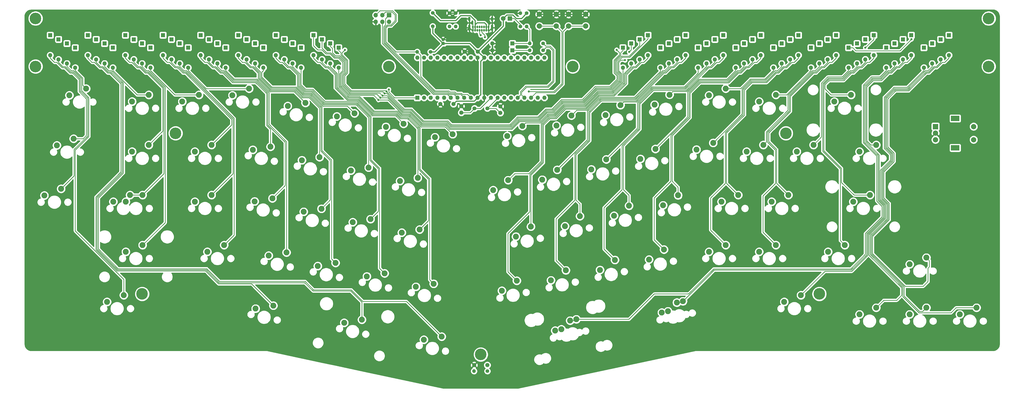
<source format=gbr>
G04 #@! TF.GenerationSoftware,KiCad,Pcbnew,(5.1.6)-1*
G04 #@! TF.CreationDate,2020-09-04T21:54:12-05:00*
G04 #@! TF.ProjectId,keyboard,6b657962-6f61-4726-942e-6b696361645f,rev?*
G04 #@! TF.SameCoordinates,Original*
G04 #@! TF.FileFunction,Copper,L1,Top*
G04 #@! TF.FilePolarity,Positive*
%FSLAX46Y46*%
G04 Gerber Fmt 4.6, Leading zero omitted, Abs format (unit mm)*
G04 Created by KiCad (PCBNEW (5.1.6)-1) date 2020-09-04 21:54:12*
%MOMM*%
%LPD*%
G01*
G04 APERTURE LIST*
G04 #@! TA.AperFunction,ComponentPad*
%ADD10C,2.250000*%
G04 #@! TD*
G04 #@! TA.AperFunction,ComponentPad*
%ADD11R,1.600000X1.600000*%
G04 #@! TD*
G04 #@! TA.AperFunction,ComponentPad*
%ADD12O,1.600000X1.600000*%
G04 #@! TD*
G04 #@! TA.AperFunction,ComponentPad*
%ADD13C,1.600000*%
G04 #@! TD*
G04 #@! TA.AperFunction,ComponentPad*
%ADD14O,1.400000X1.400000*%
G04 #@! TD*
G04 #@! TA.AperFunction,ComponentPad*
%ADD15C,1.400000*%
G04 #@! TD*
G04 #@! TA.AperFunction,ComponentPad*
%ADD16C,1.500000*%
G04 #@! TD*
G04 #@! TA.AperFunction,ComponentPad*
%ADD17R,2.000000X2.000000*%
G04 #@! TD*
G04 #@! TA.AperFunction,ComponentPad*
%ADD18C,2.000000*%
G04 #@! TD*
G04 #@! TA.AperFunction,ComponentPad*
%ADD19R,3.200000X2.000000*%
G04 #@! TD*
G04 #@! TA.AperFunction,ComponentPad*
%ADD20C,4.400000*%
G04 #@! TD*
G04 #@! TA.AperFunction,ComponentPad*
%ADD21C,1.800000*%
G04 #@! TD*
G04 #@! TA.AperFunction,ComponentPad*
%ADD22R,1.800000X1.800000*%
G04 #@! TD*
G04 #@! TA.AperFunction,ComponentPad*
%ADD23O,0.650000X1.000000*%
G04 #@! TD*
G04 #@! TA.AperFunction,ComponentPad*
%ADD24O,0.900000X2.400000*%
G04 #@! TD*
G04 #@! TA.AperFunction,ComponentPad*
%ADD25O,0.900000X1.700000*%
G04 #@! TD*
G04 #@! TA.AperFunction,ComponentPad*
%ADD26R,1.700000X1.700000*%
G04 #@! TD*
G04 #@! TA.AperFunction,ComponentPad*
%ADD27O,1.700000X1.700000*%
G04 #@! TD*
G04 #@! TA.AperFunction,ComponentPad*
%ADD28C,1.200000*%
G04 #@! TD*
G04 #@! TA.AperFunction,ComponentPad*
%ADD29R,1.200000X1.200000*%
G04 #@! TD*
G04 #@! TA.AperFunction,ViaPad*
%ADD30C,0.800000*%
G04 #@! TD*
G04 #@! TA.AperFunction,Conductor*
%ADD31C,0.254000*%
G04 #@! TD*
G04 #@! TA.AperFunction,Conductor*
%ADD32C,0.381000*%
G04 #@! TD*
G04 APERTURE END LIST*
D10*
X209326399Y-128826335D03*
X215009541Y-125021600D03*
D11*
X175133000Y-114300000D03*
D12*
X223393000Y-99060000D03*
X177673000Y-114300000D03*
X220853000Y-99060000D03*
X180213000Y-114300000D03*
X218313000Y-99060000D03*
X182753000Y-114300000D03*
X215773000Y-99060000D03*
X185293000Y-114300000D03*
X213233000Y-99060000D03*
X187833000Y-114300000D03*
X210693000Y-99060000D03*
X190373000Y-114300000D03*
X208153000Y-99060000D03*
X192913000Y-114300000D03*
X205613000Y-99060000D03*
X195453000Y-114300000D03*
X203073000Y-99060000D03*
X197993000Y-114300000D03*
X200533000Y-99060000D03*
X200533000Y-114300000D03*
X197993000Y-99060000D03*
X203073000Y-114300000D03*
X195453000Y-99060000D03*
X205613000Y-114300000D03*
X192913000Y-99060000D03*
X208153000Y-114300000D03*
X190373000Y-99060000D03*
X210693000Y-114300000D03*
X187833000Y-99060000D03*
X213233000Y-114300000D03*
X185293000Y-99060000D03*
X215773000Y-114300000D03*
X182753000Y-99060000D03*
X218313000Y-114300000D03*
X180213000Y-99060000D03*
X220853000Y-114300000D03*
X177673000Y-99060000D03*
X223393000Y-114300000D03*
X175133000Y-99060000D03*
D10*
X163201915Y-125340393D03*
X169941248Y-124176137D03*
D13*
X193120000Y-96742250D03*
X198120000Y-96742250D03*
D12*
X203644500Y-93630750D03*
D11*
X211264500Y-93630750D03*
D14*
X187325000Y-87149000D03*
D15*
X187325000Y-82069000D03*
D14*
X189706250Y-87149000D03*
D15*
X189706250Y-82069000D03*
D13*
X206692500Y-120070250D03*
X206692500Y-117570250D03*
D15*
X180975000Y-82010250D03*
X180975000Y-87110250D03*
D14*
X214312500Y-82137250D03*
D15*
X214312500Y-87217250D03*
D14*
X217805000Y-96234250D03*
D15*
X222885000Y-96234250D03*
D14*
X217805000Y-93599000D03*
D15*
X222885000Y-93599000D03*
D12*
X203644500Y-96234250D03*
D11*
X211264500Y-96234250D03*
D13*
X183912500Y-116681250D03*
X188912500Y-116681250D03*
X191833500Y-117475000D03*
X191833500Y-119975000D03*
D16*
X201739500Y-118332250D03*
X196859500Y-118332250D03*
D17*
X371912500Y-125250000D03*
D18*
X371912500Y-127750000D03*
X371912500Y-130250000D03*
D19*
X379412500Y-122150000D03*
X379412500Y-133350000D03*
D18*
X386412500Y-125250000D03*
X386412500Y-130250000D03*
D10*
X229826412Y-202357649D03*
X235509554Y-198552914D03*
X233181626Y-199061357D03*
X227498484Y-202866092D03*
X154098377Y-198710984D03*
X147359044Y-199875240D03*
D20*
X30162500Y-84137500D03*
X164306250Y-102393750D03*
X199231250Y-211931250D03*
X327818750Y-188912500D03*
X315118750Y-127793750D03*
X392112500Y-84137500D03*
X30162500Y-102393750D03*
X392112500Y-102393750D03*
X234156250Y-102393750D03*
X70643750Y-188912500D03*
X83343750Y-127793750D03*
D10*
X70802500Y-170338750D03*
X64452500Y-172878750D03*
X347027500Y-151288750D03*
X340677500Y-153828750D03*
X181835627Y-129301110D03*
X188574960Y-128136854D03*
D13*
X201723000Y-215995250D03*
X196723000Y-215995250D03*
D10*
X304958750Y-172878750D03*
X311308750Y-170338750D03*
X314483750Y-191928750D03*
X320833750Y-189388750D03*
X319246250Y-134778750D03*
X325596250Y-132238750D03*
X331152500Y-172878750D03*
X337502500Y-170338750D03*
X212589407Y-167083938D03*
X218272549Y-163279203D03*
X227960111Y-124865617D03*
X233643253Y-121060882D03*
D12*
X259556250Y-99695000D03*
D11*
X259556250Y-92075000D03*
D10*
X285908750Y-113347500D03*
X292258750Y-110807500D03*
X203970261Y-149440405D03*
X209653403Y-145635670D03*
X265227534Y-116944182D03*
X270910676Y-113139447D03*
X281146250Y-133985000D03*
X287496250Y-131445000D03*
X343058750Y-134778750D03*
X349408750Y-132238750D03*
X381158750Y-196691250D03*
X387508750Y-194151250D03*
X333533750Y-115728750D03*
X339883750Y-113188750D03*
X132673825Y-116254701D03*
X125934492Y-117418957D03*
X111283750Y-110807500D03*
X104933750Y-113347500D03*
D12*
X116681250Y-102870000D03*
D11*
X116681250Y-95250000D03*
D10*
X95408750Y-172878750D03*
X101758750Y-170338750D03*
X73183750Y-113188750D03*
X66833750Y-115728750D03*
X43021250Y-113347500D03*
X49371250Y-110807500D03*
X64452500Y-153828750D03*
X70802500Y-151288750D03*
D15*
X201771250Y-218281250D03*
D14*
X196691250Y-218281250D03*
D10*
X66833750Y-134778750D03*
X73183750Y-132238750D03*
X38258750Y-132397500D03*
X44608750Y-129857500D03*
X276009554Y-191702914D03*
X270326412Y-195507649D03*
D12*
X127793750Y-101282500D03*
D11*
X127793750Y-93662500D03*
D15*
X216693750Y-82137250D03*
D14*
X216693750Y-87217250D03*
D21*
X207803750Y-84137500D03*
D22*
X210343750Y-84137500D03*
D12*
X370681250Y-101282500D03*
D11*
X370681250Y-93662500D03*
D12*
X373856250Y-99695000D03*
D11*
X373856250Y-92075000D03*
D12*
X367506250Y-102870000D03*
D11*
X367506250Y-95250000D03*
D12*
X359568750Y-99695000D03*
D11*
X359568750Y-92075000D03*
D12*
X356393750Y-101282500D03*
D11*
X356393750Y-93662500D03*
D12*
X353218750Y-102870000D03*
D11*
X353218750Y-95250000D03*
D12*
X56356250Y-101282500D03*
D11*
X56356250Y-93662500D03*
D12*
X53181250Y-99695000D03*
D11*
X53181250Y-92075000D03*
D12*
X50006250Y-98107500D03*
D11*
X50006250Y-90487500D03*
D12*
X42068750Y-101282500D03*
D11*
X42068750Y-93662500D03*
D12*
X377031250Y-98107500D03*
D11*
X377031250Y-90487500D03*
D12*
X342106250Y-101282500D03*
D11*
X342106250Y-93662500D03*
D12*
X330993750Y-99695000D03*
D11*
X330993750Y-92075000D03*
D12*
X316706250Y-99695000D03*
D11*
X316706250Y-92075000D03*
D12*
X302418750Y-99695000D03*
D11*
X302418750Y-92075000D03*
D12*
X288131250Y-99695000D03*
D11*
X288131250Y-92075000D03*
D12*
X273843750Y-99695000D03*
D11*
X273843750Y-92075000D03*
D12*
X142081250Y-101282500D03*
D11*
X142081250Y-93662500D03*
X113506250Y-93662500D03*
D12*
X113506250Y-101282500D03*
X99218750Y-101282500D03*
D11*
X99218750Y-93662500D03*
D12*
X84931250Y-101282500D03*
D11*
X84931250Y-93662500D03*
D12*
X70643750Y-101282500D03*
D11*
X70643750Y-93662500D03*
D12*
X345281250Y-99695000D03*
D11*
X345281250Y-92075000D03*
D12*
X334168750Y-98107500D03*
D11*
X334168750Y-90487500D03*
D12*
X319881250Y-98107500D03*
D11*
X319881250Y-90487500D03*
D12*
X305593750Y-98107500D03*
D11*
X305593750Y-90487500D03*
D12*
X291306250Y-98107500D03*
D11*
X291306250Y-90487500D03*
D12*
X277018750Y-98107500D03*
D11*
X277018750Y-90487500D03*
D12*
X262731250Y-98107500D03*
D11*
X262731250Y-90487500D03*
D12*
X138906250Y-99695000D03*
D11*
X138906250Y-92075000D03*
D12*
X124618750Y-99695000D03*
D11*
X124618750Y-92075000D03*
D12*
X110331250Y-99695000D03*
D11*
X110331250Y-92075000D03*
D12*
X96043750Y-99695000D03*
D11*
X96043750Y-92075000D03*
D12*
X81756250Y-99695000D03*
D11*
X81756250Y-92075000D03*
D12*
X67468750Y-99695000D03*
D11*
X67468750Y-92075000D03*
D12*
X38893750Y-99695000D03*
D11*
X38893750Y-92075000D03*
D12*
X362743750Y-98107500D03*
D11*
X362743750Y-90487500D03*
D12*
X338931250Y-102870000D03*
D11*
X338931250Y-95250000D03*
D12*
X327818750Y-101282500D03*
D11*
X327818750Y-93662500D03*
D12*
X313531250Y-101282500D03*
D11*
X313531250Y-93662500D03*
D12*
X299243750Y-101282500D03*
D11*
X299243750Y-93662500D03*
D12*
X284956250Y-101282500D03*
D11*
X284956250Y-93662500D03*
D12*
X270668750Y-101282500D03*
D11*
X270668750Y-93662500D03*
D12*
X256381250Y-101282500D03*
D11*
X256381250Y-93662500D03*
D12*
X135731250Y-98107500D03*
D11*
X135731250Y-90487500D03*
D12*
X121443750Y-98107500D03*
D11*
X121443750Y-90487500D03*
D12*
X107156250Y-98107500D03*
D11*
X107156250Y-90487500D03*
D12*
X92868750Y-98107500D03*
D11*
X92868750Y-90487500D03*
D12*
X78581250Y-98107500D03*
D11*
X78581250Y-90487500D03*
X64293750Y-90487500D03*
D12*
X64293750Y-98107500D03*
D11*
X35718750Y-90487500D03*
D12*
X35718750Y-98107500D03*
X348456250Y-98107500D03*
D11*
X348456250Y-90487500D03*
D12*
X324643750Y-102870000D03*
D11*
X324643750Y-95250000D03*
D12*
X310356250Y-102870000D03*
D11*
X310356250Y-95250000D03*
D12*
X296068750Y-102870000D03*
D11*
X296068750Y-95250000D03*
D12*
X281781250Y-102870000D03*
D11*
X281781250Y-95250000D03*
D12*
X267493750Y-102870000D03*
D11*
X267493750Y-95250000D03*
D12*
X253206250Y-102870000D03*
D11*
X253206250Y-95250000D03*
D12*
X145256250Y-102870000D03*
D11*
X145256250Y-95250000D03*
D12*
X130968750Y-102870000D03*
D11*
X130968750Y-95250000D03*
D12*
X102393750Y-102870000D03*
D11*
X102393750Y-95250000D03*
D12*
X88106250Y-102870000D03*
D11*
X88106250Y-95250000D03*
D12*
X73818750Y-102870000D03*
D11*
X73818750Y-95250000D03*
D12*
X59531250Y-102870000D03*
D11*
X59531250Y-95250000D03*
D12*
X45243750Y-102870000D03*
D11*
X45243750Y-95250000D03*
D10*
X246593823Y-120904899D03*
X252276965Y-117100164D03*
X144568203Y-121379675D03*
X151307536Y-120215419D03*
X59690000Y-153828750D03*
X66040000Y-151288750D03*
D23*
X200506250Y-88650000D03*
X202206250Y-88650000D03*
X201356250Y-88650000D03*
X199656250Y-88650000D03*
X198806250Y-88650000D03*
X197956250Y-88650000D03*
X197106250Y-88650000D03*
X196256250Y-88650000D03*
X202206250Y-87325000D03*
X201351250Y-87325000D03*
X200501250Y-87325000D03*
X199651250Y-87325000D03*
X198801250Y-87325000D03*
X197951250Y-87325000D03*
X197101250Y-87325000D03*
X196251250Y-87325000D03*
D24*
X203556250Y-87670000D03*
X194906250Y-87670000D03*
D25*
X203556250Y-84290000D03*
X194906250Y-84290000D03*
D18*
X227956250Y-82550000D03*
X227956250Y-87050000D03*
X221456250Y-82550000D03*
X221456250Y-87050000D03*
X239068750Y-82550000D03*
X239068750Y-87050000D03*
X232568750Y-82550000D03*
X232568750Y-87050000D03*
D15*
X180181250Y-96837500D03*
D14*
X175101250Y-96837500D03*
D10*
X362108750Y-196691250D03*
X368458750Y-194151250D03*
X343058750Y-196691250D03*
X349408750Y-194151250D03*
X268001412Y-196002376D03*
X273684554Y-192197641D03*
X177638826Y-206311406D03*
X184378159Y-205147150D03*
X113736603Y-194496793D03*
X120475936Y-193332537D03*
X57308750Y-191928750D03*
X63658750Y-189388750D03*
X362108750Y-177641250D03*
X368458750Y-175101250D03*
X285908750Y-172878750D03*
X292258750Y-170338750D03*
X263134404Y-175815855D03*
X268817546Y-172011120D03*
X244500692Y-179776573D03*
X250183834Y-175971838D03*
X225866980Y-183737291D03*
X231550122Y-179932556D03*
X207233268Y-187698008D03*
X212916410Y-183893273D03*
X174611902Y-186192425D03*
X181351235Y-185028169D03*
X155978190Y-182231707D03*
X162717523Y-181067451D03*
X137344478Y-178270990D03*
X144083811Y-177106734D03*
X118710766Y-174310272D03*
X125450099Y-173146016D03*
X309721250Y-153828750D03*
X316071250Y-151288750D03*
X290671250Y-153828750D03*
X297021250Y-151288750D03*
X268490542Y-155201785D03*
X274173684Y-151397050D03*
X249856830Y-159162502D03*
X255539972Y-155357767D03*
X231223118Y-163123220D03*
X236906260Y-159318485D03*
X169255764Y-165578354D03*
X175995097Y-164414098D03*
X150622052Y-161617637D03*
X157361385Y-160453381D03*
X131988340Y-157656919D03*
X138727673Y-156492663D03*
X113354628Y-153696201D03*
X120093961Y-152531945D03*
X90646250Y-153828750D03*
X96996250Y-151288750D03*
X33496250Y-151447500D03*
X39846250Y-148907500D03*
X300196250Y-134778750D03*
X306546250Y-132238750D03*
X259871396Y-137558252D03*
X265554538Y-133753517D03*
X241237684Y-141518970D03*
X246920826Y-137714235D03*
X222603973Y-145479688D03*
X228287115Y-141674953D03*
X168558053Y-145954463D03*
X175297386Y-144790207D03*
X149924342Y-141993745D03*
X156663675Y-140829489D03*
X131290630Y-138033028D03*
X138029963Y-136868772D03*
X112656918Y-134072310D03*
X119396251Y-132908054D03*
X90646250Y-134778750D03*
X96996250Y-132238750D03*
X304958750Y-115728750D03*
X311308750Y-113188750D03*
X92233750Y-113188750D03*
X85883750Y-115728750D03*
D26*
X164433250Y-82847511D03*
D27*
X164433250Y-85387511D03*
X161893250Y-82847511D03*
X161893250Y-85387511D03*
X159353250Y-82847511D03*
X159353250Y-85387511D03*
D28*
X184943750Y-92162500D03*
D29*
X184943750Y-93662500D03*
D30*
X214630000Y-94869000D03*
X171450000Y-99218750D03*
X159543750Y-115887500D03*
X216693750Y-106362500D03*
X181768750Y-106362500D03*
X192881250Y-87312500D03*
X345281250Y-95250000D03*
X162718750Y-112712500D03*
X362764618Y-92054132D03*
X255587500Y-96837500D03*
X254000000Y-100012500D03*
X160337500Y-115093750D03*
X161131250Y-114300000D03*
X161925000Y-113506250D03*
X147637500Y-96043750D03*
X250825000Y-96043750D03*
X163512500Y-111918750D03*
X217487500Y-111918750D03*
X164306250Y-111125000D03*
X199231250Y-90487500D03*
X200818750Y-91281250D03*
D31*
X204954500Y-118332250D02*
X206692500Y-120070250D01*
X201739500Y-118332250D02*
X204954500Y-118332250D01*
X205613000Y-114458750D02*
X205613000Y-114300000D01*
X201739500Y-118332250D02*
X205613000Y-114458750D01*
D32*
X196251250Y-88645000D02*
X196256250Y-88650000D01*
X196251250Y-87325000D02*
X196251250Y-88645000D01*
X202206250Y-88650000D02*
X202206250Y-87325000D01*
X194906250Y-87670000D02*
X194906250Y-84290000D01*
X203556250Y-84290000D02*
X203556250Y-87670000D01*
X195886250Y-88650000D02*
X194906250Y-87670000D01*
X196256250Y-88650000D02*
X195886250Y-88650000D01*
X202576250Y-88650000D02*
X203556250Y-87670000D01*
X202206250Y-88650000D02*
X202576250Y-88650000D01*
X221456250Y-82550000D02*
X227956250Y-82550000D01*
X232568750Y-82550000D02*
X239068750Y-82550000D01*
X227956250Y-82550000D02*
X232568750Y-82550000D01*
X195675250Y-96742250D02*
X197993000Y-99060000D01*
X193120000Y-96742250D02*
X195675250Y-96742250D01*
X203644500Y-96234250D02*
X203644500Y-93630750D01*
X187071000Y-82069000D02*
X189452250Y-82069000D01*
X194906250Y-87670000D02*
X194905000Y-87670000D01*
X194905000Y-87670000D02*
X190412500Y-92162500D01*
X184943750Y-92162500D02*
X190412500Y-92162500D01*
D31*
X195216750Y-119975000D02*
X196859500Y-118332250D01*
X191833500Y-119975000D02*
X195216750Y-119975000D01*
X199040750Y-118332250D02*
X203073000Y-114300000D01*
X196859500Y-118332250D02*
X199040750Y-118332250D01*
D32*
X198215250Y-96742250D02*
X200533000Y-99060000D01*
X198120000Y-96742250D02*
X198215250Y-96742250D01*
X195040250Y-93662500D02*
X198120000Y-96742250D01*
X194468750Y-93662500D02*
X195040250Y-93662500D01*
X196723000Y-115570000D02*
X197993000Y-114300000D01*
X188912500Y-116681250D02*
X190023750Y-115570000D01*
X190023750Y-115570000D02*
X196723000Y-115570000D01*
X197993000Y-114300000D02*
X199231250Y-113061750D01*
X199231250Y-100361750D02*
X200533000Y-99060000D01*
X199231250Y-113061750D02*
X199231250Y-100361750D01*
X181768750Y-96837500D02*
X184943750Y-93662500D01*
X180181250Y-96837500D02*
X181768750Y-96837500D01*
X180975000Y-89693750D02*
X184943750Y-93662500D01*
X180975000Y-87110250D02*
X180975000Y-89693750D01*
X184943750Y-93662500D02*
X194468750Y-93662500D01*
X207803750Y-86677500D02*
X207803750Y-84137500D01*
X214693500Y-84137500D02*
X216693750Y-82137250D01*
X212725000Y-84137500D02*
X214693500Y-84137500D01*
X211413740Y-82826240D02*
X212725000Y-84137500D01*
X209115010Y-82826240D02*
X211413740Y-82826240D01*
X207803750Y-84137500D02*
X209115010Y-82826240D01*
X207803750Y-87058500D02*
X207803750Y-86677500D01*
X198120000Y-96742250D02*
X207803750Y-87058500D01*
D31*
X48079010Y-109515260D02*
X49371250Y-110807500D01*
X48079010Y-106816509D02*
X48079010Y-109515260D01*
X45243750Y-102870000D02*
X45243750Y-103981250D01*
X45243750Y-103981250D02*
X48079010Y-106816509D01*
X348456250Y-92075000D02*
X348456250Y-90487500D01*
X345281250Y-95250000D02*
X348456250Y-92075000D01*
X242959684Y-110439380D02*
X237968644Y-115430420D01*
X251390210Y-107557578D02*
X248508408Y-110439380D01*
X252376126Y-97134124D02*
X252376126Y-98122674D01*
X237968644Y-115430420D02*
X230118865Y-115430420D01*
X250256720Y-104586679D02*
X251390210Y-105720168D01*
X250256720Y-100242079D02*
X250256720Y-104586679D01*
X252376126Y-98122674D02*
X250256720Y-100242079D01*
X221145090Y-122008960D02*
X213408589Y-122008960D01*
X248508408Y-110439380D02*
X242959684Y-110439380D01*
X230118865Y-115430420D02*
X226489855Y-119059430D01*
X251390210Y-105720168D02*
X251390210Y-107557578D01*
X210459060Y-124958490D02*
X187964860Y-124958490D01*
X226489855Y-119059430D02*
X224094618Y-119059430D01*
X213408589Y-122008960D02*
X210459060Y-124958490D01*
X224094618Y-119059430D02*
X221145090Y-122008960D01*
X187964860Y-124958490D02*
X186539332Y-123532960D01*
X177249219Y-123532960D02*
X172764263Y-119058550D01*
X253206250Y-95250000D02*
X253206250Y-96304000D01*
X186539332Y-123532960D02*
X177249219Y-123532960D01*
X253206250Y-96304000D02*
X252376126Y-97134124D01*
X172764263Y-119058550D02*
X172015608Y-119059430D01*
X172015608Y-119059430D02*
X169961070Y-119059430D01*
X148205780Y-100242079D02*
X148205780Y-104586679D01*
X146086374Y-98122674D02*
X148205780Y-100242079D01*
X148205780Y-104586679D02*
X147072290Y-105720168D01*
X146086374Y-97134124D02*
X146086374Y-98122674D01*
X145256250Y-95250000D02*
X145256250Y-96304000D01*
X149858850Y-112026888D02*
X154014617Y-112026889D01*
X145256250Y-96304000D02*
X146086374Y-97134124D01*
X147072290Y-105720168D02*
X147072290Y-109240328D01*
X147072290Y-109240328D02*
X149858850Y-112026888D01*
X169961070Y-119059430D02*
X164325321Y-113423680D01*
X164325321Y-113423680D02*
X163614141Y-112712500D01*
X163614141Y-112712500D02*
X162718750Y-112712500D01*
X154014617Y-112026889D02*
X162033139Y-112026889D01*
X162033139Y-112026889D02*
X162718750Y-112712500D01*
X59531250Y-102870000D02*
X59531250Y-103981250D01*
X68738750Y-113188750D02*
X73183750Y-113188750D01*
X59531250Y-103981250D02*
X68738750Y-113188750D01*
X73818750Y-102870000D02*
X73818750Y-103981250D01*
X83026250Y-113188750D02*
X92233750Y-113188750D01*
X73818750Y-103981250D02*
X83026250Y-113188750D01*
X88106250Y-103991802D02*
X88106250Y-103981250D01*
X88106250Y-103981250D02*
X88106250Y-102870000D01*
X94932500Y-110807500D02*
X111283750Y-110807500D01*
X88106250Y-103981250D02*
X94932500Y-110807500D01*
X129360165Y-112941040D02*
X132673825Y-116254701D01*
X102393750Y-103981250D02*
X105568750Y-107156250D01*
X102393750Y-102870000D02*
X102393750Y-103981250D01*
X105568750Y-107156250D02*
X114300002Y-107156250D01*
X114300002Y-107156250D02*
X114300002Y-107156252D01*
X114300002Y-107156252D02*
X119164039Y-112020290D01*
X128439415Y-112020290D02*
X129360165Y-112941040D01*
X119164039Y-112020290D02*
X128439415Y-112020290D01*
X116079666Y-104582834D02*
X116079666Y-106367652D01*
X116681250Y-103981250D02*
X116079666Y-104582834D01*
X116681250Y-102870000D02*
X116681250Y-103981250D01*
X148567117Y-117475000D02*
X151307536Y-120215419D01*
X139244950Y-117475000D02*
X148567117Y-117475000D01*
X129191643Y-110204250D02*
X130112390Y-111124997D01*
X119916264Y-110204250D02*
X129191643Y-110204250D01*
X134688380Y-112918430D02*
X139244950Y-117475000D01*
X131905820Y-112918430D02*
X134688380Y-112918430D01*
X130112390Y-111124997D02*
X130112390Y-111125000D01*
X130112390Y-111125000D02*
X131905820Y-112918430D01*
X116079666Y-106367652D02*
X119916264Y-110204250D01*
X166939615Y-121174504D02*
X169941248Y-124176137D01*
X158025704Y-121174504D02*
X166939615Y-121174504D01*
X130968750Y-109413096D02*
X132658046Y-111102392D01*
X130968750Y-102870000D02*
X130968750Y-109413096D01*
X132658046Y-111102392D02*
X135440609Y-111102392D01*
X152510161Y-115658961D02*
X158025704Y-121174504D01*
X135440609Y-111102392D02*
X139997176Y-115658960D01*
X139997176Y-115658960D02*
X152510161Y-115658961D01*
X176498250Y-125349000D02*
X185787106Y-125349000D01*
X172014171Y-120875470D02*
X176498250Y-125349000D01*
X169208845Y-120875470D02*
X172014171Y-120875470D01*
X167957794Y-119624418D02*
X169208845Y-120875470D01*
X167691841Y-119358464D02*
X167957794Y-119624418D01*
X145256250Y-102870000D02*
X145256250Y-109992552D01*
X145256250Y-109992552D02*
X149106622Y-113842924D01*
X158777928Y-119358464D02*
X167691841Y-119358464D01*
X185787106Y-125349000D02*
X188574960Y-128136854D01*
X149106622Y-113842924D02*
X153262389Y-113842925D01*
X153262389Y-113842925D02*
X158777928Y-119358464D01*
X215009541Y-125021600D02*
X216206141Y-123825000D01*
X221911300Y-123825000D02*
X224860829Y-120875470D01*
X253206250Y-103981250D02*
X253206250Y-102870000D01*
X253206250Y-108309802D02*
X253206250Y-103981250D01*
X249260632Y-112255420D02*
X253206250Y-108309802D01*
X227242081Y-120875470D02*
X230871091Y-117246460D01*
X224860829Y-120875470D02*
X227242081Y-120875470D01*
X230871091Y-117246460D02*
X238735847Y-117246460D01*
X238735847Y-117246460D02*
X243726886Y-112255420D01*
X243726886Y-112255420D02*
X249260632Y-112255420D01*
X216206141Y-123825000D02*
X221911300Y-123825000D01*
X267493750Y-104249284D02*
X257671574Y-114071460D01*
X257671574Y-114071460D02*
X244479109Y-114071460D01*
X244479109Y-114071460D02*
X244213156Y-114337415D01*
X233643253Y-121060882D02*
X234847885Y-119856250D01*
X267493750Y-102870000D02*
X267493750Y-104249284D01*
X244213156Y-114337415D02*
X239488071Y-119062500D01*
X235641635Y-119062500D02*
X234847885Y-119856250D01*
X239488071Y-119062500D02*
X235641635Y-119062500D01*
X281781250Y-103981250D02*
X281781250Y-102870000D01*
X281781250Y-104916035D02*
X281781250Y-103981250D01*
X253489629Y-115887500D02*
X258423799Y-115887500D01*
X276594575Y-110102710D02*
X281781250Y-104916035D01*
X252276965Y-117100164D02*
X253489629Y-115887500D01*
X258423799Y-115887500D02*
X264208589Y-110102710D01*
X264208589Y-110102710D02*
X276594575Y-110102710D01*
X272131373Y-111918750D02*
X270910676Y-113139447D01*
X282010829Y-107254721D02*
X277346801Y-111918750D01*
X296068750Y-103981250D02*
X292795279Y-107254721D01*
X277346801Y-111918750D02*
X272131373Y-111918750D01*
X296068750Y-102870000D02*
X296068750Y-103981250D01*
X292795279Y-107254721D02*
X282010829Y-107254721D01*
X310356250Y-103981250D02*
X307181250Y-107156250D01*
X310356250Y-102870000D02*
X310356250Y-103981250D01*
X301625000Y-107156250D02*
X307181250Y-107156250D01*
X297973750Y-110807500D02*
X301625000Y-107156250D01*
X292258750Y-110807500D02*
X297973750Y-110807500D01*
X324643750Y-102870000D02*
X324643750Y-103981250D01*
X324643750Y-103981250D02*
X319881250Y-108743750D01*
X311308750Y-113188750D02*
X315436250Y-113188750D01*
X315436250Y-113188750D02*
X319881250Y-108743750D01*
X329974530Y-110899530D02*
X332263750Y-113188750D01*
X346868750Y-100806250D02*
X345923316Y-100806250D01*
X348456250Y-99218750D02*
X346868750Y-100806250D01*
X331557918Y-107724530D02*
X329974530Y-109307918D01*
X345923316Y-100806250D02*
X343881807Y-102847759D01*
X340894864Y-104889270D02*
X339949428Y-104889270D01*
X343881807Y-102847759D02*
X342936374Y-102847759D01*
X342936374Y-102847759D02*
X340894864Y-104889270D01*
X339949428Y-104889270D02*
X337114169Y-107724530D01*
X337114169Y-107724530D02*
X331557918Y-107724530D01*
X332263750Y-113188750D02*
X339883750Y-113188750D01*
X348456250Y-98107500D02*
X348456250Y-99218750D01*
X329974530Y-109307918D02*
X329974530Y-110899530D01*
X35718750Y-98107500D02*
X35718750Y-99218750D01*
X35718750Y-99218750D02*
X37306250Y-100806250D01*
X37306250Y-100806250D02*
X38251684Y-100806250D01*
X38251684Y-100806250D02*
X40293193Y-102847759D01*
X40293193Y-102847759D02*
X41238627Y-102847759D01*
X41238627Y-102847759D02*
X43280136Y-104889270D01*
X43280136Y-104889270D02*
X44225572Y-104889270D01*
X44225572Y-104889270D02*
X46716980Y-107380678D01*
X46716980Y-111913864D02*
X49479230Y-114676114D01*
X46716980Y-107380678D02*
X46716980Y-111913864D01*
X49479230Y-114676114D02*
X49479230Y-128624138D01*
X48245868Y-129857500D02*
X44608750Y-129857500D01*
X49479230Y-128624138D02*
X48245868Y-129857500D01*
X358441749Y-96377001D02*
X341645751Y-96377001D01*
X362764618Y-92054132D02*
X358441749Y-96377001D01*
X340518750Y-95250000D02*
X338931250Y-95250000D01*
X341645751Y-96377001D02*
X340518750Y-95250000D01*
X256381250Y-96043750D02*
X255587500Y-96837500D01*
X256381250Y-93662500D02*
X256381250Y-96043750D01*
X146843750Y-104022510D02*
X145710260Y-105156000D01*
X146843750Y-100806250D02*
X146843750Y-104022510D01*
X145710260Y-105156000D02*
X145710260Y-109804496D01*
X142081250Y-97631250D02*
X143668750Y-99218750D01*
X145256250Y-99218750D02*
X146843750Y-100806250D01*
X143668750Y-99218750D02*
X145256250Y-99218750D01*
X138906250Y-96043750D02*
X140493750Y-97631250D01*
X135731250Y-90487500D02*
X135731250Y-94456250D01*
X135731250Y-94456250D02*
X137318750Y-96043750D01*
X149294679Y-113388915D02*
X153450446Y-113388916D01*
X137318750Y-96043750D02*
X138906250Y-96043750D01*
X140493750Y-97631250D02*
X142081250Y-97631250D01*
X145710260Y-109804496D02*
X149294679Y-113388915D01*
X238532815Y-116792450D02*
X230683034Y-116792450D01*
X187400692Y-126320520D02*
X185975163Y-124894991D01*
X241929239Y-113411000D02*
X241914264Y-113411000D01*
X252752239Y-108121749D02*
X249072579Y-111801409D01*
X249072579Y-111801409D02*
X243538829Y-111801410D01*
X252412500Y-100012500D02*
X251618750Y-100806250D01*
X241914264Y-113411000D02*
X238532815Y-116792450D01*
X254000000Y-100012500D02*
X252412500Y-100012500D01*
X243538829Y-111801410D02*
X241929239Y-113411000D01*
X185975163Y-124894991D02*
X176685992Y-124894990D01*
X251618750Y-100806250D02*
X251618750Y-104022508D01*
X211023230Y-126320520D02*
X187400692Y-126320520D01*
X251618750Y-104022508D02*
X252752240Y-105155997D01*
X252752240Y-105155997D02*
X252752239Y-108121749D01*
X224658789Y-120421460D02*
X221709261Y-123370988D01*
X227054024Y-120421460D02*
X224658789Y-120421460D01*
X221709261Y-123370988D02*
X213972760Y-123370988D01*
X213972760Y-123370988D02*
X211023230Y-126320520D01*
X230683034Y-116792450D02*
X227054024Y-120421460D01*
X176685992Y-124894990D02*
X172201694Y-120421240D01*
X172201694Y-120421240D02*
X172014910Y-120421460D01*
X172014910Y-120421460D02*
X169396901Y-120421460D01*
X169396901Y-120421460D02*
X164069192Y-115093750D01*
X164069192Y-115093750D02*
X160337500Y-115093750D01*
X158632666Y-113388916D02*
X160337500Y-115093750D01*
X153450446Y-113388916D02*
X158632666Y-113388916D01*
X78466980Y-126955520D02*
X73183750Y-132238750D01*
X71855136Y-104889270D02*
X72800571Y-104889270D01*
X69813628Y-102847760D02*
X71855136Y-104889270D01*
X72800571Y-104889270D02*
X78466980Y-110555679D01*
X64293750Y-99238870D02*
X65861130Y-100806250D01*
X64293750Y-98107500D02*
X64293750Y-99238870D01*
X66826685Y-100806250D02*
X68868195Y-102847760D01*
X78466980Y-110555679D02*
X78466980Y-126955520D01*
X65861130Y-100806250D02*
X66826685Y-100806250D01*
X68868195Y-102847760D02*
X69813628Y-102847760D01*
X104660730Y-122472480D02*
X104660730Y-124574270D01*
X86142636Y-104889270D02*
X87077520Y-104889270D01*
X104660730Y-124574270D02*
X96996250Y-132238750D01*
X84101128Y-102847760D02*
X86142636Y-104889270D01*
X80184501Y-100822001D02*
X81129935Y-100822001D01*
X81129935Y-100822001D02*
X83155693Y-102847760D01*
X87077520Y-104889270D02*
X104660730Y-122472480D01*
X78581250Y-99218750D02*
X80184501Y-100822001D01*
X78581250Y-98107500D02*
X78581250Y-99218750D01*
X83155693Y-102847760D02*
X84101128Y-102847760D01*
X119396251Y-126236634D02*
X119396251Y-132908054D01*
X117932231Y-124772614D02*
X119396251Y-126236634D01*
X100430136Y-104889270D02*
X101375572Y-104889270D01*
X113735831Y-108518279D02*
X117932230Y-112714678D01*
X94456250Y-100806250D02*
X95401684Y-100806250D01*
X101375572Y-104889270D02*
X105004579Y-108518279D01*
X92868750Y-98107500D02*
X92868750Y-99218750D01*
X97443193Y-102847760D02*
X98388628Y-102847760D01*
X95401684Y-100806250D02*
X97443193Y-102847760D01*
X105004579Y-108518279D02*
X113735831Y-108518279D01*
X92868750Y-99218750D02*
X94456250Y-100806250D01*
X98388628Y-102847760D02*
X100430136Y-104889270D01*
X117932230Y-112714678D02*
X117932231Y-124772614D01*
X107156250Y-99218750D02*
X108743750Y-100806250D01*
X114717636Y-104889270D02*
X114717636Y-106931820D01*
X111730693Y-102847760D02*
X112676128Y-102847760D01*
X107156250Y-98107500D02*
X107156250Y-99218750D01*
X108743750Y-100806250D02*
X109689184Y-100806250D01*
X109689184Y-100806250D02*
X111730693Y-102847760D01*
X112676128Y-102847760D02*
X114717636Y-104889270D01*
X134143750Y-114300000D02*
X138029963Y-118186213D01*
X138029963Y-118186213D02*
X138029963Y-136868772D01*
X119352096Y-111566280D02*
X128627472Y-111566280D01*
X131361191Y-114300000D02*
X134143750Y-114300000D01*
X128627472Y-111566280D02*
X131361191Y-114300000D01*
X114717636Y-106931820D02*
X119352096Y-111566280D01*
X151945990Y-117020990D02*
X156663675Y-121738675D01*
X126018193Y-102847760D02*
X126931878Y-102847760D01*
X156663675Y-121738675D02*
X156663675Y-140829489D01*
X123976684Y-100806250D02*
X126018193Y-102847760D01*
X129606720Y-109977264D02*
X132093876Y-112464420D01*
X123031250Y-100806250D02*
X123976684Y-100806250D01*
X121443750Y-98107500D02*
X121443750Y-99218750D01*
X126931878Y-102847760D02*
X129606720Y-105522602D01*
X121443750Y-99218750D02*
X123031250Y-100806250D01*
X129606720Y-105522602D02*
X129606720Y-109977264D01*
X132093876Y-112464420D02*
X134876437Y-112464420D01*
X139433006Y-117020990D02*
X151945990Y-117020990D01*
X134876437Y-112464420D02*
X139433006Y-117020990D01*
X168644677Y-122237500D02*
X171450000Y-122237500D01*
X167393625Y-120986448D02*
X168644677Y-122237500D01*
X167127672Y-120720494D02*
X167393625Y-120986448D01*
X158213760Y-120720494D02*
X167127672Y-120720494D01*
X138718194Y-101280380D02*
X140285573Y-102847760D01*
X171450000Y-122237500D02*
X175297386Y-126084886D01*
X141231008Y-102847760D02*
X143894220Y-105510973D01*
X138244063Y-100806250D02*
X138718194Y-101280380D01*
X135731250Y-98107500D02*
X135731250Y-99238870D01*
X143894220Y-105510973D02*
X143894220Y-110556720D01*
X143894220Y-110556720D02*
X148542451Y-115204951D01*
X137298630Y-100806250D02*
X138244063Y-100806250D01*
X175297386Y-126084886D02*
X175297386Y-144790207D01*
X152698218Y-115204952D02*
X158213760Y-120720494D01*
X135731250Y-99238870D02*
X137298630Y-100806250D01*
X148542451Y-115204951D02*
X152698218Y-115204952D01*
X140285573Y-102847760D02*
X141231008Y-102847760D01*
X212160073Y-143129000D02*
X209653403Y-145635670D01*
X225048886Y-121329480D02*
X222135730Y-124242636D01*
X217536867Y-143129000D02*
X212160073Y-143129000D01*
X231059147Y-117700470D02*
X227430137Y-121329480D01*
X238923903Y-117700470D02*
X231059147Y-117700470D01*
X243914943Y-112709430D02*
X238923903Y-117700470D01*
X256381250Y-102393750D02*
X253660260Y-105114740D01*
X253660260Y-108497858D02*
X249448688Y-112709430D01*
X256381250Y-101282500D02*
X256381250Y-102393750D01*
X227430137Y-121329480D02*
X225048886Y-121329480D01*
X253660260Y-105114740D02*
X253660260Y-108497858D01*
X249448688Y-112709430D02*
X243914943Y-112709430D01*
X222135730Y-138530137D02*
X217536867Y-143129000D01*
X222135730Y-124242636D02*
X222135730Y-138530137D01*
X244667166Y-114525470D02*
X239712501Y-119480136D01*
X257859630Y-114525470D02*
X244667166Y-114525470D01*
X270668750Y-101282500D02*
X270668750Y-102393750D01*
X239712501Y-119480136D02*
X239712500Y-130249568D01*
X269081250Y-103981250D02*
X268403849Y-103981250D01*
X270668750Y-102393750D02*
X269081250Y-103981250D01*
X268137896Y-104247204D02*
X257859630Y-114525470D01*
X239712500Y-130249568D02*
X228287115Y-141674953D01*
X268403849Y-103981250D02*
X268137896Y-104247204D01*
X284956250Y-102383101D02*
X276782631Y-110556720D01*
X284956250Y-101282500D02*
X284956250Y-102383101D01*
X258762500Y-125872561D02*
X246920826Y-137714235D01*
X276782631Y-110556720D02*
X264396646Y-110556720D01*
X264396646Y-110556720D02*
X258762500Y-116190866D01*
X258762500Y-116190866D02*
X258762500Y-125872561D01*
X277018750Y-122289305D02*
X265554538Y-133753517D01*
X299243750Y-102393750D02*
X297656250Y-103981250D01*
X299243750Y-101282500D02*
X299243750Y-102393750D01*
X297656250Y-103981250D02*
X296710816Y-103981250D01*
X296710816Y-103981250D02*
X292983336Y-107708730D01*
X292983336Y-107708730D02*
X282198886Y-107708730D01*
X282198886Y-107708730D02*
X277812500Y-112095116D01*
X277812500Y-121495555D02*
X277018750Y-122289305D01*
X277812500Y-112095116D02*
X277812500Y-121495555D01*
X307369307Y-107610260D02*
X301813056Y-107610260D01*
X311943750Y-103981250D02*
X310998316Y-103981250D01*
X310998316Y-103981250D02*
X307369307Y-107610260D01*
X313531250Y-101282500D02*
X313531250Y-102393750D01*
X313531250Y-102393750D02*
X311943750Y-103981250D01*
X298450000Y-120491250D02*
X287496250Y-131445000D01*
X298450000Y-110973316D02*
X298450000Y-120491250D01*
X301813056Y-107610260D02*
X298450000Y-110973316D01*
X327818750Y-101282500D02*
X327818750Y-102393750D01*
X327818750Y-102393750D02*
X326231250Y-103981250D01*
X326231250Y-103981250D02*
X325285816Y-103981250D01*
X325285816Y-103981250D02*
X315912500Y-113354568D01*
X307671249Y-131113751D02*
X307671249Y-127303751D01*
X306546250Y-132238750D02*
X307671249Y-131113751D01*
X307671249Y-127303751D02*
X315912500Y-119062500D01*
X315912500Y-113354568D02*
X315912500Y-119062500D01*
X328612500Y-129222500D02*
X325596250Y-132238750D01*
X328612500Y-108743750D02*
X328612500Y-129222500D01*
X336550000Y-106362500D02*
X330993750Y-106362500D01*
X338931250Y-102870000D02*
X338931250Y-103981250D01*
X338931250Y-103981250D02*
X336550000Y-106362500D01*
X330993750Y-106362500D02*
X328612500Y-108743750D01*
X362743750Y-99218750D02*
X362743750Y-98107500D01*
X361156250Y-100806250D02*
X362743750Y-99218750D01*
X357223872Y-102847760D02*
X358169307Y-102847760D01*
X345849530Y-130722081D02*
X345849530Y-110101668D01*
X349408750Y-132238750D02*
X347366199Y-132238750D01*
X347366199Y-132238750D02*
X345849530Y-130722081D01*
X348226668Y-107724530D02*
X351401671Y-107724530D01*
X358169307Y-102847760D02*
X360210816Y-100806250D01*
X345849530Y-110101668D02*
X348226668Y-107724530D01*
X351401671Y-107724530D02*
X354236929Y-104889270D01*
X354236929Y-104889270D02*
X355182364Y-104889270D01*
X355182364Y-104889270D02*
X357223872Y-102847760D01*
X360210816Y-100806250D02*
X361156250Y-100806250D01*
X138906250Y-95401684D02*
X138906250Y-92075000D01*
X143856806Y-98764740D02*
X142269307Y-97177241D01*
X140681806Y-97177240D02*
X138906250Y-95401684D01*
X145444307Y-98764740D02*
X143856806Y-98764740D01*
X147297760Y-100618193D02*
X145444307Y-98764740D01*
X146164270Y-105344056D02*
X147297760Y-104210567D01*
X149482736Y-112934906D02*
X146164270Y-109616440D01*
X153638503Y-112934907D02*
X149482736Y-112934906D01*
X146164270Y-109616440D02*
X146164270Y-105344056D01*
X142269307Y-97177241D02*
X140681806Y-97177240D01*
X147297760Y-104210567D02*
X147297760Y-100618193D01*
X262731250Y-91923316D02*
X262731250Y-90487500D01*
X210835173Y-125866510D02*
X213784703Y-122916979D01*
X172015085Y-119967450D02*
X172389217Y-119967010D01*
X176873734Y-124440980D02*
X186163218Y-124440980D01*
X226865968Y-119967450D02*
X230494978Y-116338440D01*
X187588748Y-125866510D02*
X210835173Y-125866510D01*
X213784703Y-122916979D02*
X221521204Y-122916979D01*
X172389217Y-119967010D02*
X176873734Y-124440980D01*
X186163218Y-124440980D02*
X187588748Y-125866510D01*
X224470732Y-119967450D02*
X226865968Y-119967450D01*
X221521204Y-122916979D02*
X224470732Y-119967450D01*
X255775557Y-98879010D02*
X262731250Y-91923316D01*
X169584958Y-119967450D02*
X172015085Y-119967450D01*
X251164739Y-100618193D02*
X252903923Y-98879010D01*
X230494978Y-116338440D02*
X238344758Y-116338440D01*
X252298230Y-105344054D02*
X251164739Y-104210564D01*
X243335797Y-111347400D02*
X248884522Y-111347400D01*
X248884522Y-111347400D02*
X252298230Y-107933692D01*
X252298230Y-107933692D02*
X252298230Y-105344054D01*
X251164739Y-104210564D02*
X251164739Y-100618193D01*
X238344758Y-116338440D02*
X243335797Y-111347400D01*
X252903923Y-98879010D02*
X255775557Y-98879010D01*
X163917508Y-114300000D02*
X169584958Y-119967450D01*
X161131250Y-114300000D02*
X163917508Y-114300000D01*
X153638503Y-112934907D02*
X159766157Y-112934907D01*
X159766157Y-112934907D02*
X161131250Y-114300000D01*
X40971249Y-147782501D02*
X39846250Y-148907500D01*
X44789740Y-143964010D02*
X40971249Y-147782501D01*
X43468193Y-104435260D02*
X44413628Y-104435260D01*
X38893750Y-100806250D02*
X40481250Y-102393750D01*
X44789740Y-133955693D02*
X44789740Y-143964010D01*
X41426684Y-102393750D02*
X43468193Y-104435260D01*
X38893750Y-99695000D02*
X38893750Y-100806250D01*
X44413628Y-104435260D02*
X47170990Y-107192622D01*
X47170990Y-107192622D02*
X47170990Y-111725807D01*
X40481250Y-102393750D02*
X41426684Y-102393750D01*
X47170990Y-111725807D02*
X49933240Y-114488057D01*
X49933240Y-114488057D02*
X49933240Y-128812194D01*
X49933240Y-128812194D02*
X44789740Y-133955693D01*
X86330693Y-104435260D02*
X87265577Y-104435261D01*
X81756250Y-100806250D02*
X83343750Y-102393750D01*
X81756250Y-99695000D02*
X81756250Y-100806250D01*
X83343750Y-102393750D02*
X84289183Y-102393750D01*
X84743194Y-102847760D02*
X86330693Y-104435260D01*
X84289183Y-102393750D02*
X84743194Y-102847760D01*
X87265577Y-104435261D02*
X105114740Y-122284424D01*
X105114740Y-143170260D02*
X96996250Y-151288750D01*
X105114740Y-122284424D02*
X105114740Y-143170260D01*
X96043750Y-100806250D02*
X96043750Y-99695000D01*
X97631250Y-102393750D02*
X96043750Y-100806250D01*
X98576684Y-102393750D02*
X97631250Y-102393750D01*
X105192636Y-108064270D02*
X101563628Y-104435260D01*
X101563628Y-104435260D02*
X100618193Y-104435260D01*
X114268250Y-108408636D02*
X114268250Y-108408632D01*
X100618193Y-104435260D02*
X98576684Y-102393750D01*
X114268250Y-108408632D02*
X113923888Y-108064270D01*
X113923888Y-108064270D02*
X105192636Y-108064270D01*
X118386240Y-112526622D02*
X114268250Y-108408632D01*
X118386240Y-124584557D02*
X118386240Y-112526622D01*
X124996089Y-131194405D02*
X118386240Y-124584557D01*
X120093961Y-152531945D02*
X124996089Y-147629817D01*
X124996089Y-147629817D02*
X124996089Y-131194405D01*
X115171646Y-104701213D02*
X115171646Y-106743764D01*
X111918750Y-102393750D02*
X112864184Y-102393750D01*
X112864184Y-102393750D02*
X115171646Y-104701213D01*
X110331250Y-99695000D02*
X110331250Y-100806250D01*
X110331250Y-100806250D02*
X111918750Y-102393750D01*
X142081250Y-153139086D02*
X138727673Y-156492663D01*
X142081250Y-138112500D02*
X142081250Y-153139086D01*
X128815529Y-111112270D02*
X131549248Y-113845990D01*
X138483973Y-134515223D02*
X142081250Y-138112500D01*
X119540152Y-111112270D02*
X128815529Y-111112270D01*
X134331807Y-113845990D02*
X138483973Y-117998156D01*
X138483973Y-117998156D02*
X138483973Y-134515223D01*
X131549248Y-113845990D02*
X134331807Y-113845990D01*
X115171646Y-106743764D02*
X119540152Y-111112270D01*
X160337500Y-157477266D02*
X157361385Y-160453381D01*
X130060730Y-105334546D02*
X130060730Y-109789210D01*
X124618750Y-100806250D02*
X126206250Y-102393750D01*
X157117685Y-121550618D02*
X157117685Y-138067685D01*
X127119934Y-102393750D02*
X130060730Y-105334546D01*
X124618750Y-99695000D02*
X124618750Y-100806250D01*
X157117685Y-138067685D02*
X160337500Y-141287500D01*
X130060730Y-109789210D02*
X132281932Y-112010410D01*
X132281932Y-112010410D02*
X135064494Y-112010410D01*
X126206250Y-102393750D02*
X127119934Y-102393750D01*
X135064494Y-112010410D02*
X139621062Y-116566980D01*
X160337500Y-141287500D02*
X160337500Y-157477266D01*
X152134047Y-116566980D02*
X157117685Y-121550618D01*
X139621062Y-116566980D02*
X152134047Y-116566980D01*
X179387500Y-145256250D02*
X179387500Y-161021695D01*
X179387500Y-161021695D02*
X175995097Y-164414098D01*
X175751396Y-141620146D02*
X179387500Y-145256250D01*
X171638057Y-121783490D02*
X175751396Y-125896829D01*
X141419064Y-102393750D02*
X144348230Y-105322917D01*
X144348230Y-105322917D02*
X144348230Y-110368664D01*
X138906250Y-100826370D02*
X140473630Y-102393750D01*
X140473630Y-102393750D02*
X141419064Y-102393750D01*
X138906250Y-99695000D02*
X138906250Y-100826370D01*
X158401816Y-120266484D02*
X167315727Y-120266484D01*
X144348230Y-110368664D02*
X148730508Y-114750942D01*
X148730508Y-114750942D02*
X152886275Y-114750943D01*
X152886275Y-114750943D02*
X158401816Y-120266484D01*
X168832733Y-121783490D02*
X171638057Y-121783490D01*
X175751396Y-125896829D02*
X175751396Y-141620146D01*
X167315727Y-120266484D02*
X168832733Y-121783490D01*
X218272549Y-143677451D02*
X218272549Y-163279203D01*
X225425000Y-122237500D02*
X223043750Y-124618750D01*
X231435260Y-118608490D02*
X227806250Y-122237500D01*
X260198317Y-100806250D02*
X258156807Y-102847760D01*
X258156807Y-102847760D02*
X257211372Y-102847760D01*
X239300015Y-118608490D02*
X231435260Y-118608490D01*
X261143750Y-100806250D02*
X260198317Y-100806250D01*
X262731250Y-99218750D02*
X261143750Y-100806250D01*
X254568280Y-105490852D02*
X254568280Y-108873970D01*
X262731250Y-98107500D02*
X262731250Y-99218750D01*
X257211372Y-102847760D02*
X254568280Y-105490852D01*
X227806250Y-122237500D02*
X225425000Y-122237500D01*
X254568280Y-108873970D02*
X249824800Y-113617450D01*
X249824800Y-113617450D02*
X244291055Y-113617450D01*
X244291055Y-113617450D02*
X239300015Y-118608490D01*
X218272549Y-143677451D02*
X223043750Y-138906250D01*
X223043750Y-138906250D02*
X223043750Y-124618750D01*
X277018750Y-99218750D02*
X277018750Y-98107500D01*
X275431250Y-100806250D02*
X277018750Y-99218750D01*
X272444307Y-102847760D02*
X274485816Y-100806250D01*
X274485816Y-100806250D02*
X275431250Y-100806250D01*
X271498873Y-102847760D02*
X272444307Y-102847760D01*
X240620520Y-130625682D02*
X240620520Y-119856250D01*
X235404010Y-153193750D02*
X235404010Y-135842191D01*
X236906260Y-159318485D02*
X236906260Y-154696000D01*
X235404010Y-135842191D02*
X240620520Y-130625682D01*
X236906260Y-154696000D02*
X235404010Y-153193750D01*
X271498873Y-102847760D02*
X269457364Y-104889270D01*
X269457364Y-104889270D02*
X268779963Y-104889270D01*
X268779963Y-104889270D02*
X258235743Y-115433490D01*
X245043280Y-115433490D02*
X240620520Y-119856250D01*
X258235743Y-115433490D02*
X245043280Y-115433490D01*
X255539972Y-151402027D02*
X255539972Y-155357767D01*
X253362945Y-132556250D02*
X253362945Y-149225000D01*
X288773316Y-100806250D02*
X286731807Y-102847760D01*
X259670520Y-116566980D02*
X259670520Y-126250730D01*
X289718750Y-100806250D02*
X288773316Y-100806250D01*
X259668465Y-126250730D02*
X253362945Y-132556250D01*
X291306250Y-98107500D02*
X291306250Y-99218750D01*
X286731807Y-102847760D02*
X285775724Y-102847760D01*
X291306250Y-99218750D02*
X289718750Y-100806250D01*
X253362945Y-149225000D02*
X255539972Y-151402027D01*
X285775724Y-102847760D02*
X277158744Y-111464740D01*
X277158744Y-111464740D02*
X264772760Y-111464740D01*
X264772760Y-111464740D02*
X259670520Y-116566980D01*
X259670520Y-126250730D02*
X259668465Y-126250730D01*
X304006250Y-100806250D02*
X305593750Y-99218750D01*
X301019307Y-102847760D02*
X303060816Y-100806250D01*
X278720520Y-121871669D02*
X278720520Y-112471230D01*
X271916510Y-146050000D02*
X271916510Y-128675677D01*
X298032364Y-104889270D02*
X300073873Y-102847760D01*
X271916510Y-128675677D02*
X278720520Y-121871669D01*
X274173684Y-151397050D02*
X274173684Y-148307174D01*
X303060816Y-100806250D02*
X304006250Y-100806250D01*
X274173684Y-148307174D02*
X271916510Y-146050000D01*
X297086931Y-104889270D02*
X298032364Y-104889270D01*
X278720520Y-112471230D02*
X282575000Y-108616750D01*
X282575000Y-108616750D02*
X293359449Y-108616750D01*
X305593750Y-99218750D02*
X305593750Y-98107500D01*
X293359449Y-108616750D02*
X297086931Y-104889270D01*
X300073873Y-102847760D02*
X301019307Y-102847760D01*
X311374431Y-104889269D02*
X307745421Y-108518280D01*
X307745421Y-108518280D02*
X302189168Y-108518280D01*
X317348316Y-100806250D02*
X315306807Y-102847759D01*
X312319863Y-104889269D02*
X311374431Y-104889269D01*
X314361373Y-102847759D02*
X312319863Y-104889269D01*
X319881250Y-99218750D02*
X318293750Y-100806250D01*
X315306807Y-102847759D02*
X314361373Y-102847759D01*
X319881250Y-98107500D02*
X319881250Y-99218750D01*
X318293750Y-100806250D02*
X317348316Y-100806250D01*
X299358020Y-120867362D02*
X292554010Y-127671372D01*
X292554010Y-127671372D02*
X292554010Y-146821510D01*
X292554010Y-146821510D02*
X297021250Y-151288750D01*
X302189168Y-108518280D02*
X299358020Y-111349428D01*
X299358020Y-111349428D02*
X299358020Y-120867362D01*
X332581250Y-100806250D02*
X334168750Y-99218750D01*
X334168750Y-99218750D02*
X334168750Y-98107500D01*
X331635816Y-100806250D02*
X332581250Y-100806250D01*
X329594307Y-102847760D02*
X331635816Y-100806250D01*
X308579269Y-130930953D02*
X308579269Y-127679864D01*
X308579269Y-127679864D02*
X316820518Y-119438615D01*
X316071250Y-151288750D02*
X311604010Y-146821510D01*
X311604010Y-146821510D02*
X311604010Y-133955693D01*
X316820518Y-119438615D02*
X316820520Y-119062500D01*
X316820520Y-119062500D02*
X316820520Y-113730679D01*
X316820520Y-113730679D02*
X325661931Y-104889270D01*
X325661931Y-104889270D02*
X326607364Y-104889270D01*
X326607364Y-104889270D02*
X328648873Y-102847760D01*
X311604010Y-133955693D02*
X308579269Y-130930953D01*
X328648873Y-102847760D02*
X329594307Y-102847760D01*
X340995000Y-151288750D02*
X347027500Y-151288750D01*
X340706807Y-104435260D02*
X339761372Y-104435260D01*
X343693750Y-102393750D02*
X342748317Y-102393750D01*
X342748317Y-102393750D02*
X340706807Y-104435260D01*
X345281250Y-99695000D02*
X345281250Y-100806250D01*
X336210260Y-141099443D02*
X336210260Y-146504010D01*
X336926112Y-107270520D02*
X331369862Y-107270520D01*
X336210260Y-146504010D02*
X340995000Y-151288750D01*
X345281250Y-100806250D02*
X343693750Y-102393750D01*
X339761372Y-104435260D02*
X336926112Y-107270520D01*
X331369862Y-107270520D02*
X329520520Y-109119862D01*
X329520520Y-109119862D02*
X329520520Y-134409704D01*
X329520520Y-134409704D02*
X336210260Y-141099443D01*
X149670793Y-112480897D02*
X153826560Y-112480898D01*
X147751770Y-104398622D02*
X146618280Y-105532112D01*
X147751770Y-100430136D02*
X147751770Y-104398622D01*
X145632364Y-98310730D02*
X147751770Y-100430136D01*
X142081250Y-94716500D02*
X142875000Y-95510250D01*
X142875000Y-95510250D02*
X142875000Y-97140868D01*
X142081250Y-93662500D02*
X142081250Y-94716500D01*
X146618280Y-109428384D02*
X149670793Y-112480897D01*
X144044862Y-98310730D02*
X145632364Y-98310730D01*
X146618280Y-105532112D02*
X146618280Y-109428384D01*
X142875000Y-97140868D02*
X144044862Y-98310730D01*
X187776804Y-125412500D02*
X186351275Y-123986971D01*
X172576740Y-119512780D02*
X172015332Y-119513440D01*
X210647116Y-125412500D02*
X187776804Y-125412500D01*
X252715867Y-98425000D02*
X250710730Y-100430135D01*
X213596645Y-122462971D02*
X210647116Y-125412500D01*
X221333147Y-122462970D02*
X213596645Y-122462971D01*
X238156701Y-115884430D02*
X230306921Y-115884430D01*
X255587500Y-98425000D02*
X252715867Y-98425000D01*
X230306921Y-115884430D02*
X226677911Y-119513440D01*
X259556250Y-94456250D02*
X255587500Y-98425000D01*
X250710731Y-104398623D02*
X251844220Y-105532111D01*
X251844220Y-107745635D02*
X248696465Y-110893390D01*
X250710730Y-100430135D02*
X250710731Y-104398623D01*
X224282675Y-119513440D02*
X221333147Y-122462970D01*
X251844220Y-105532111D02*
X251844220Y-107745635D01*
X186351275Y-123986971D02*
X177061477Y-123986970D01*
X259556250Y-92075000D02*
X259556250Y-94456250D01*
X248696465Y-110893390D02*
X243147740Y-110893390D01*
X172015332Y-119513440D02*
X169773014Y-119513440D01*
X226677911Y-119513440D02*
X224282675Y-119513440D01*
X243147740Y-110893390D02*
X238156701Y-115884430D01*
X177061477Y-123986970D02*
X172576740Y-119512780D01*
X169773014Y-119513440D02*
X163765824Y-113506250D01*
X153826560Y-112480898D02*
X160899648Y-112480898D01*
X160899648Y-112480898D02*
X161925000Y-113506250D01*
X163765824Y-113506250D02*
X161925000Y-113506250D01*
X70643750Y-101282500D02*
X70643750Y-102393750D01*
X70643750Y-102393750D02*
X72231250Y-103981250D01*
X73025000Y-103981250D02*
X73176684Y-103981250D01*
X73025000Y-103981250D02*
X73176683Y-103981250D01*
X73176684Y-103981250D02*
X79375000Y-110179566D01*
X72231250Y-103981250D02*
X73025000Y-103981250D01*
X79375000Y-161766250D02*
X70802500Y-170338750D01*
X79375000Y-110179566D02*
X79375000Y-161766250D01*
X86518750Y-103981250D02*
X87312500Y-103981250D01*
X84931250Y-101282500D02*
X84931250Y-102393750D01*
X87312500Y-103981250D02*
X87312502Y-103981252D01*
X84931250Y-102393750D02*
X86518750Y-103981250D01*
X87312502Y-103981252D02*
X87453634Y-103981252D01*
X87453634Y-103981252D02*
X105568750Y-122096369D01*
X105568750Y-166528750D02*
X101758750Y-170338750D01*
X105568750Y-122096369D02*
X105568750Y-166528750D01*
X125450099Y-131006349D02*
X125450099Y-173146016D01*
X118840250Y-124396500D02*
X125450099Y-131006349D01*
X114111945Y-107610260D02*
X118840250Y-112338566D01*
X99218750Y-102393750D02*
X100806250Y-103981250D01*
X99218750Y-101282500D02*
X99218750Y-102393750D01*
X118840250Y-112338566D02*
X118840250Y-124396500D01*
X100806250Y-103981250D02*
X101751684Y-103981250D01*
X101751684Y-103981250D02*
X105380693Y-107610260D01*
X105380693Y-107610260D02*
X114111945Y-107610260D01*
X113506250Y-102393750D02*
X115625656Y-104513156D01*
X115625656Y-104513156D02*
X115625656Y-106555708D01*
X113506250Y-101282500D02*
X113506250Y-102393750D01*
X142535260Y-175558183D02*
X144083811Y-177106734D01*
X142535260Y-137924443D02*
X142535260Y-175558183D01*
X129003586Y-110658260D02*
X131737304Y-113391980D01*
X131737304Y-113391980D02*
X134519864Y-113391980D01*
X119728208Y-110658260D02*
X129003586Y-110658260D01*
X134519864Y-113391980D02*
X138937983Y-117810099D01*
X138937983Y-134327167D02*
X142535260Y-137924443D01*
X138937983Y-117810099D02*
X138937983Y-134327167D01*
X119728208Y-110658260D02*
X115625656Y-106555708D01*
X160791510Y-179141438D02*
X162717523Y-181067451D01*
X130514740Y-105146490D02*
X130514740Y-109601153D01*
X130514740Y-109601153D02*
X132469988Y-111556400D01*
X127793750Y-102425500D02*
X130514740Y-105146490D01*
X152322104Y-116112970D02*
X157571695Y-121362561D01*
X127793750Y-101282500D02*
X127793750Y-102425500D01*
X160791510Y-141099443D02*
X160791510Y-179141438D01*
X157571695Y-137879629D02*
X160791510Y-141099443D01*
X135252551Y-111556400D02*
X135518504Y-111822354D01*
X132469988Y-111556400D02*
X135252551Y-111556400D01*
X139809120Y-116112970D02*
X152322104Y-116112970D01*
X135518504Y-111822354D02*
X139809120Y-116112970D01*
X157571695Y-121362561D02*
X157571695Y-137879629D01*
X148918565Y-114296933D02*
X153074332Y-114296934D01*
X179841510Y-183518444D02*
X181351235Y-185028169D01*
X142081250Y-102413870D02*
X144802240Y-105134860D01*
X144802240Y-105134860D02*
X144802240Y-110180608D01*
X144802240Y-110180608D02*
X148918565Y-114296933D01*
X158589872Y-119812474D02*
X167503784Y-119812474D01*
X142081250Y-101282500D02*
X142081250Y-102413870D01*
X153074332Y-114296934D02*
X158589872Y-119812474D01*
X179841510Y-145068193D02*
X179841510Y-183518444D01*
X169020789Y-121329480D02*
X171826114Y-121329480D01*
X167503784Y-119812474D02*
X169020789Y-121329480D01*
X176212500Y-141439184D02*
X179841510Y-145068193D01*
X176212500Y-125715866D02*
X176212500Y-141439184D01*
X171826114Y-121329480D02*
X176212500Y-125715866D01*
X217818539Y-157625211D02*
X217818539Y-143489394D01*
X212916410Y-183893273D02*
X209550000Y-180526863D01*
X209550000Y-165893750D02*
X217818539Y-157625211D01*
X209550000Y-180526863D02*
X209550000Y-165893750D01*
X222589741Y-124430693D02*
X225236943Y-121783490D01*
X259556250Y-100806250D02*
X259556250Y-99695000D01*
X257968750Y-102393750D02*
X259556250Y-100806250D01*
X257023316Y-102393750D02*
X257968750Y-102393750D01*
X254114270Y-108685914D02*
X254114270Y-105302796D01*
X249636744Y-113163440D02*
X254114270Y-108685914D01*
X227618194Y-121783490D02*
X231247204Y-118154480D01*
X225236943Y-121783490D02*
X227618194Y-121783490D01*
X239111960Y-118154480D02*
X244102998Y-113163440D01*
X254114270Y-105302796D02*
X257023316Y-102393750D01*
X231247204Y-118154480D02*
X239111960Y-118154480D01*
X244102998Y-113163440D02*
X249636744Y-113163440D01*
X222589740Y-138718194D02*
X222589740Y-124430693D01*
X217818539Y-143489394D02*
X222589740Y-138718194D01*
X227806250Y-176188684D02*
X231550122Y-179932556D01*
X227806250Y-160337500D02*
X227806250Y-176188684D01*
X271310816Y-102393750D02*
X269269307Y-104435260D01*
X240166510Y-119668193D02*
X240166510Y-130437625D01*
X273843750Y-100806250D02*
X272256250Y-102393750D01*
X234950000Y-153193750D02*
X227806250Y-160337500D01*
X244855223Y-114979480D02*
X240166510Y-119668193D01*
X272256250Y-102393750D02*
X271310816Y-102393750D01*
X273843750Y-99695000D02*
X273843750Y-100806250D01*
X269269307Y-104435260D02*
X268591906Y-104435260D01*
X268591906Y-104435260D02*
X258047686Y-114979480D01*
X240166510Y-130437625D02*
X234950000Y-135654135D01*
X258047686Y-114979480D02*
X244855223Y-114979480D01*
X234950000Y-135654135D02*
X234950000Y-153193750D01*
X276970687Y-111010730D02*
X264584703Y-111010730D01*
X246062500Y-171850504D02*
X250183834Y-175971838D01*
X259216510Y-116378923D02*
X259216510Y-126060618D01*
X285587667Y-102393750D02*
X276970687Y-111010730D01*
X286543750Y-102393750D02*
X285587667Y-102393750D01*
X288131250Y-99695000D02*
X288131250Y-100806250D01*
X264584703Y-111010730D02*
X259216510Y-116378923D01*
X252908935Y-132368193D02*
X252908935Y-149225000D01*
X259216510Y-126060618D02*
X252908935Y-132368193D01*
X288131250Y-100806250D02*
X286543750Y-102393750D01*
X252908935Y-149225000D02*
X246062500Y-156071435D01*
X246062500Y-156071435D02*
X246062500Y-171850504D01*
X302418750Y-100806250D02*
X302418750Y-99695000D01*
X299885816Y-102393750D02*
X300831250Y-102393750D01*
X271462500Y-128487621D02*
X278266510Y-121683612D01*
X296898872Y-104435260D02*
X297844307Y-104435260D01*
X265112500Y-152400000D02*
X271462500Y-146050000D01*
X278266510Y-112283172D02*
X282386943Y-108162740D01*
X265112500Y-168306074D02*
X265112500Y-152400000D01*
X271462500Y-146050000D02*
X271462500Y-128487621D01*
X268817546Y-172011120D02*
X265112500Y-168306074D01*
X278266510Y-121683612D02*
X278266510Y-112283172D01*
X282386943Y-108162740D02*
X293171392Y-108162740D01*
X297844307Y-104435260D02*
X299885816Y-102393750D01*
X300831250Y-102393750D02*
X302418750Y-100806250D01*
X293171392Y-108162740D02*
X296898872Y-104435260D01*
X312131806Y-104435260D02*
X314173316Y-102393750D01*
X311186374Y-104435260D02*
X312131806Y-104435260D01*
X307557364Y-108064270D02*
X311186374Y-104435260D01*
X292258750Y-170338750D02*
X286543750Y-164623750D01*
X286543750Y-152400000D02*
X292100000Y-146843750D01*
X302001112Y-108064270D02*
X307557364Y-108064270D01*
X292100000Y-127483316D02*
X298904010Y-120679307D01*
X286543750Y-164623750D02*
X286543750Y-152400000D01*
X292100000Y-146843750D02*
X292100000Y-127483316D01*
X314173316Y-102393750D02*
X315118750Y-102393750D01*
X315118750Y-102393750D02*
X316706250Y-100806250D01*
X316706250Y-100806250D02*
X316706250Y-99695000D01*
X298904010Y-111161372D02*
X302001112Y-108064270D01*
X298904010Y-120679307D02*
X298904010Y-111161372D01*
X326419307Y-104435260D02*
X328460816Y-102393750D01*
X329406250Y-102393750D02*
X330993750Y-100806250D01*
X328460816Y-102393750D02*
X329406250Y-102393750D01*
X330993750Y-100806250D02*
X330993750Y-99695000D01*
X325473873Y-104435260D02*
X326419307Y-104435260D01*
X316366509Y-119250557D02*
X308125259Y-127491807D01*
X316366510Y-113542623D02*
X325473873Y-104435260D01*
X316366510Y-119062500D02*
X316366510Y-113542623D01*
X316366510Y-119062500D02*
X316366509Y-119250557D01*
X308125259Y-127491807D02*
X308125259Y-131119009D01*
X308125259Y-131119009D02*
X311150000Y-134143750D01*
X306387500Y-151606250D02*
X311150000Y-146843750D01*
X311150000Y-146843750D02*
X311150000Y-134143750D01*
X311308750Y-170338750D02*
X306387500Y-165417500D01*
X306387500Y-165417500D02*
X306387500Y-151606250D01*
X329066510Y-134597760D02*
X335756250Y-141287500D01*
X329066510Y-108931806D02*
X329066510Y-134597760D01*
X335756250Y-141287500D02*
X335756250Y-168592500D01*
X342106250Y-102393750D02*
X340518750Y-103981250D01*
X342106250Y-101282500D02*
X342106250Y-102393750D01*
X340518750Y-103981250D02*
X339573316Y-103981250D01*
X331181806Y-106816510D02*
X329066510Y-108931806D01*
X339573316Y-103981250D02*
X336738056Y-106816510D01*
X335756250Y-168592500D02*
X337502500Y-170338750D01*
X336738056Y-106816510D02*
X331181806Y-106816510D01*
X377031250Y-99218750D02*
X377031250Y-98107500D01*
X374498316Y-100806250D02*
X375443750Y-100806250D01*
X354355310Y-154446658D02*
X352323310Y-152414659D01*
X369093750Y-179083749D02*
X369093750Y-184150000D01*
X348005310Y-167022088D02*
X354355310Y-160672089D01*
X360419558Y-185967079D02*
X348005310Y-173552831D01*
X354355310Y-160672089D02*
X354355310Y-154446658D01*
X352323310Y-152414659D02*
X352323310Y-142457363D01*
X375443750Y-100806250D02*
X377031250Y-99218750D01*
X367276671Y-185967079D02*
X360419558Y-185967079D01*
X356168278Y-135355137D02*
X353787030Y-132973889D01*
X369583749Y-176226249D02*
X369583749Y-178593750D01*
X368458750Y-175101250D02*
X369583749Y-176226249D01*
X368524431Y-104889270D02*
X369469864Y-104889270D01*
X348005310Y-173552831D02*
X348005310Y-167022088D01*
X369583749Y-178593750D02*
X369093750Y-179083749D01*
X369093750Y-184150000D02*
X367276671Y-185967079D01*
X352323310Y-142457363D02*
X356168279Y-138612393D01*
X356168279Y-138612393D02*
X356168278Y-135355137D01*
X353787030Y-132973889D02*
X353787030Y-114676112D01*
X353787030Y-114676112D02*
X356769862Y-111693280D01*
X361720421Y-111693280D02*
X368524431Y-104889270D01*
X372456807Y-102847760D02*
X374498316Y-100806250D01*
X356769862Y-111693280D02*
X361720421Y-111693280D01*
X369469864Y-104889270D02*
X371511373Y-102847760D01*
X371511373Y-102847760D02*
X372456807Y-102847760D01*
X147526300Y-105908225D02*
X147526300Y-109052272D01*
X147526300Y-109052272D02*
X150046907Y-111572879D01*
X148659790Y-104774736D02*
X147526300Y-105908225D01*
X147637500Y-96043750D02*
X146540384Y-97140866D01*
X146540384Y-97140866D02*
X146540384Y-97934617D01*
X146540384Y-97934617D02*
X148659790Y-100054022D01*
X148659790Y-100054022D02*
X148659790Y-104774736D01*
X188152916Y-124504480D02*
X210271004Y-124504480D01*
X251922116Y-97140866D02*
X250825000Y-96043750D01*
X220957033Y-121554950D02*
X223906561Y-118605420D01*
X177436962Y-123078950D02*
X186727386Y-123078950D01*
X172951786Y-118604320D02*
X177436962Y-123078950D01*
X186727386Y-123078950D02*
X188152916Y-124504480D01*
X170149127Y-118605420D02*
X172015898Y-118605420D01*
X213220532Y-121554950D02*
X220957033Y-121554950D01*
X210271004Y-124504480D02*
X213220532Y-121554950D01*
X172015898Y-118605420D02*
X172951786Y-118604320D01*
X223906561Y-118605420D02*
X226301799Y-118605420D01*
X237780588Y-114976410D02*
X242771627Y-109985370D01*
X226301799Y-118605420D02*
X229930808Y-114976410D01*
X229930808Y-114976410D02*
X237780588Y-114976410D01*
X242771627Y-109985370D02*
X248320352Y-109985370D01*
X248320352Y-109985370D02*
X250936200Y-107369522D01*
X250936200Y-107369522D02*
X250936200Y-105908225D01*
X250936200Y-105908225D02*
X249802710Y-104774736D01*
X249802710Y-104774736D02*
X249802711Y-100054022D01*
X249802711Y-100054022D02*
X251922116Y-97934617D01*
X251922116Y-97934617D02*
X251922116Y-97140866D01*
X163166629Y-111572879D02*
X163512500Y-111918750D01*
X163512500Y-111968793D02*
X163512500Y-111918750D01*
X150046907Y-111572879D02*
X163166629Y-111572879D01*
X170149127Y-118605420D02*
X163512500Y-111968793D01*
X50387250Y-129000250D02*
X45243750Y-134143750D01*
X45243750Y-164941250D02*
X63658750Y-183356250D01*
X50387250Y-114300000D02*
X50387250Y-129000250D01*
X47625000Y-111537750D02*
X50387250Y-114300000D01*
X42068750Y-102393750D02*
X43656250Y-103981250D01*
X42068750Y-101282500D02*
X42068750Y-102393750D01*
X43656250Y-103981250D02*
X44601684Y-103981250D01*
X63658750Y-183356250D02*
X63658750Y-189388750D01*
X45243750Y-134143750D02*
X45243750Y-164941250D01*
X47625000Y-107004566D02*
X47625000Y-111537750D01*
X44601684Y-103981250D02*
X47625000Y-107004566D01*
X112201419Y-185058020D02*
X120475936Y-193332537D01*
X99636386Y-185058020D02*
X112201419Y-185058020D01*
X94759617Y-180181250D02*
X99636386Y-185058020D01*
X61125816Y-180181250D02*
X94759617Y-180181250D01*
X53066980Y-172122414D02*
X61125816Y-180181250D01*
X53066980Y-152023886D02*
X53066980Y-172122414D01*
X51593750Y-100806250D02*
X52539184Y-100806250D01*
X50006250Y-98107500D02*
X50006250Y-99218750D01*
X50006250Y-99218750D02*
X51593750Y-100806250D01*
X55526128Y-102847760D02*
X57567636Y-104889270D01*
X54580693Y-102847760D02*
X55526128Y-102847760D01*
X52539184Y-100806250D02*
X54580693Y-102847760D01*
X57567636Y-104889270D02*
X58513072Y-104889270D01*
X62591980Y-142498888D02*
X53066980Y-152023886D01*
X58513072Y-104889270D02*
X62591980Y-108968177D01*
X62591980Y-108968177D02*
X62591980Y-142498888D01*
X53181250Y-100806250D02*
X53181250Y-99695000D01*
X54768750Y-102393750D02*
X53181250Y-100806250D01*
X55714184Y-102393750D02*
X54768750Y-102393750D01*
X135543193Y-187779010D02*
X132368194Y-184604010D01*
X99824443Y-184604010D02*
X94947674Y-179727240D01*
X149830694Y-187779010D02*
X135543193Y-187779010D01*
X132368194Y-184604010D02*
X99824443Y-184604010D01*
X63045990Y-142686944D02*
X63045990Y-108780121D01*
X63045990Y-108780121D02*
X58701128Y-104435260D01*
X154098377Y-192046693D02*
X149830694Y-187779010D01*
X94947674Y-179727240D02*
X61313872Y-179727240D01*
X61313872Y-179727240D02*
X53520990Y-171934358D01*
X57755693Y-104435260D02*
X55714184Y-102393750D01*
X58701128Y-104435260D02*
X57755693Y-104435260D01*
X154098377Y-198710984D02*
X154098377Y-192046693D01*
X53520990Y-152211943D02*
X63045990Y-142686944D01*
X53520990Y-171934358D02*
X53520990Y-152211943D01*
X154463750Y-191770000D02*
X171001009Y-191770000D01*
X150018750Y-187325000D02*
X154463750Y-191770000D01*
X135731250Y-187325000D02*
X150018750Y-187325000D01*
X132556250Y-184150000D02*
X135731250Y-187325000D01*
X58889184Y-103981250D02*
X63500000Y-108592065D01*
X95135731Y-179273230D02*
X100012500Y-184150000D01*
X63500000Y-108592065D02*
X63500000Y-142875000D01*
X63500000Y-142875000D02*
X53975000Y-152400000D01*
X57943750Y-103981250D02*
X58889184Y-103981250D01*
X171001009Y-191770000D02*
X184378159Y-205147150D01*
X56356250Y-102393750D02*
X57943750Y-103981250D01*
X61501928Y-179273230D02*
X95135731Y-179273230D01*
X53975000Y-171746302D02*
X61501928Y-179273230D01*
X56356250Y-101282500D02*
X56356250Y-102393750D01*
X53975000Y-152400000D02*
X53975000Y-171746302D01*
X100012500Y-184150000D02*
X132556250Y-184150000D01*
X235001111Y-199061357D02*
X235509554Y-198552914D01*
X233181626Y-199061357D02*
X235001111Y-199061357D01*
X287682901Y-179387500D02*
X278157901Y-188912500D01*
X339725000Y-179387500D02*
X287682901Y-179387500D01*
X347662500Y-106362500D02*
X344487500Y-109537500D01*
X344487500Y-109537500D02*
X344487500Y-131286250D01*
X353218750Y-102870000D02*
X353218750Y-103981250D01*
X353218750Y-103981250D02*
X350837500Y-106362500D01*
X345281250Y-173831250D02*
X339725000Y-179387500D01*
X349599250Y-136398000D02*
X349599250Y-153543000D01*
X344487500Y-131286250D02*
X349599250Y-136398000D01*
X351631250Y-155575000D02*
X351631250Y-159543750D01*
X349599250Y-153543000D02*
X351631250Y-155575000D01*
X351631250Y-159543750D02*
X345281250Y-165893750D01*
X350837500Y-106362500D02*
X347662500Y-106362500D01*
X345281250Y-165893750D02*
X345281250Y-173831250D01*
X278157901Y-188912500D02*
X265112500Y-188912500D01*
X255472086Y-198552914D02*
X235509554Y-198552914D01*
X265112500Y-188912500D02*
X255472086Y-198552914D01*
X275514827Y-192197641D02*
X276009554Y-191702914D01*
X273684554Y-192197641D02*
X275514827Y-192197641D01*
X287870958Y-179841510D02*
X276009554Y-191702914D01*
X339913057Y-179841510D02*
X287870958Y-179841510D01*
X345735260Y-174019307D02*
X339913057Y-179841510D01*
X345735260Y-166081806D02*
X345735260Y-174019307D01*
X352085260Y-159731806D02*
X345735260Y-166081806D01*
X351025557Y-106816510D02*
X347850556Y-106816510D01*
X344941510Y-131098194D02*
X350053260Y-136209944D01*
X353860817Y-103981250D02*
X351025557Y-106816510D01*
X356393750Y-101282500D02*
X356393750Y-102393750D01*
X354806250Y-103981250D02*
X353860817Y-103981250D01*
X347850556Y-106816510D02*
X344941510Y-109725556D01*
X344941510Y-109725556D02*
X344941510Y-131098194D01*
X350053260Y-136209944D02*
X350053260Y-153354944D01*
X352085260Y-155386943D02*
X352085260Y-159731806D01*
X356393750Y-102393750D02*
X354806250Y-103981250D01*
X350053260Y-153354944D02*
X352085260Y-155386943D01*
X340101114Y-180295520D02*
X329926980Y-180295520D01*
X346189270Y-166269863D02*
X346189270Y-174207364D01*
X352539270Y-159919863D02*
X346189270Y-166269863D01*
X352539270Y-155198886D02*
X352539270Y-159919863D01*
X346189270Y-174207364D02*
X340101114Y-180295520D01*
X350507270Y-153166887D02*
X352539270Y-155198886D01*
X354994307Y-104435260D02*
X354048873Y-104435260D01*
X357035816Y-102393750D02*
X354994307Y-104435260D01*
X329926980Y-180295520D02*
X320833750Y-189388750D01*
X357981250Y-102393750D02*
X357035816Y-102393750D01*
X345395520Y-130910138D02*
X350507270Y-136021887D01*
X359568750Y-100806250D02*
X357981250Y-102393750D01*
X351213614Y-107270520D02*
X348038612Y-107270520D01*
X359568750Y-99695000D02*
X359568750Y-100806250D01*
X348038612Y-107270520D02*
X345395520Y-109913612D01*
X354048873Y-104435260D02*
X351213614Y-107270520D01*
X345395520Y-109913612D02*
X345395520Y-130910138D01*
X350507270Y-136021887D02*
X350507270Y-153166887D01*
X346643280Y-166457919D02*
X346643280Y-174117000D01*
X352993280Y-160107920D02*
X346643280Y-166457919D01*
X356205693Y-110331250D02*
X352425000Y-114111943D01*
X350961280Y-141893193D02*
X350961280Y-152978830D01*
X352425000Y-114111943D02*
X352425000Y-133538057D01*
X352993280Y-155010829D02*
X352993280Y-160107920D01*
X361156250Y-110331250D02*
X356205693Y-110331250D01*
X367506250Y-103981250D02*
X361156250Y-110331250D01*
X346643280Y-174117000D02*
X359057529Y-186531250D01*
X367506250Y-102870000D02*
X367506250Y-103981250D01*
X352425000Y-133538057D02*
X354806250Y-135919307D01*
X350961280Y-152978830D02*
X352993280Y-155010829D01*
X354806250Y-135919307D02*
X354806250Y-138048223D01*
X354806250Y-138048223D02*
X350961280Y-141893193D01*
X359057529Y-186531250D02*
X359057529Y-189423721D01*
X359057529Y-189423721D02*
X357187500Y-191293750D01*
X352266250Y-191293750D02*
X349408750Y-194151250D01*
X357187500Y-191293750D02*
X352266250Y-191293750D01*
D32*
X197100000Y-88650000D02*
X196971760Y-88778240D01*
X197106250Y-88650000D02*
X197100000Y-88650000D01*
X197106250Y-87330000D02*
X197101250Y-87325000D01*
X197106250Y-88650000D02*
X197106250Y-87330000D01*
X201351250Y-88645000D02*
X201356250Y-88650000D01*
X201351250Y-87325000D02*
X201351250Y-88645000D01*
X197101250Y-86444000D02*
X197820250Y-85725000D01*
X197101250Y-87325000D02*
X197101250Y-86444000D01*
X201351250Y-86444000D02*
X201351250Y-87325000D01*
X200632250Y-85725000D02*
X201351250Y-86444000D01*
X197820250Y-85725000D02*
X200632250Y-85725000D01*
X183896000Y-84931250D02*
X180975000Y-82010250D01*
X189706250Y-84931250D02*
X183896000Y-84931250D01*
X191588010Y-83049490D02*
X189706250Y-84931250D01*
X195254400Y-83049490D02*
X191588010Y-83049490D01*
X197101250Y-86444000D02*
X197101250Y-84896340D01*
X197101250Y-84896340D02*
X195254400Y-83049490D01*
D31*
X222870463Y-87050000D02*
X227956250Y-87050000D01*
X221456250Y-87050000D02*
X222870463Y-87050000D01*
X165732908Y-81216500D02*
X160984261Y-81216500D01*
X160984261Y-81216500D02*
X159353250Y-82847511D01*
X165242295Y-87018522D02*
X167141510Y-85119307D01*
X167141510Y-85119307D02*
X167141510Y-82625102D01*
X167141510Y-82625102D02*
X165732908Y-81216500D01*
X175101250Y-96837500D02*
X167026198Y-96837500D01*
X163255280Y-93066582D02*
X163255280Y-87688612D01*
X167026198Y-96837500D02*
X163255280Y-93066582D01*
X163255280Y-87688612D02*
X163925370Y-87018522D01*
X176403000Y-98139250D02*
X176403000Y-102584250D01*
X176403000Y-102584250D02*
X176403000Y-102616000D01*
X175101250Y-96837500D02*
X176403000Y-98139250D01*
X192285066Y-113030000D02*
X194183000Y-113030000D01*
X189933124Y-112575990D02*
X191831057Y-112575990D01*
X189479114Y-112121980D02*
X189933124Y-112575990D01*
X176403000Y-106214300D02*
X181856670Y-111667970D01*
X187581181Y-112121980D02*
X189479114Y-112121980D01*
X176403000Y-102584250D02*
X176403000Y-106214300D01*
X191831057Y-112575990D02*
X192285066Y-113030000D01*
X181856670Y-111667970D02*
X187127171Y-111667970D01*
X194183000Y-113030000D02*
X195453000Y-114300000D01*
X187127171Y-111667970D02*
X187581181Y-112121980D01*
X165242295Y-87018522D02*
X163925370Y-87018522D01*
X217487500Y-111918750D02*
X227012500Y-111918750D01*
X229997000Y-89090750D02*
X227956250Y-87050000D01*
X227012500Y-111918750D02*
X229997000Y-108934250D01*
X229997000Y-108934250D02*
X229997000Y-89090750D01*
X186563000Y-113030000D02*
X187833000Y-114300000D01*
X181292500Y-113030000D02*
X186563000Y-113030000D01*
X161893250Y-85387511D02*
X161893250Y-93630750D01*
X161893250Y-93630750D02*
X181292500Y-113030000D01*
X163070251Y-81670510D02*
X161893250Y-82847511D01*
X165544851Y-81670510D02*
X163070251Y-81670510D01*
X166687500Y-82813159D02*
X165544851Y-81670510D01*
X189291057Y-112575990D02*
X187393124Y-112575990D01*
X162801270Y-93254638D02*
X162801270Y-87500556D01*
X187393124Y-112575990D02*
X186939114Y-112121980D01*
X189745066Y-113030000D02*
X189291057Y-112575990D01*
X166687500Y-84931250D02*
X166687500Y-82813159D01*
X192913000Y-114300000D02*
X191643000Y-113030000D01*
X163737314Y-86564512D02*
X165054238Y-86564512D01*
X191643000Y-113030000D02*
X189745066Y-113030000D01*
X186939114Y-112121980D02*
X181668614Y-112121980D01*
X165054238Y-86564512D02*
X166687500Y-84931250D01*
X181668614Y-112121980D02*
X162801270Y-93254638D01*
X162801270Y-87500556D02*
X163737314Y-86564512D01*
X189103000Y-113030000D02*
X190373000Y-114300000D01*
X187205066Y-113030000D02*
X189103000Y-113030000D01*
X186751057Y-112575990D02*
X187205066Y-113030000D01*
X181480558Y-112575990D02*
X186751057Y-112575990D01*
X163070251Y-86589509D02*
X162347260Y-87312500D01*
X162347260Y-93442694D02*
X181480558Y-112575990D01*
X164433250Y-82847511D02*
X163070251Y-84210510D01*
X163070251Y-84210510D02*
X163070251Y-86589509D01*
X162347260Y-87312500D02*
X162347260Y-93442694D01*
X43021250Y-113347500D02*
X42862500Y-113506250D01*
X166485773Y-114300000D02*
X175133000Y-114300000D01*
X164306250Y-111125000D02*
X164306250Y-112120477D01*
X164306250Y-112120477D02*
X166485773Y-114300000D01*
X227012500Y-108108750D02*
X224790000Y-110331250D01*
X224790000Y-110331250D02*
X216542066Y-110331250D01*
X216542066Y-110331250D02*
X214703010Y-112170306D01*
X214703010Y-113230010D02*
X215773000Y-114300000D01*
X214703010Y-112170306D02*
X214703010Y-113230010D01*
X223954990Y-94668990D02*
X225637740Y-94668990D01*
X222885000Y-93599000D02*
X223954990Y-94668990D01*
X225637740Y-94668990D02*
X227012499Y-96043751D01*
X227012499Y-96043751D02*
X227012500Y-108108750D01*
X224601944Y-109877240D02*
X226558490Y-107920694D01*
X214249000Y-113284000D02*
X214249000Y-111982250D01*
X214249000Y-111982250D02*
X216354009Y-109877240D01*
X216354009Y-109877240D02*
X224601944Y-109877240D01*
X213233000Y-114300000D02*
X214249000Y-113284000D01*
X226558490Y-96231808D02*
X225449682Y-95123000D01*
X226558490Y-107920694D02*
X226558490Y-96231808D01*
X225449682Y-95123000D02*
X223996250Y-95123000D01*
X223996250Y-95123000D02*
X222885000Y-96234250D01*
X233982963Y-87050000D02*
X239068750Y-87050000D01*
X232568750Y-87050000D02*
X233982963Y-87050000D01*
X232568750Y-87050000D02*
X230451010Y-89167740D01*
X230451010Y-109122307D02*
X227200557Y-112372760D01*
X230451010Y-89167740D02*
X230451010Y-109122307D01*
X220240240Y-112372760D02*
X218313000Y-114300000D01*
X227200557Y-112372760D02*
X220240240Y-112372760D01*
X365861539Y-195602240D02*
X367007760Y-195602240D01*
X359965549Y-186155136D02*
X359965549Y-189706250D01*
X347551300Y-173740888D02*
X359965549Y-186155136D01*
X353901300Y-160484032D02*
X347551300Y-166834032D01*
X367007760Y-195602240D02*
X368458750Y-194151250D01*
X353901300Y-154634715D02*
X353901300Y-160484032D01*
X351869300Y-142269306D02*
X351869300Y-152602716D01*
X355714270Y-138424337D02*
X351869300Y-142269306D01*
X351869300Y-152602716D02*
X353901300Y-154634715D01*
X373856250Y-99695000D02*
X373856250Y-100806250D01*
X355714269Y-135543193D02*
X355714270Y-138424337D01*
X369281807Y-104435260D02*
X368336373Y-104435260D01*
X359965549Y-189706250D02*
X365861539Y-195602240D01*
X373856250Y-100806250D02*
X372268750Y-102393750D01*
X372268750Y-102393750D02*
X371323316Y-102393750D01*
X368336373Y-104435260D02*
X361532364Y-111239270D01*
X347551300Y-166834032D02*
X347551300Y-173740888D01*
X361532364Y-111239270D02*
X356581806Y-111239270D01*
X356581806Y-111239270D02*
X353333020Y-114488056D01*
X353333020Y-114488056D02*
X353333020Y-133161944D01*
X371323316Y-102393750D02*
X369281807Y-104435260D01*
X353333020Y-133161944D02*
X355714269Y-135543193D01*
X217805000Y-88328500D02*
X216693750Y-87217250D01*
X217805000Y-93599000D02*
X217805000Y-88328500D01*
X217773250Y-93630750D02*
X217805000Y-93599000D01*
X211264500Y-93630750D02*
X217773250Y-93630750D01*
X198806250Y-88650000D02*
X198806250Y-90062500D01*
X198806250Y-90062500D02*
X199231250Y-90487500D01*
X359511539Y-189763461D02*
X359511540Y-189894307D01*
X359511540Y-189894307D02*
X365673483Y-196056250D01*
X359511539Y-189763461D02*
X359511539Y-189894307D01*
X365673483Y-196056250D02*
X377825000Y-196056250D01*
X379730000Y-194151250D02*
X387508750Y-194151250D01*
X377825000Y-196056250D02*
X379730000Y-194151250D01*
X359511539Y-186343193D02*
X359511539Y-189763461D01*
X347097290Y-173928944D02*
X359511539Y-186343193D01*
X347097290Y-166645976D02*
X347097290Y-173928944D01*
X351415290Y-152790773D02*
X353447290Y-154822772D01*
X353181336Y-160561930D02*
X347097290Y-166645976D01*
X351415290Y-142081250D02*
X351415290Y-152790773D01*
X353447290Y-160295977D02*
X353181336Y-160561930D01*
X353447290Y-154822772D02*
X353447290Y-160295977D01*
X351415290Y-142081250D02*
X355095145Y-138401394D01*
X355260260Y-138236280D02*
X355260260Y-136070990D01*
X355095145Y-138401394D02*
X355260260Y-138236280D01*
X370681250Y-102393750D02*
X370681250Y-101282500D01*
X368148316Y-103981250D02*
X369093750Y-103981250D01*
X355260259Y-136070990D02*
X355260259Y-135731250D01*
X361344307Y-110785260D02*
X368148316Y-103981250D01*
X355260259Y-135731250D02*
X352879010Y-133350000D01*
X352879010Y-114300000D02*
X356393749Y-110785260D01*
X356393749Y-110785260D02*
X361344307Y-110785260D01*
X369093750Y-103981250D02*
X370681250Y-102393750D01*
X352879010Y-133350000D02*
X352879010Y-114300000D01*
X211264500Y-96234250D02*
X217805000Y-96234250D01*
X199656250Y-89404000D02*
X199656250Y-88650000D01*
X200818750Y-90566500D02*
X200818750Y-91281250D01*
X199656250Y-89404000D02*
X200818750Y-90566500D01*
X210439000Y-83343750D02*
X210343750Y-83343750D01*
X214312500Y-86456868D02*
X214312500Y-87217250D01*
X210343750Y-84137500D02*
X211993132Y-84137500D01*
X211993132Y-84137500D02*
X214312500Y-86456868D01*
X67468750Y-99695000D02*
X67468750Y-100806250D01*
X67468750Y-100806250D02*
X69056250Y-102393750D01*
X70001684Y-102393750D02*
X72043193Y-104435260D01*
X69056250Y-102393750D02*
X70001684Y-102393750D01*
X72043193Y-104435260D02*
X72988627Y-104435260D01*
X69211510Y-151288750D02*
X66040000Y-151288750D01*
X70802500Y-151288750D02*
X69211510Y-151288750D01*
X66040000Y-151288750D02*
X66040000Y-151447500D01*
X72988627Y-104435260D02*
X78920990Y-110367623D01*
X78920990Y-143170260D02*
X70802500Y-151288750D01*
X78920990Y-110367623D02*
X78920990Y-143170260D01*
G36*
X159717298Y-81405832D02*
G01*
X159499510Y-81362511D01*
X159206990Y-81362511D01*
X158920092Y-81419579D01*
X158649839Y-81531521D01*
X158406618Y-81694036D01*
X158199775Y-81900879D01*
X158037260Y-82144100D01*
X157925318Y-82414353D01*
X157868250Y-82701251D01*
X157868250Y-82993771D01*
X157925318Y-83280669D01*
X158037260Y-83550922D01*
X158199775Y-83794143D01*
X158406618Y-84000986D01*
X158582656Y-84118611D01*
X158352981Y-84289923D01*
X158158072Y-84506156D01*
X158009093Y-84756259D01*
X157911769Y-85030620D01*
X158032436Y-85260511D01*
X159226250Y-85260511D01*
X159226250Y-85240511D01*
X159480250Y-85240511D01*
X159480250Y-85260511D01*
X159500250Y-85260511D01*
X159500250Y-85514511D01*
X159480250Y-85514511D01*
X159480250Y-86707666D01*
X159710140Y-86828987D01*
X159857349Y-86784336D01*
X160120170Y-86659152D01*
X160353519Y-86485099D01*
X160548428Y-86268866D01*
X160618055Y-86151977D01*
X160739775Y-86334143D01*
X160946618Y-86540986D01*
X161131250Y-86664353D01*
X161131251Y-93593317D01*
X161127564Y-93630750D01*
X161142277Y-93780128D01*
X161185849Y-93923765D01*
X161256605Y-94056142D01*
X161327971Y-94143101D01*
X161351829Y-94172172D01*
X161380899Y-94196029D01*
X180053485Y-112868616D01*
X179794426Y-112920147D01*
X179533273Y-113028320D01*
X179298241Y-113185363D01*
X179098363Y-113385241D01*
X178943000Y-113617759D01*
X178787637Y-113385241D01*
X178587759Y-113185363D01*
X178352727Y-113028320D01*
X178091574Y-112920147D01*
X177814335Y-112865000D01*
X177531665Y-112865000D01*
X177254426Y-112920147D01*
X176993273Y-113028320D01*
X176758241Y-113185363D01*
X176559643Y-113383961D01*
X176558812Y-113375518D01*
X176522502Y-113255820D01*
X176463537Y-113145506D01*
X176384185Y-113048815D01*
X176287494Y-112969463D01*
X176177180Y-112910498D01*
X176057482Y-112874188D01*
X175933000Y-112861928D01*
X174333000Y-112861928D01*
X174208518Y-112874188D01*
X174088820Y-112910498D01*
X173978506Y-112969463D01*
X173881815Y-113048815D01*
X173802463Y-113145506D01*
X173743498Y-113255820D01*
X173707188Y-113375518D01*
X173694928Y-113500000D01*
X173694928Y-113538000D01*
X166801404Y-113538000D01*
X165079182Y-111815779D01*
X165110187Y-111784774D01*
X165223455Y-111615256D01*
X165301476Y-111426898D01*
X165341250Y-111226939D01*
X165341250Y-111023061D01*
X165301476Y-110823102D01*
X165223455Y-110634744D01*
X165110187Y-110465226D01*
X164966024Y-110321063D01*
X164796506Y-110207795D01*
X164608148Y-110129774D01*
X164408189Y-110090000D01*
X164204311Y-110090000D01*
X164004352Y-110129774D01*
X163815994Y-110207795D01*
X163646476Y-110321063D01*
X163502313Y-110465226D01*
X163389045Y-110634744D01*
X163311696Y-110821480D01*
X163204055Y-110810879D01*
X163204052Y-110810879D01*
X163166629Y-110807193D01*
X163129206Y-110810879D01*
X150362537Y-110810879D01*
X148288300Y-108736642D01*
X148288300Y-106223855D01*
X149172141Y-105340016D01*
X149201212Y-105316158D01*
X149241972Y-105266492D01*
X149296434Y-105200130D01*
X149367191Y-105067753D01*
X149367192Y-105067750D01*
X149410764Y-104924114D01*
X149421790Y-104812162D01*
X149421790Y-104812160D01*
X149425476Y-104774737D01*
X149421790Y-104737314D01*
X149421790Y-102114527D01*
X161471250Y-102114527D01*
X161471250Y-102672973D01*
X161580198Y-103220689D01*
X161793906Y-103736626D01*
X162104162Y-104200957D01*
X162499043Y-104595838D01*
X162963374Y-104906094D01*
X163479311Y-105119802D01*
X164027027Y-105228750D01*
X164585473Y-105228750D01*
X165133189Y-105119802D01*
X165649126Y-104906094D01*
X166113457Y-104595838D01*
X166508338Y-104200957D01*
X166818594Y-103736626D01*
X167032302Y-103220689D01*
X167141250Y-102672973D01*
X167141250Y-102114527D01*
X167032302Y-101566811D01*
X166818594Y-101050874D01*
X166508338Y-100586543D01*
X166113457Y-100191662D01*
X165649126Y-99881406D01*
X165133189Y-99667698D01*
X164585473Y-99558750D01*
X164027027Y-99558750D01*
X163479311Y-99667698D01*
X162963374Y-99881406D01*
X162499043Y-100191662D01*
X162104162Y-100586543D01*
X161793906Y-101050874D01*
X161580198Y-101566811D01*
X161471250Y-102114527D01*
X149421790Y-102114527D01*
X149421790Y-100091444D01*
X149425476Y-100054021D01*
X149421790Y-100016596D01*
X149410764Y-99904644D01*
X149367192Y-99761007D01*
X149296435Y-99628630D01*
X149201212Y-99512600D01*
X149172143Y-99488744D01*
X147302384Y-97618987D01*
X147302384Y-97456496D01*
X147680131Y-97078750D01*
X147739439Y-97078750D01*
X147939398Y-97038976D01*
X148127756Y-96960955D01*
X148297274Y-96847687D01*
X148441437Y-96703524D01*
X148554705Y-96534006D01*
X148632726Y-96345648D01*
X148672500Y-96145689D01*
X148672500Y-95941811D01*
X148632726Y-95741852D01*
X148554705Y-95553494D01*
X148441437Y-95383976D01*
X148297274Y-95239813D01*
X148127756Y-95126545D01*
X147939398Y-95048524D01*
X147739439Y-95008750D01*
X147535561Y-95008750D01*
X147335602Y-95048524D01*
X147147244Y-95126545D01*
X146977726Y-95239813D01*
X146833563Y-95383976D01*
X146720295Y-95553494D01*
X146694322Y-95616198D01*
X146694322Y-94450000D01*
X146682062Y-94325518D01*
X146645752Y-94205820D01*
X146586787Y-94095506D01*
X146507435Y-93998815D01*
X146410744Y-93919463D01*
X146300430Y-93860498D01*
X146180732Y-93824188D01*
X146056250Y-93811928D01*
X144456250Y-93811928D01*
X144331768Y-93824188D01*
X144212070Y-93860498D01*
X144101756Y-93919463D01*
X144005065Y-93998815D01*
X143925713Y-94095506D01*
X143866748Y-94205820D01*
X143830438Y-94325518D01*
X143818178Y-94450000D01*
X143818178Y-96050000D01*
X143830438Y-96174482D01*
X143866748Y-96294180D01*
X143925713Y-96404494D01*
X144005065Y-96501185D01*
X144101756Y-96580537D01*
X144212070Y-96639502D01*
X144331768Y-96675812D01*
X144456250Y-96688072D01*
X144597519Y-96688072D01*
X144619605Y-96729392D01*
X144679516Y-96802393D01*
X144714829Y-96845422D01*
X144743899Y-96869279D01*
X145324374Y-97449754D01*
X145324374Y-97548730D01*
X144360492Y-97548730D01*
X143637000Y-96825238D01*
X143637000Y-95547672D01*
X143640686Y-95510249D01*
X143636340Y-95466122D01*
X143625974Y-95360872D01*
X143582402Y-95217235D01*
X143511645Y-95084858D01*
X143416422Y-94968828D01*
X143387353Y-94944972D01*
X143343087Y-94900706D01*
X143411787Y-94816994D01*
X143470752Y-94706680D01*
X143507062Y-94586982D01*
X143519322Y-94462500D01*
X143519322Y-92862500D01*
X143507062Y-92738018D01*
X143470752Y-92618320D01*
X143411787Y-92508006D01*
X143332435Y-92411315D01*
X143235744Y-92331963D01*
X143125430Y-92272998D01*
X143005732Y-92236688D01*
X142881250Y-92224428D01*
X141281250Y-92224428D01*
X141156768Y-92236688D01*
X141037070Y-92272998D01*
X140926756Y-92331963D01*
X140830065Y-92411315D01*
X140750713Y-92508006D01*
X140691748Y-92618320D01*
X140655438Y-92738018D01*
X140643178Y-92862500D01*
X140643178Y-94462500D01*
X140655438Y-94586982D01*
X140691748Y-94706680D01*
X140750713Y-94816994D01*
X140830065Y-94913685D01*
X140926756Y-94993037D01*
X141037070Y-95052002D01*
X141156768Y-95088312D01*
X141281250Y-95100572D01*
X141422519Y-95100572D01*
X141444605Y-95141892D01*
X141502613Y-95212574D01*
X141539829Y-95257922D01*
X141568899Y-95281779D01*
X142113000Y-95825881D01*
X142113001Y-96415242D01*
X140997437Y-96415240D01*
X139668250Y-95086054D01*
X139668250Y-93513072D01*
X139706250Y-93513072D01*
X139830732Y-93500812D01*
X139950430Y-93464502D01*
X140060744Y-93405537D01*
X140157435Y-93326185D01*
X140236787Y-93229494D01*
X140295752Y-93119180D01*
X140332062Y-92999482D01*
X140344322Y-92875000D01*
X140344322Y-91275000D01*
X140332062Y-91150518D01*
X140295752Y-91030820D01*
X140236787Y-90920506D01*
X140157435Y-90823815D01*
X140060744Y-90744463D01*
X139950430Y-90685498D01*
X139830732Y-90649188D01*
X139706250Y-90636928D01*
X138106250Y-90636928D01*
X137981768Y-90649188D01*
X137862070Y-90685498D01*
X137751756Y-90744463D01*
X137655065Y-90823815D01*
X137575713Y-90920506D01*
X137516748Y-91030820D01*
X137480438Y-91150518D01*
X137468178Y-91275000D01*
X137468178Y-92875000D01*
X137480438Y-92999482D01*
X137516748Y-93119180D01*
X137575713Y-93229494D01*
X137655065Y-93326185D01*
X137751756Y-93405537D01*
X137862070Y-93464502D01*
X137981768Y-93500812D01*
X138106250Y-93513072D01*
X138144251Y-93513072D01*
X138144250Y-95281750D01*
X137634381Y-95281750D01*
X136493250Y-94140620D01*
X136493250Y-91925572D01*
X136531250Y-91925572D01*
X136655732Y-91913312D01*
X136775430Y-91877002D01*
X136885744Y-91818037D01*
X136982435Y-91738685D01*
X137061787Y-91641994D01*
X137120752Y-91531680D01*
X137157062Y-91411982D01*
X137169322Y-91287500D01*
X137169322Y-89687500D01*
X137157062Y-89563018D01*
X137120752Y-89443320D01*
X137061787Y-89333006D01*
X136982435Y-89236315D01*
X136885744Y-89156963D01*
X136775430Y-89097998D01*
X136655732Y-89061688D01*
X136531250Y-89049428D01*
X134931250Y-89049428D01*
X134806768Y-89061688D01*
X134687070Y-89097998D01*
X134576756Y-89156963D01*
X134480065Y-89236315D01*
X134400713Y-89333006D01*
X134341748Y-89443320D01*
X134305438Y-89563018D01*
X134293178Y-89687500D01*
X134293178Y-91287500D01*
X134305438Y-91411982D01*
X134341748Y-91531680D01*
X134400713Y-91641994D01*
X134480065Y-91738685D01*
X134576756Y-91818037D01*
X134687070Y-91877002D01*
X134806768Y-91913312D01*
X134931250Y-91925572D01*
X134969250Y-91925572D01*
X134969251Y-94418817D01*
X134965564Y-94456250D01*
X134980277Y-94605628D01*
X135023849Y-94749265D01*
X135094605Y-94881642D01*
X135149148Y-94948102D01*
X135189829Y-94997672D01*
X135218899Y-95021529D01*
X136753470Y-96556101D01*
X136777328Y-96585172D01*
X136893358Y-96680395D01*
X137025735Y-96751152D01*
X137169372Y-96794724D01*
X137281324Y-96805750D01*
X137281326Y-96805750D01*
X137318749Y-96809436D01*
X137356172Y-96805750D01*
X138590620Y-96805750D01*
X139928470Y-98143601D01*
X139952328Y-98172672D01*
X140068358Y-98267895D01*
X140200735Y-98338652D01*
X140344372Y-98382224D01*
X140456324Y-98393250D01*
X140456326Y-98393250D01*
X140493749Y-98396936D01*
X140531172Y-98393250D01*
X141765620Y-98393250D01*
X143103470Y-99731101D01*
X143127328Y-99760172D01*
X143243358Y-99855395D01*
X143375735Y-99926152D01*
X143519372Y-99969724D01*
X143631324Y-99980750D01*
X143631326Y-99980750D01*
X143668749Y-99984436D01*
X143706172Y-99980750D01*
X144940620Y-99980750D01*
X146081750Y-101121881D01*
X146081750Y-101695722D01*
X145935977Y-101598320D01*
X145674824Y-101490147D01*
X145397585Y-101435000D01*
X145114915Y-101435000D01*
X144837676Y-101490147D01*
X144576523Y-101598320D01*
X144341491Y-101755363D01*
X144141613Y-101955241D01*
X143984570Y-102190273D01*
X143876397Y-102451426D01*
X143821250Y-102728665D01*
X143821250Y-103011335D01*
X143837366Y-103092356D01*
X143069078Y-102324068D01*
X143195887Y-102197259D01*
X143352930Y-101962227D01*
X143461103Y-101701074D01*
X143516250Y-101423835D01*
X143516250Y-101141165D01*
X143461103Y-100863926D01*
X143352930Y-100602773D01*
X143195887Y-100367741D01*
X142996009Y-100167863D01*
X142760977Y-100010820D01*
X142499824Y-99902647D01*
X142222585Y-99847500D01*
X141939915Y-99847500D01*
X141662676Y-99902647D01*
X141401523Y-100010820D01*
X141166491Y-100167863D01*
X140966613Y-100367741D01*
X140809570Y-100602773D01*
X140701397Y-100863926D01*
X140646250Y-101141165D01*
X140646250Y-101423835D01*
X140662366Y-101504855D01*
X139894078Y-100736568D01*
X140020887Y-100609759D01*
X140177930Y-100374727D01*
X140286103Y-100113574D01*
X140341250Y-99836335D01*
X140341250Y-99553665D01*
X140286103Y-99276426D01*
X140177930Y-99015273D01*
X140020887Y-98780241D01*
X139821009Y-98580363D01*
X139585977Y-98423320D01*
X139324824Y-98315147D01*
X139047585Y-98260000D01*
X138764915Y-98260000D01*
X138487676Y-98315147D01*
X138226523Y-98423320D01*
X137991491Y-98580363D01*
X137791613Y-98780241D01*
X137634570Y-99015273D01*
X137526397Y-99276426D01*
X137471250Y-99553665D01*
X137471250Y-99836335D01*
X137487366Y-99917355D01*
X136719078Y-99149068D01*
X136845887Y-99022259D01*
X137002930Y-98787227D01*
X137111103Y-98526074D01*
X137166250Y-98248835D01*
X137166250Y-97966165D01*
X137111103Y-97688926D01*
X137002930Y-97427773D01*
X136845887Y-97192741D01*
X136646009Y-96992863D01*
X136410977Y-96835820D01*
X136149824Y-96727647D01*
X135872585Y-96672500D01*
X135589915Y-96672500D01*
X135312676Y-96727647D01*
X135051523Y-96835820D01*
X134816491Y-96992863D01*
X134616613Y-97192741D01*
X134459570Y-97427773D01*
X134351397Y-97688926D01*
X134296250Y-97966165D01*
X134296250Y-98248835D01*
X134351397Y-98526074D01*
X134459570Y-98787227D01*
X134616613Y-99022259D01*
X134816491Y-99222137D01*
X134974302Y-99327583D01*
X134980277Y-99388248D01*
X135023849Y-99531885D01*
X135094605Y-99664262D01*
X135148332Y-99729728D01*
X135189829Y-99780292D01*
X135218899Y-99804149D01*
X136733350Y-101318601D01*
X136757208Y-101347672D01*
X136873238Y-101442895D01*
X137005615Y-101513652D01*
X137149252Y-101557224D01*
X137261204Y-101568250D01*
X137261206Y-101568250D01*
X137298629Y-101571936D01*
X137336052Y-101568250D01*
X137928433Y-101568250D01*
X138152915Y-101792731D01*
X139720291Y-103360109D01*
X139744151Y-103389182D01*
X139773220Y-103413038D01*
X139773221Y-103413039D01*
X139860179Y-103484404D01*
X139860181Y-103484405D01*
X139992558Y-103555162D01*
X140136195Y-103598734D01*
X140248147Y-103609760D01*
X140248149Y-103609760D01*
X140285572Y-103613446D01*
X140322995Y-103609760D01*
X140915378Y-103609760D01*
X143132220Y-105826604D01*
X143132221Y-110519287D01*
X143128534Y-110556720D01*
X143143247Y-110706098D01*
X143186819Y-110849735D01*
X143257575Y-110982112D01*
X143318553Y-111056413D01*
X143352799Y-111098142D01*
X143381869Y-111121999D01*
X147156830Y-114896961D01*
X140312806Y-114896960D01*
X136005893Y-110590046D01*
X135982031Y-110560970D01*
X135866001Y-110465747D01*
X135733624Y-110394990D01*
X135589987Y-110351418D01*
X135478035Y-110340392D01*
X135478032Y-110340392D01*
X135440609Y-110336706D01*
X135403186Y-110340392D01*
X132973677Y-110340392D01*
X131730750Y-109097466D01*
X131730750Y-104086707D01*
X131883509Y-103984637D01*
X132083387Y-103784759D01*
X132240430Y-103549727D01*
X132348603Y-103288574D01*
X132403750Y-103011335D01*
X132403750Y-102728665D01*
X132348603Y-102451426D01*
X132240430Y-102190273D01*
X132083387Y-101955241D01*
X131883509Y-101755363D01*
X131648477Y-101598320D01*
X131387324Y-101490147D01*
X131110085Y-101435000D01*
X130827415Y-101435000D01*
X130550176Y-101490147D01*
X130289023Y-101598320D01*
X130053991Y-101755363D01*
X129854113Y-101955241D01*
X129697070Y-102190273D01*
X129588897Y-102451426D01*
X129533750Y-102728665D01*
X129533750Y-103011335D01*
X129552754Y-103106874D01*
X128775763Y-102329883D01*
X128908387Y-102197259D01*
X129065430Y-101962227D01*
X129173603Y-101701074D01*
X129228750Y-101423835D01*
X129228750Y-101141165D01*
X129173603Y-100863926D01*
X129065430Y-100602773D01*
X128908387Y-100367741D01*
X128708509Y-100167863D01*
X128473477Y-100010820D01*
X128212324Y-99902647D01*
X127935085Y-99847500D01*
X127652415Y-99847500D01*
X127375176Y-99902647D01*
X127114023Y-100010820D01*
X126878991Y-100167863D01*
X126679113Y-100367741D01*
X126522070Y-100602773D01*
X126413897Y-100863926D01*
X126358750Y-101141165D01*
X126358750Y-101423835D01*
X126369870Y-101479739D01*
X125616638Y-100726508D01*
X125733387Y-100609759D01*
X125890430Y-100374727D01*
X125998603Y-100113574D01*
X126053750Y-99836335D01*
X126053750Y-99553665D01*
X125998603Y-99276426D01*
X125890430Y-99015273D01*
X125733387Y-98780241D01*
X125533509Y-98580363D01*
X125298477Y-98423320D01*
X125037324Y-98315147D01*
X124760085Y-98260000D01*
X124477415Y-98260000D01*
X124200176Y-98315147D01*
X123939023Y-98423320D01*
X123703991Y-98580363D01*
X123504113Y-98780241D01*
X123347070Y-99015273D01*
X123238897Y-99276426D01*
X123183750Y-99553665D01*
X123183750Y-99836335D01*
X123194870Y-99892239D01*
X122441638Y-99139008D01*
X122558387Y-99022259D01*
X122715430Y-98787227D01*
X122823603Y-98526074D01*
X122878750Y-98248835D01*
X122878750Y-97966165D01*
X122823603Y-97688926D01*
X122715430Y-97427773D01*
X122558387Y-97192741D01*
X122358509Y-96992863D01*
X122123477Y-96835820D01*
X121862324Y-96727647D01*
X121585085Y-96672500D01*
X121302415Y-96672500D01*
X121025176Y-96727647D01*
X120764023Y-96835820D01*
X120528991Y-96992863D01*
X120329113Y-97192741D01*
X120172070Y-97427773D01*
X120063897Y-97688926D01*
X120008750Y-97966165D01*
X120008750Y-98248835D01*
X120063897Y-98526074D01*
X120172070Y-98787227D01*
X120329113Y-99022259D01*
X120528991Y-99222137D01*
X120688923Y-99329000D01*
X120692777Y-99368128D01*
X120736349Y-99511765D01*
X120807105Y-99644142D01*
X120877344Y-99729728D01*
X120902329Y-99760172D01*
X120931399Y-99784029D01*
X122465970Y-101318601D01*
X122489828Y-101347672D01*
X122605858Y-101442895D01*
X122738235Y-101513652D01*
X122881872Y-101557224D01*
X122993824Y-101568250D01*
X122993826Y-101568250D01*
X123031249Y-101571936D01*
X123068672Y-101568250D01*
X123661054Y-101568250D01*
X125452911Y-103360109D01*
X125476771Y-103389182D01*
X125505840Y-103413038D01*
X125505841Y-103413039D01*
X125592799Y-103484404D01*
X125592801Y-103484405D01*
X125725178Y-103555162D01*
X125868815Y-103598734D01*
X125980767Y-103609760D01*
X125980769Y-103609760D01*
X126018192Y-103613446D01*
X126055615Y-103609760D01*
X126616248Y-103609760D01*
X128844720Y-105838233D01*
X128844721Y-109442250D01*
X120231895Y-109442250D01*
X116841666Y-106052022D01*
X116841666Y-104898464D01*
X117193602Y-104546529D01*
X117222672Y-104522672D01*
X117317895Y-104406642D01*
X117388652Y-104274265D01*
X117432224Y-104130628D01*
X117436078Y-104091499D01*
X117596009Y-103984637D01*
X117795887Y-103784759D01*
X117952930Y-103549727D01*
X118061103Y-103288574D01*
X118116250Y-103011335D01*
X118116250Y-102728665D01*
X118061103Y-102451426D01*
X117952930Y-102190273D01*
X117795887Y-101955241D01*
X117596009Y-101755363D01*
X117360977Y-101598320D01*
X117099824Y-101490147D01*
X116822585Y-101435000D01*
X116539915Y-101435000D01*
X116262676Y-101490147D01*
X116001523Y-101598320D01*
X115766491Y-101755363D01*
X115566613Y-101955241D01*
X115409570Y-102190273D01*
X115301397Y-102451426D01*
X115246250Y-102728665D01*
X115246250Y-103011335D01*
X115257370Y-103067240D01*
X114504138Y-102314008D01*
X114620887Y-102197259D01*
X114777930Y-101962227D01*
X114886103Y-101701074D01*
X114941250Y-101423835D01*
X114941250Y-101141165D01*
X114886103Y-100863926D01*
X114777930Y-100602773D01*
X114620887Y-100367741D01*
X114421009Y-100167863D01*
X114185977Y-100010820D01*
X113924824Y-99902647D01*
X113647585Y-99847500D01*
X113364915Y-99847500D01*
X113087676Y-99902647D01*
X112826523Y-100010820D01*
X112591491Y-100167863D01*
X112391613Y-100367741D01*
X112234570Y-100602773D01*
X112126397Y-100863926D01*
X112071250Y-101141165D01*
X112071250Y-101423835D01*
X112082370Y-101479739D01*
X111329138Y-100726508D01*
X111445887Y-100609759D01*
X111602930Y-100374727D01*
X111711103Y-100113574D01*
X111766250Y-99836335D01*
X111766250Y-99553665D01*
X111711103Y-99276426D01*
X111602930Y-99015273D01*
X111445887Y-98780241D01*
X111246009Y-98580363D01*
X111010977Y-98423320D01*
X110749824Y-98315147D01*
X110472585Y-98260000D01*
X110189915Y-98260000D01*
X109912676Y-98315147D01*
X109651523Y-98423320D01*
X109416491Y-98580363D01*
X109216613Y-98780241D01*
X109059570Y-99015273D01*
X108951397Y-99276426D01*
X108896250Y-99553665D01*
X108896250Y-99836335D01*
X108907370Y-99892239D01*
X108154138Y-99139008D01*
X108270887Y-99022259D01*
X108427930Y-98787227D01*
X108536103Y-98526074D01*
X108591250Y-98248835D01*
X108591250Y-97966165D01*
X108536103Y-97688926D01*
X108427930Y-97427773D01*
X108270887Y-97192741D01*
X108071009Y-96992863D01*
X107835977Y-96835820D01*
X107574824Y-96727647D01*
X107297585Y-96672500D01*
X107014915Y-96672500D01*
X106737676Y-96727647D01*
X106476523Y-96835820D01*
X106241491Y-96992863D01*
X106041613Y-97192741D01*
X105884570Y-97427773D01*
X105776397Y-97688926D01*
X105721250Y-97966165D01*
X105721250Y-98248835D01*
X105776397Y-98526074D01*
X105884570Y-98787227D01*
X106041613Y-99022259D01*
X106241491Y-99222137D01*
X106401423Y-99329000D01*
X106405277Y-99368128D01*
X106448849Y-99511765D01*
X106519605Y-99644142D01*
X106589844Y-99729728D01*
X106614829Y-99760172D01*
X106643899Y-99784029D01*
X108178470Y-101318601D01*
X108202328Y-101347672D01*
X108318358Y-101442895D01*
X108450735Y-101513652D01*
X108594372Y-101557224D01*
X108706324Y-101568250D01*
X108706326Y-101568250D01*
X108743749Y-101571936D01*
X108781172Y-101568250D01*
X109373554Y-101568250D01*
X111165411Y-103360109D01*
X111189271Y-103389182D01*
X111218340Y-103413038D01*
X111218341Y-103413039D01*
X111305299Y-103484404D01*
X111305301Y-103484405D01*
X111437678Y-103555162D01*
X111581315Y-103598734D01*
X111693267Y-103609760D01*
X111693269Y-103609760D01*
X111730692Y-103613446D01*
X111768115Y-103609760D01*
X112360499Y-103609760D01*
X113955636Y-105204901D01*
X113955637Y-106394250D01*
X105884381Y-106394250D01*
X103391638Y-103901508D01*
X103508387Y-103784759D01*
X103665430Y-103549727D01*
X103773603Y-103288574D01*
X103828750Y-103011335D01*
X103828750Y-102728665D01*
X103773603Y-102451426D01*
X103665430Y-102190273D01*
X103508387Y-101955241D01*
X103308509Y-101755363D01*
X103073477Y-101598320D01*
X102812324Y-101490147D01*
X102535085Y-101435000D01*
X102252415Y-101435000D01*
X101975176Y-101490147D01*
X101714023Y-101598320D01*
X101478991Y-101755363D01*
X101279113Y-101955241D01*
X101122070Y-102190273D01*
X101013897Y-102451426D01*
X100958750Y-102728665D01*
X100958750Y-103011335D01*
X100969870Y-103067239D01*
X100216638Y-102314008D01*
X100333387Y-102197259D01*
X100490430Y-101962227D01*
X100598603Y-101701074D01*
X100653750Y-101423835D01*
X100653750Y-101141165D01*
X100598603Y-100863926D01*
X100490430Y-100602773D01*
X100333387Y-100367741D01*
X100133509Y-100167863D01*
X99898477Y-100010820D01*
X99637324Y-99902647D01*
X99360085Y-99847500D01*
X99077415Y-99847500D01*
X98800176Y-99902647D01*
X98539023Y-100010820D01*
X98303991Y-100167863D01*
X98104113Y-100367741D01*
X97947070Y-100602773D01*
X97838897Y-100863926D01*
X97783750Y-101141165D01*
X97783750Y-101423835D01*
X97794870Y-101479739D01*
X97041638Y-100726508D01*
X97158387Y-100609759D01*
X97315430Y-100374727D01*
X97423603Y-100113574D01*
X97478750Y-99836335D01*
X97478750Y-99553665D01*
X97423603Y-99276426D01*
X97315430Y-99015273D01*
X97158387Y-98780241D01*
X96958509Y-98580363D01*
X96723477Y-98423320D01*
X96462324Y-98315147D01*
X96185085Y-98260000D01*
X95902415Y-98260000D01*
X95625176Y-98315147D01*
X95364023Y-98423320D01*
X95128991Y-98580363D01*
X94929113Y-98780241D01*
X94772070Y-99015273D01*
X94663897Y-99276426D01*
X94608750Y-99553665D01*
X94608750Y-99836335D01*
X94619870Y-99892239D01*
X93866638Y-99139008D01*
X93983387Y-99022259D01*
X94140430Y-98787227D01*
X94248603Y-98526074D01*
X94303750Y-98248835D01*
X94303750Y-97966165D01*
X94248603Y-97688926D01*
X94140430Y-97427773D01*
X93983387Y-97192741D01*
X93783509Y-96992863D01*
X93548477Y-96835820D01*
X93287324Y-96727647D01*
X93010085Y-96672500D01*
X92727415Y-96672500D01*
X92450176Y-96727647D01*
X92189023Y-96835820D01*
X91953991Y-96992863D01*
X91754113Y-97192741D01*
X91597070Y-97427773D01*
X91488897Y-97688926D01*
X91433750Y-97966165D01*
X91433750Y-98248835D01*
X91488897Y-98526074D01*
X91597070Y-98787227D01*
X91754113Y-99022259D01*
X91953991Y-99222137D01*
X92113923Y-99329000D01*
X92117777Y-99368128D01*
X92161349Y-99511765D01*
X92232105Y-99644142D01*
X92302344Y-99729728D01*
X92327329Y-99760172D01*
X92356399Y-99784029D01*
X93890970Y-101318601D01*
X93914828Y-101347672D01*
X94030858Y-101442895D01*
X94163235Y-101513652D01*
X94306872Y-101557224D01*
X94418824Y-101568250D01*
X94418826Y-101568250D01*
X94456249Y-101571936D01*
X94493672Y-101568250D01*
X95086054Y-101568250D01*
X96877911Y-103360109D01*
X96901771Y-103389182D01*
X96930840Y-103413038D01*
X96930841Y-103413039D01*
X97017799Y-103484404D01*
X97017801Y-103484405D01*
X97150178Y-103555162D01*
X97293815Y-103598734D01*
X97405767Y-103609760D01*
X97405769Y-103609760D01*
X97443192Y-103613446D01*
X97480615Y-103609760D01*
X98072999Y-103609760D01*
X99864856Y-105401621D01*
X99888714Y-105430692D01*
X100004744Y-105525915D01*
X100137121Y-105596672D01*
X100280758Y-105640244D01*
X100392710Y-105651270D01*
X100392712Y-105651270D01*
X100430135Y-105654956D01*
X100467558Y-105651270D01*
X101059942Y-105651270D01*
X104439299Y-109030630D01*
X104463157Y-109059701D01*
X104497599Y-109087967D01*
X104579185Y-109154923D01*
X104615478Y-109174322D01*
X104711564Y-109225681D01*
X104855201Y-109269253D01*
X104967153Y-109280279D01*
X104967155Y-109280279D01*
X105004578Y-109283965D01*
X105042001Y-109280279D01*
X110401481Y-109280279D01*
X110161815Y-109440419D01*
X109916669Y-109685565D01*
X109724058Y-109973827D01*
X109694370Y-110045500D01*
X95248131Y-110045500D01*
X89104138Y-103901508D01*
X89220887Y-103784759D01*
X89377930Y-103549727D01*
X89486103Y-103288574D01*
X89541250Y-103011335D01*
X89541250Y-102728665D01*
X89486103Y-102451426D01*
X89377930Y-102190273D01*
X89220887Y-101955241D01*
X89021009Y-101755363D01*
X88785977Y-101598320D01*
X88524824Y-101490147D01*
X88247585Y-101435000D01*
X87964915Y-101435000D01*
X87687676Y-101490147D01*
X87426523Y-101598320D01*
X87191491Y-101755363D01*
X86991613Y-101955241D01*
X86834570Y-102190273D01*
X86726397Y-102451426D01*
X86671250Y-102728665D01*
X86671250Y-103011335D01*
X86682370Y-103067239D01*
X85929138Y-102314008D01*
X86045887Y-102197259D01*
X86202930Y-101962227D01*
X86311103Y-101701074D01*
X86366250Y-101423835D01*
X86366250Y-101141165D01*
X86311103Y-100863926D01*
X86202930Y-100602773D01*
X86045887Y-100367741D01*
X85846009Y-100167863D01*
X85610977Y-100010820D01*
X85349824Y-99902647D01*
X85072585Y-99847500D01*
X84789915Y-99847500D01*
X84512676Y-99902647D01*
X84251523Y-100010820D01*
X84016491Y-100167863D01*
X83816613Y-100367741D01*
X83659570Y-100602773D01*
X83551397Y-100863926D01*
X83496250Y-101141165D01*
X83496250Y-101423835D01*
X83507370Y-101479739D01*
X82754138Y-100726508D01*
X82870887Y-100609759D01*
X83027930Y-100374727D01*
X83136103Y-100113574D01*
X83191250Y-99836335D01*
X83191250Y-99553665D01*
X83136103Y-99276426D01*
X83027930Y-99015273D01*
X82870887Y-98780241D01*
X82671009Y-98580363D01*
X82435977Y-98423320D01*
X82174824Y-98315147D01*
X81897585Y-98260000D01*
X81614915Y-98260000D01*
X81337676Y-98315147D01*
X81076523Y-98423320D01*
X80841491Y-98580363D01*
X80641613Y-98780241D01*
X80484570Y-99015273D01*
X80376397Y-99276426D01*
X80321250Y-99553665D01*
X80321250Y-99836335D01*
X80332370Y-99892239D01*
X79579138Y-99139008D01*
X79695887Y-99022259D01*
X79852930Y-98787227D01*
X79961103Y-98526074D01*
X80016250Y-98248835D01*
X80016250Y-97966165D01*
X79961103Y-97688926D01*
X79852930Y-97427773D01*
X79695887Y-97192741D01*
X79496009Y-96992863D01*
X79260977Y-96835820D01*
X78999824Y-96727647D01*
X78722585Y-96672500D01*
X78439915Y-96672500D01*
X78162676Y-96727647D01*
X77901523Y-96835820D01*
X77666491Y-96992863D01*
X77466613Y-97192741D01*
X77309570Y-97427773D01*
X77201397Y-97688926D01*
X77146250Y-97966165D01*
X77146250Y-98248835D01*
X77201397Y-98526074D01*
X77309570Y-98787227D01*
X77466613Y-99022259D01*
X77666491Y-99222137D01*
X77826423Y-99329000D01*
X77830277Y-99368128D01*
X77873849Y-99511765D01*
X77944605Y-99644142D01*
X78014844Y-99729728D01*
X78039829Y-99760172D01*
X78068899Y-99784029D01*
X79619221Y-101334352D01*
X79643079Y-101363423D01*
X79759109Y-101458646D01*
X79891486Y-101529403D01*
X80035123Y-101572975D01*
X80147075Y-101584001D01*
X80147077Y-101584001D01*
X80184500Y-101587687D01*
X80221923Y-101584001D01*
X80814305Y-101584001D01*
X82590411Y-103360109D01*
X82614271Y-103389182D01*
X82730301Y-103484405D01*
X82862678Y-103555162D01*
X83006315Y-103598734D01*
X83118267Y-103609760D01*
X83118269Y-103609760D01*
X83155692Y-103613446D01*
X83193115Y-103609760D01*
X83785499Y-103609760D01*
X85577356Y-105401621D01*
X85601214Y-105430692D01*
X85717244Y-105525915D01*
X85849621Y-105596672D01*
X85993258Y-105640244D01*
X86105210Y-105651270D01*
X86105212Y-105651270D01*
X86142635Y-105654956D01*
X86180058Y-105651270D01*
X86761890Y-105651270D01*
X92572214Y-111461594D01*
X92407095Y-111428750D01*
X92060405Y-111428750D01*
X91720377Y-111496386D01*
X91400077Y-111629058D01*
X91111815Y-111821669D01*
X90866669Y-112066815D01*
X90674058Y-112355077D01*
X90644370Y-112426750D01*
X83341881Y-112426750D01*
X74816638Y-103901508D01*
X74933387Y-103784759D01*
X75090430Y-103549727D01*
X75198603Y-103288574D01*
X75253750Y-103011335D01*
X75253750Y-102728665D01*
X75198603Y-102451426D01*
X75090430Y-102190273D01*
X74933387Y-101955241D01*
X74733509Y-101755363D01*
X74498477Y-101598320D01*
X74237324Y-101490147D01*
X73960085Y-101435000D01*
X73677415Y-101435000D01*
X73400176Y-101490147D01*
X73139023Y-101598320D01*
X72903991Y-101755363D01*
X72704113Y-101955241D01*
X72547070Y-102190273D01*
X72438897Y-102451426D01*
X72383750Y-102728665D01*
X72383750Y-103011335D01*
X72394870Y-103067239D01*
X71641638Y-102314008D01*
X71758387Y-102197259D01*
X71915430Y-101962227D01*
X72023603Y-101701074D01*
X72078750Y-101423835D01*
X72078750Y-101141165D01*
X72023603Y-100863926D01*
X71915430Y-100602773D01*
X71758387Y-100367741D01*
X71558509Y-100167863D01*
X71323477Y-100010820D01*
X71062324Y-99902647D01*
X70785085Y-99847500D01*
X70502415Y-99847500D01*
X70225176Y-99902647D01*
X69964023Y-100010820D01*
X69728991Y-100167863D01*
X69529113Y-100367741D01*
X69372070Y-100602773D01*
X69263897Y-100863926D01*
X69208750Y-101141165D01*
X69208750Y-101423835D01*
X69219870Y-101479739D01*
X68466638Y-100726508D01*
X68583387Y-100609759D01*
X68740430Y-100374727D01*
X68848603Y-100113574D01*
X68903750Y-99836335D01*
X68903750Y-99553665D01*
X68848603Y-99276426D01*
X68740430Y-99015273D01*
X68583387Y-98780241D01*
X68383509Y-98580363D01*
X68148477Y-98423320D01*
X67887324Y-98315147D01*
X67610085Y-98260000D01*
X67327415Y-98260000D01*
X67050176Y-98315147D01*
X66789023Y-98423320D01*
X66553991Y-98580363D01*
X66354113Y-98780241D01*
X66197070Y-99015273D01*
X66088897Y-99276426D01*
X66033750Y-99553665D01*
X66033750Y-99836335D01*
X66049866Y-99917355D01*
X65281578Y-99149068D01*
X65408387Y-99022259D01*
X65565430Y-98787227D01*
X65673603Y-98526074D01*
X65728750Y-98248835D01*
X65728750Y-97966165D01*
X65673603Y-97688926D01*
X65565430Y-97427773D01*
X65408387Y-97192741D01*
X65208509Y-96992863D01*
X64973477Y-96835820D01*
X64712324Y-96727647D01*
X64435085Y-96672500D01*
X64152415Y-96672500D01*
X63875176Y-96727647D01*
X63614023Y-96835820D01*
X63378991Y-96992863D01*
X63179113Y-97192741D01*
X63022070Y-97427773D01*
X62913897Y-97688926D01*
X62858750Y-97966165D01*
X62858750Y-98248835D01*
X62913897Y-98526074D01*
X63022070Y-98787227D01*
X63179113Y-99022259D01*
X63378991Y-99222137D01*
X63536802Y-99327583D01*
X63542777Y-99388248D01*
X63586349Y-99531885D01*
X63657105Y-99664262D01*
X63710832Y-99729728D01*
X63752329Y-99780292D01*
X63781399Y-99804149D01*
X65295850Y-101318601D01*
X65319708Y-101347672D01*
X65435738Y-101442895D01*
X65568115Y-101513652D01*
X65711752Y-101557224D01*
X65823704Y-101568250D01*
X65823706Y-101568250D01*
X65861129Y-101571936D01*
X65898552Y-101568250D01*
X66511055Y-101568250D01*
X68302913Y-103360109D01*
X68326773Y-103389182D01*
X68442803Y-103484405D01*
X68575180Y-103555162D01*
X68718817Y-103598734D01*
X68830769Y-103609760D01*
X68830771Y-103609760D01*
X68868194Y-103613446D01*
X68905617Y-103609760D01*
X69497999Y-103609760D01*
X71289856Y-105401621D01*
X71313714Y-105430692D01*
X71429744Y-105525915D01*
X71562121Y-105596672D01*
X71705758Y-105640244D01*
X71817710Y-105651270D01*
X71817712Y-105651270D01*
X71855135Y-105654956D01*
X71892558Y-105651270D01*
X72484941Y-105651270D01*
X77704980Y-110871310D01*
X77704981Y-126639889D01*
X73768796Y-130576074D01*
X73697123Y-130546386D01*
X73357095Y-130478750D01*
X73010405Y-130478750D01*
X72670377Y-130546386D01*
X72350077Y-130679058D01*
X72061815Y-130871669D01*
X71816669Y-131116815D01*
X71624058Y-131405077D01*
X71491386Y-131725377D01*
X71423750Y-132065405D01*
X71423750Y-132412095D01*
X71491386Y-132752123D01*
X71624058Y-133072423D01*
X71816669Y-133360685D01*
X72061815Y-133605831D01*
X72350077Y-133798442D01*
X72670377Y-133931114D01*
X73010405Y-133998750D01*
X73357095Y-133998750D01*
X73697123Y-133931114D01*
X74017423Y-133798442D01*
X74305685Y-133605831D01*
X74550831Y-133360685D01*
X74743442Y-133072423D01*
X74876114Y-132752123D01*
X74943750Y-132412095D01*
X74943750Y-132065405D01*
X74876114Y-131725377D01*
X74846426Y-131653704D01*
X78158991Y-128341139D01*
X78158991Y-142854629D01*
X71387546Y-149626074D01*
X71315873Y-149596386D01*
X70975845Y-149528750D01*
X70629155Y-149528750D01*
X70289127Y-149596386D01*
X69968827Y-149729058D01*
X69680565Y-149921669D01*
X69435419Y-150166815D01*
X69242808Y-150455077D01*
X69213120Y-150526750D01*
X67629380Y-150526750D01*
X67599692Y-150455077D01*
X67407081Y-150166815D01*
X67161935Y-149921669D01*
X66873673Y-149729058D01*
X66553373Y-149596386D01*
X66213345Y-149528750D01*
X65866655Y-149528750D01*
X65526627Y-149596386D01*
X65206327Y-149729058D01*
X64918065Y-149921669D01*
X64672919Y-150166815D01*
X64480308Y-150455077D01*
X64347636Y-150775377D01*
X64280000Y-151115405D01*
X64280000Y-151462095D01*
X64347636Y-151802123D01*
X64458076Y-152068750D01*
X64279155Y-152068750D01*
X63939127Y-152136386D01*
X63618827Y-152269058D01*
X63330565Y-152461669D01*
X63085419Y-152706815D01*
X62892808Y-152995077D01*
X62760136Y-153315377D01*
X62692500Y-153655405D01*
X62692500Y-153857726D01*
X62254749Y-154039049D01*
X61824174Y-154326750D01*
X61458000Y-154692924D01*
X61170299Y-155123499D01*
X60972127Y-155601928D01*
X60871100Y-156109826D01*
X60871100Y-156627674D01*
X60972127Y-157135572D01*
X61170299Y-157614001D01*
X61458000Y-158044576D01*
X61824174Y-158410750D01*
X62254749Y-158698451D01*
X62733178Y-158896623D01*
X63241076Y-158997650D01*
X63758924Y-158997650D01*
X64266822Y-158896623D01*
X64745251Y-158698451D01*
X65175826Y-158410750D01*
X65542000Y-158044576D01*
X65829701Y-157614001D01*
X65881250Y-157489551D01*
X65932799Y-157614001D01*
X66220500Y-158044576D01*
X66586674Y-158410750D01*
X67017249Y-158698451D01*
X67495678Y-158896623D01*
X68003576Y-158997650D01*
X68521424Y-158997650D01*
X69029322Y-158896623D01*
X69507751Y-158698451D01*
X69938326Y-158410750D01*
X70304500Y-158044576D01*
X70592201Y-157614001D01*
X70790373Y-157135572D01*
X70891400Y-156627674D01*
X70891400Y-156220028D01*
X71832500Y-156220028D01*
X71832500Y-156517472D01*
X71890529Y-156809201D01*
X72004356Y-157084003D01*
X72169607Y-157331319D01*
X72379931Y-157541643D01*
X72627247Y-157706894D01*
X72902049Y-157820721D01*
X73193778Y-157878750D01*
X73491222Y-157878750D01*
X73782951Y-157820721D01*
X74057753Y-157706894D01*
X74305069Y-157541643D01*
X74515393Y-157331319D01*
X74680644Y-157084003D01*
X74794471Y-156809201D01*
X74852500Y-156517472D01*
X74852500Y-156220028D01*
X74794471Y-155928299D01*
X74680644Y-155653497D01*
X74515393Y-155406181D01*
X74305069Y-155195857D01*
X74057753Y-155030606D01*
X73782951Y-154916779D01*
X73491222Y-154858750D01*
X73193778Y-154858750D01*
X72902049Y-154916779D01*
X72627247Y-155030606D01*
X72379931Y-155195857D01*
X72169607Y-155406181D01*
X72004356Y-155653497D01*
X71890529Y-155928299D01*
X71832500Y-156220028D01*
X70891400Y-156220028D01*
X70891400Y-156109826D01*
X70790373Y-155601928D01*
X70592201Y-155123499D01*
X70304500Y-154692924D01*
X69938326Y-154326750D01*
X69507751Y-154039049D01*
X69029322Y-153840877D01*
X68521424Y-153739850D01*
X68003576Y-153739850D01*
X67495678Y-153840877D01*
X67017249Y-154039049D01*
X66586674Y-154326750D01*
X66220500Y-154692924D01*
X65932799Y-155123499D01*
X65881250Y-155247949D01*
X65829701Y-155123499D01*
X65756428Y-155013838D01*
X65819581Y-154950685D01*
X66012192Y-154662423D01*
X66144864Y-154342123D01*
X66212500Y-154002095D01*
X66212500Y-153655405D01*
X66144864Y-153315377D01*
X66034424Y-153048750D01*
X66213345Y-153048750D01*
X66553373Y-152981114D01*
X66873673Y-152848442D01*
X67161935Y-152655831D01*
X67407081Y-152410685D01*
X67599692Y-152122423D01*
X67629380Y-152050750D01*
X69213120Y-152050750D01*
X69242808Y-152122423D01*
X69435419Y-152410685D01*
X69680565Y-152655831D01*
X69968827Y-152848442D01*
X70289127Y-152981114D01*
X70629155Y-153048750D01*
X70975845Y-153048750D01*
X71315873Y-152981114D01*
X71636173Y-152848442D01*
X71924435Y-152655831D01*
X72169581Y-152410685D01*
X72362192Y-152122423D01*
X72494864Y-151802123D01*
X72562500Y-151462095D01*
X72562500Y-151115405D01*
X72494864Y-150775377D01*
X72465176Y-150703704D01*
X78613001Y-144555879D01*
X78613001Y-161450618D01*
X71387546Y-168676074D01*
X71315873Y-168646386D01*
X70975845Y-168578750D01*
X70629155Y-168578750D01*
X70289127Y-168646386D01*
X69968827Y-168779058D01*
X69680565Y-168971669D01*
X69435419Y-169216815D01*
X69242808Y-169505077D01*
X69110136Y-169825377D01*
X69042500Y-170165405D01*
X69042500Y-170512095D01*
X69110136Y-170852123D01*
X69242808Y-171172423D01*
X69435419Y-171460685D01*
X69680565Y-171705831D01*
X69968827Y-171898442D01*
X70289127Y-172031114D01*
X70629155Y-172098750D01*
X70975845Y-172098750D01*
X71315873Y-172031114D01*
X71636173Y-171898442D01*
X71924435Y-171705831D01*
X72169581Y-171460685D01*
X72362192Y-171172423D01*
X72494864Y-170852123D01*
X72562500Y-170512095D01*
X72562500Y-170165405D01*
X72494864Y-169825377D01*
X72465176Y-169753704D01*
X75314054Y-166904826D01*
X77539850Y-166904826D01*
X77539850Y-167422674D01*
X77640877Y-167930572D01*
X77839049Y-168409001D01*
X78126750Y-168839576D01*
X78492924Y-169205750D01*
X78923499Y-169493451D01*
X79401928Y-169691623D01*
X79909826Y-169792650D01*
X80427674Y-169792650D01*
X80935572Y-169691623D01*
X81414001Y-169493451D01*
X81844576Y-169205750D01*
X82210750Y-168839576D01*
X82498451Y-168409001D01*
X82696623Y-167930572D01*
X82797650Y-167422674D01*
X82797650Y-166904826D01*
X82696623Y-166396928D01*
X82498451Y-165918499D01*
X82210750Y-165487924D01*
X81844576Y-165121750D01*
X81414001Y-164834049D01*
X80935572Y-164635877D01*
X80427674Y-164534850D01*
X79909826Y-164534850D01*
X79401928Y-164635877D01*
X78923499Y-164834049D01*
X78492924Y-165121750D01*
X78126750Y-165487924D01*
X77839049Y-165918499D01*
X77640877Y-166396928D01*
X77539850Y-166904826D01*
X75314054Y-166904826D01*
X79887352Y-162331529D01*
X79916422Y-162307672D01*
X79964261Y-162249380D01*
X80011645Y-162191643D01*
X80082401Y-162059266D01*
X80082402Y-162059265D01*
X80125974Y-161915628D01*
X80137000Y-161803676D01*
X80137000Y-161803673D01*
X80140686Y-161766250D01*
X80137000Y-161728827D01*
X80137000Y-156220028D01*
X87866250Y-156220028D01*
X87866250Y-156517472D01*
X87924279Y-156809201D01*
X88038106Y-157084003D01*
X88203357Y-157331319D01*
X88413681Y-157541643D01*
X88660997Y-157706894D01*
X88935799Y-157820721D01*
X89227528Y-157878750D01*
X89524972Y-157878750D01*
X89816701Y-157820721D01*
X90091503Y-157706894D01*
X90338819Y-157541643D01*
X90549143Y-157331319D01*
X90714394Y-157084003D01*
X90828221Y-156809201D01*
X90886250Y-156517472D01*
X90886250Y-156220028D01*
X90864330Y-156109826D01*
X91827350Y-156109826D01*
X91827350Y-156627674D01*
X91928377Y-157135572D01*
X92126549Y-157614001D01*
X92414250Y-158044576D01*
X92780424Y-158410750D01*
X93210999Y-158698451D01*
X93689428Y-158896623D01*
X94197326Y-158997650D01*
X94715174Y-158997650D01*
X95223072Y-158896623D01*
X95701501Y-158698451D01*
X96132076Y-158410750D01*
X96498250Y-158044576D01*
X96785951Y-157614001D01*
X96984123Y-157135572D01*
X97085150Y-156627674D01*
X97085150Y-156220028D01*
X98026250Y-156220028D01*
X98026250Y-156517472D01*
X98084279Y-156809201D01*
X98198106Y-157084003D01*
X98363357Y-157331319D01*
X98573681Y-157541643D01*
X98820997Y-157706894D01*
X99095799Y-157820721D01*
X99387528Y-157878750D01*
X99684972Y-157878750D01*
X99976701Y-157820721D01*
X100251503Y-157706894D01*
X100498819Y-157541643D01*
X100709143Y-157331319D01*
X100874394Y-157084003D01*
X100988221Y-156809201D01*
X101046250Y-156517472D01*
X101046250Y-156220028D01*
X100988221Y-155928299D01*
X100874394Y-155653497D01*
X100709143Y-155406181D01*
X100498819Y-155195857D01*
X100251503Y-155030606D01*
X99976701Y-154916779D01*
X99684972Y-154858750D01*
X99387528Y-154858750D01*
X99095799Y-154916779D01*
X98820997Y-155030606D01*
X98573681Y-155195857D01*
X98363357Y-155406181D01*
X98198106Y-155653497D01*
X98084279Y-155928299D01*
X98026250Y-156220028D01*
X97085150Y-156220028D01*
X97085150Y-156109826D01*
X96984123Y-155601928D01*
X96785951Y-155123499D01*
X96498250Y-154692924D01*
X96132076Y-154326750D01*
X95701501Y-154039049D01*
X95223072Y-153840877D01*
X94715174Y-153739850D01*
X94197326Y-153739850D01*
X93689428Y-153840877D01*
X93210999Y-154039049D01*
X92780424Y-154326750D01*
X92414250Y-154692924D01*
X92126549Y-155123499D01*
X91928377Y-155601928D01*
X91827350Y-156109826D01*
X90864330Y-156109826D01*
X90828221Y-155928299D01*
X90714394Y-155653497D01*
X90671132Y-155588750D01*
X90819595Y-155588750D01*
X91159623Y-155521114D01*
X91479923Y-155388442D01*
X91768185Y-155195831D01*
X92013331Y-154950685D01*
X92205942Y-154662423D01*
X92338614Y-154342123D01*
X92406250Y-154002095D01*
X92406250Y-153655405D01*
X92338614Y-153315377D01*
X92205942Y-152995077D01*
X92013331Y-152706815D01*
X91768185Y-152461669D01*
X91479923Y-152269058D01*
X91159623Y-152136386D01*
X90819595Y-152068750D01*
X90472905Y-152068750D01*
X90132877Y-152136386D01*
X89812577Y-152269058D01*
X89524315Y-152461669D01*
X89279169Y-152706815D01*
X89086558Y-152995077D01*
X88953886Y-153315377D01*
X88886250Y-153655405D01*
X88886250Y-154002095D01*
X88953886Y-154342123D01*
X89086558Y-154662423D01*
X89218888Y-154860469D01*
X88935799Y-154916779D01*
X88660997Y-155030606D01*
X88413681Y-155195857D01*
X88203357Y-155406181D01*
X88038106Y-155653497D01*
X87924279Y-155928299D01*
X87866250Y-156220028D01*
X80137000Y-156220028D01*
X80137000Y-137170028D01*
X87866250Y-137170028D01*
X87866250Y-137467472D01*
X87924279Y-137759201D01*
X88038106Y-138034003D01*
X88203357Y-138281319D01*
X88413681Y-138491643D01*
X88660997Y-138656894D01*
X88935799Y-138770721D01*
X89227528Y-138828750D01*
X89524972Y-138828750D01*
X89816701Y-138770721D01*
X90091503Y-138656894D01*
X90338819Y-138491643D01*
X90549143Y-138281319D01*
X90714394Y-138034003D01*
X90828221Y-137759201D01*
X90886250Y-137467472D01*
X90886250Y-137170028D01*
X90864330Y-137059826D01*
X91827350Y-137059826D01*
X91827350Y-137577674D01*
X91928377Y-138085572D01*
X92126549Y-138564001D01*
X92414250Y-138994576D01*
X92780424Y-139360750D01*
X93210999Y-139648451D01*
X93689428Y-139846623D01*
X94197326Y-139947650D01*
X94715174Y-139947650D01*
X95223072Y-139846623D01*
X95701501Y-139648451D01*
X96132076Y-139360750D01*
X96498250Y-138994576D01*
X96785951Y-138564001D01*
X96984123Y-138085572D01*
X97085150Y-137577674D01*
X97085150Y-137170028D01*
X98026250Y-137170028D01*
X98026250Y-137467472D01*
X98084279Y-137759201D01*
X98198106Y-138034003D01*
X98363357Y-138281319D01*
X98573681Y-138491643D01*
X98820997Y-138656894D01*
X99095799Y-138770721D01*
X99387528Y-138828750D01*
X99684972Y-138828750D01*
X99976701Y-138770721D01*
X100251503Y-138656894D01*
X100498819Y-138491643D01*
X100709143Y-138281319D01*
X100874394Y-138034003D01*
X100988221Y-137759201D01*
X101046250Y-137467472D01*
X101046250Y-137170028D01*
X100988221Y-136878299D01*
X100874394Y-136603497D01*
X100709143Y-136356181D01*
X100498819Y-136145857D01*
X100251503Y-135980606D01*
X99976701Y-135866779D01*
X99684972Y-135808750D01*
X99387528Y-135808750D01*
X99095799Y-135866779D01*
X98820997Y-135980606D01*
X98573681Y-136145857D01*
X98363357Y-136356181D01*
X98198106Y-136603497D01*
X98084279Y-136878299D01*
X98026250Y-137170028D01*
X97085150Y-137170028D01*
X97085150Y-137059826D01*
X96984123Y-136551928D01*
X96785951Y-136073499D01*
X96498250Y-135642924D01*
X96132076Y-135276750D01*
X95701501Y-134989049D01*
X95223072Y-134790877D01*
X94715174Y-134689850D01*
X94197326Y-134689850D01*
X93689428Y-134790877D01*
X93210999Y-134989049D01*
X92780424Y-135276750D01*
X92414250Y-135642924D01*
X92126549Y-136073499D01*
X91928377Y-136551928D01*
X91827350Y-137059826D01*
X90864330Y-137059826D01*
X90828221Y-136878299D01*
X90714394Y-136603497D01*
X90671132Y-136538750D01*
X90819595Y-136538750D01*
X91159623Y-136471114D01*
X91479923Y-136338442D01*
X91768185Y-136145831D01*
X92013331Y-135900685D01*
X92205942Y-135612423D01*
X92338614Y-135292123D01*
X92406250Y-134952095D01*
X92406250Y-134605405D01*
X92338614Y-134265377D01*
X92205942Y-133945077D01*
X92013331Y-133656815D01*
X91768185Y-133411669D01*
X91479923Y-133219058D01*
X91159623Y-133086386D01*
X90819595Y-133018750D01*
X90472905Y-133018750D01*
X90132877Y-133086386D01*
X89812577Y-133219058D01*
X89524315Y-133411669D01*
X89279169Y-133656815D01*
X89086558Y-133945077D01*
X88953886Y-134265377D01*
X88886250Y-134605405D01*
X88886250Y-134952095D01*
X88953886Y-135292123D01*
X89086558Y-135612423D01*
X89218888Y-135810469D01*
X88935799Y-135866779D01*
X88660997Y-135980606D01*
X88413681Y-136145857D01*
X88203357Y-136356181D01*
X88038106Y-136603497D01*
X87924279Y-136878299D01*
X87866250Y-137170028D01*
X80137000Y-137170028D01*
X80137000Y-127514527D01*
X80508750Y-127514527D01*
X80508750Y-128072973D01*
X80617698Y-128620689D01*
X80831406Y-129136626D01*
X81141662Y-129600957D01*
X81536543Y-129995838D01*
X82000874Y-130306094D01*
X82516811Y-130519802D01*
X83064527Y-130628750D01*
X83622973Y-130628750D01*
X84170689Y-130519802D01*
X84686626Y-130306094D01*
X85150957Y-129995838D01*
X85545838Y-129600957D01*
X85856094Y-129136626D01*
X86069802Y-128620689D01*
X86178750Y-128072973D01*
X86178750Y-127514527D01*
X86069802Y-126966811D01*
X85856094Y-126450874D01*
X85545838Y-125986543D01*
X85150957Y-125591662D01*
X84686626Y-125281406D01*
X84170689Y-125067698D01*
X83622973Y-124958750D01*
X83064527Y-124958750D01*
X82516811Y-125067698D01*
X82000874Y-125281406D01*
X81536543Y-125591662D01*
X81141662Y-125986543D01*
X80831406Y-126450874D01*
X80617698Y-126966811D01*
X80508750Y-127514527D01*
X80137000Y-127514527D01*
X80137000Y-118120028D01*
X83103750Y-118120028D01*
X83103750Y-118417472D01*
X83161779Y-118709201D01*
X83275606Y-118984003D01*
X83440857Y-119231319D01*
X83651181Y-119441643D01*
X83898497Y-119606894D01*
X84173299Y-119720721D01*
X84465028Y-119778750D01*
X84762472Y-119778750D01*
X85054201Y-119720721D01*
X85329003Y-119606894D01*
X85576319Y-119441643D01*
X85786643Y-119231319D01*
X85951894Y-118984003D01*
X86065721Y-118709201D01*
X86123750Y-118417472D01*
X86123750Y-118120028D01*
X86101830Y-118009826D01*
X87064850Y-118009826D01*
X87064850Y-118527674D01*
X87165877Y-119035572D01*
X87364049Y-119514001D01*
X87651750Y-119944576D01*
X88017924Y-120310750D01*
X88448499Y-120598451D01*
X88926928Y-120796623D01*
X89434826Y-120897650D01*
X89952674Y-120897650D01*
X90460572Y-120796623D01*
X90939001Y-120598451D01*
X91369576Y-120310750D01*
X91735750Y-119944576D01*
X92023451Y-119514001D01*
X92221623Y-119035572D01*
X92322650Y-118527674D01*
X92322650Y-118120028D01*
X93263750Y-118120028D01*
X93263750Y-118417472D01*
X93321779Y-118709201D01*
X93435606Y-118984003D01*
X93600857Y-119231319D01*
X93811181Y-119441643D01*
X94058497Y-119606894D01*
X94333299Y-119720721D01*
X94625028Y-119778750D01*
X94922472Y-119778750D01*
X95214201Y-119720721D01*
X95489003Y-119606894D01*
X95736319Y-119441643D01*
X95946643Y-119231319D01*
X96111894Y-118984003D01*
X96225721Y-118709201D01*
X96283750Y-118417472D01*
X96283750Y-118120028D01*
X96225721Y-117828299D01*
X96111894Y-117553497D01*
X95946643Y-117306181D01*
X95736319Y-117095857D01*
X95489003Y-116930606D01*
X95214201Y-116816779D01*
X94922472Y-116758750D01*
X94625028Y-116758750D01*
X94333299Y-116816779D01*
X94058497Y-116930606D01*
X93811181Y-117095857D01*
X93600857Y-117306181D01*
X93435606Y-117553497D01*
X93321779Y-117828299D01*
X93263750Y-118120028D01*
X92322650Y-118120028D01*
X92322650Y-118009826D01*
X92221623Y-117501928D01*
X92023451Y-117023499D01*
X91735750Y-116592924D01*
X91369576Y-116226750D01*
X90939001Y-115939049D01*
X90460572Y-115740877D01*
X89952674Y-115639850D01*
X89434826Y-115639850D01*
X88926928Y-115740877D01*
X88448499Y-115939049D01*
X88017924Y-116226750D01*
X87651750Y-116592924D01*
X87364049Y-117023499D01*
X87165877Y-117501928D01*
X87064850Y-118009826D01*
X86101830Y-118009826D01*
X86065721Y-117828299D01*
X85951894Y-117553497D01*
X85908632Y-117488750D01*
X86057095Y-117488750D01*
X86397123Y-117421114D01*
X86717423Y-117288442D01*
X87005685Y-117095831D01*
X87250831Y-116850685D01*
X87443442Y-116562423D01*
X87576114Y-116242123D01*
X87643750Y-115902095D01*
X87643750Y-115555405D01*
X87576114Y-115215377D01*
X87443442Y-114895077D01*
X87250831Y-114606815D01*
X87005685Y-114361669D01*
X86717423Y-114169058D01*
X86397123Y-114036386D01*
X86057095Y-113968750D01*
X85710405Y-113968750D01*
X85370377Y-114036386D01*
X85050077Y-114169058D01*
X84761815Y-114361669D01*
X84516669Y-114606815D01*
X84324058Y-114895077D01*
X84191386Y-115215377D01*
X84123750Y-115555405D01*
X84123750Y-115902095D01*
X84191386Y-116242123D01*
X84324058Y-116562423D01*
X84456388Y-116760469D01*
X84173299Y-116816779D01*
X83898497Y-116930606D01*
X83651181Y-117095857D01*
X83440857Y-117306181D01*
X83275606Y-117553497D01*
X83161779Y-117828299D01*
X83103750Y-118120028D01*
X80137000Y-118120028D01*
X80137000Y-111377131D01*
X82460971Y-113701102D01*
X82484828Y-113730172D01*
X82600858Y-113825395D01*
X82733235Y-113896152D01*
X82876872Y-113939724D01*
X82988824Y-113950750D01*
X82988826Y-113950750D01*
X83026249Y-113954436D01*
X83063672Y-113950750D01*
X90644370Y-113950750D01*
X90674058Y-114022423D01*
X90866669Y-114310685D01*
X91111815Y-114555831D01*
X91400077Y-114748442D01*
X91720377Y-114881114D01*
X92060405Y-114948750D01*
X92407095Y-114948750D01*
X92747123Y-114881114D01*
X93067423Y-114748442D01*
X93355685Y-114555831D01*
X93600831Y-114310685D01*
X93793442Y-114022423D01*
X93926114Y-113702123D01*
X93993750Y-113362095D01*
X93993750Y-113015405D01*
X93960906Y-112850286D01*
X103898730Y-122788111D01*
X103898731Y-124258639D01*
X97581296Y-130576074D01*
X97509623Y-130546386D01*
X97169595Y-130478750D01*
X96822905Y-130478750D01*
X96482877Y-130546386D01*
X96162577Y-130679058D01*
X95874315Y-130871669D01*
X95629169Y-131116815D01*
X95436558Y-131405077D01*
X95303886Y-131725377D01*
X95236250Y-132065405D01*
X95236250Y-132412095D01*
X95303886Y-132752123D01*
X95436558Y-133072423D01*
X95629169Y-133360685D01*
X95874315Y-133605831D01*
X96162577Y-133798442D01*
X96482877Y-133931114D01*
X96822905Y-133998750D01*
X97169595Y-133998750D01*
X97509623Y-133931114D01*
X97829923Y-133798442D01*
X98118185Y-133605831D01*
X98363331Y-133360685D01*
X98555942Y-133072423D01*
X98688614Y-132752123D01*
X98756250Y-132412095D01*
X98756250Y-132065405D01*
X98688614Y-131725377D01*
X98658926Y-131653704D01*
X104352740Y-125959890D01*
X104352741Y-142854629D01*
X97581296Y-149626074D01*
X97509623Y-149596386D01*
X97169595Y-149528750D01*
X96822905Y-149528750D01*
X96482877Y-149596386D01*
X96162577Y-149729058D01*
X95874315Y-149921669D01*
X95629169Y-150166815D01*
X95436558Y-150455077D01*
X95303886Y-150775377D01*
X95236250Y-151115405D01*
X95236250Y-151462095D01*
X95303886Y-151802123D01*
X95436558Y-152122423D01*
X95629169Y-152410685D01*
X95874315Y-152655831D01*
X96162577Y-152848442D01*
X96482877Y-152981114D01*
X96822905Y-153048750D01*
X97169595Y-153048750D01*
X97509623Y-152981114D01*
X97829923Y-152848442D01*
X98118185Y-152655831D01*
X98363331Y-152410685D01*
X98555942Y-152122423D01*
X98688614Y-151802123D01*
X98756250Y-151462095D01*
X98756250Y-151115405D01*
X98688614Y-150775377D01*
X98658926Y-150703704D01*
X104806751Y-144555879D01*
X104806751Y-166213119D01*
X102343796Y-168676074D01*
X102272123Y-168646386D01*
X101932095Y-168578750D01*
X101585405Y-168578750D01*
X101245377Y-168646386D01*
X100925077Y-168779058D01*
X100636815Y-168971669D01*
X100391669Y-169216815D01*
X100199058Y-169505077D01*
X100066386Y-169825377D01*
X99998750Y-170165405D01*
X99998750Y-170512095D01*
X100066386Y-170852123D01*
X100199058Y-171172423D01*
X100391669Y-171460685D01*
X100636815Y-171705831D01*
X100925077Y-171898442D01*
X101245377Y-172031114D01*
X101585405Y-172098750D01*
X101932095Y-172098750D01*
X102272123Y-172031114D01*
X102592423Y-171898442D01*
X102880685Y-171705831D01*
X103125831Y-171460685D01*
X103318442Y-171172423D01*
X103451114Y-170852123D01*
X103518750Y-170512095D01*
X103518750Y-170165405D01*
X103451114Y-169825377D01*
X103421426Y-169753704D01*
X106081096Y-167094034D01*
X106110172Y-167070172D01*
X106180348Y-166984662D01*
X106205395Y-166954143D01*
X106257013Y-166857571D01*
X106276152Y-166821765D01*
X106319724Y-166678128D01*
X106330750Y-166566176D01*
X106330750Y-166566173D01*
X106334436Y-166528750D01*
X106330750Y-166491327D01*
X106330750Y-155767926D01*
X110074285Y-155767926D01*
X110074285Y-156065370D01*
X110132314Y-156357099D01*
X110246141Y-156631901D01*
X110411392Y-156879217D01*
X110621716Y-157089541D01*
X110869032Y-157254792D01*
X111143834Y-157368619D01*
X111435563Y-157426648D01*
X111733007Y-157426648D01*
X112024736Y-157368619D01*
X112299538Y-157254792D01*
X112546854Y-157089541D01*
X112757178Y-156879217D01*
X112867629Y-156713915D01*
X113924375Y-156713915D01*
X113924375Y-157231763D01*
X114025402Y-157739661D01*
X114223574Y-158218090D01*
X114511275Y-158648665D01*
X114877449Y-159014839D01*
X115308024Y-159302540D01*
X115786453Y-159500712D01*
X116294351Y-159601739D01*
X116812199Y-159601739D01*
X117320097Y-159500712D01*
X117798526Y-159302540D01*
X118229101Y-159014839D01*
X118595275Y-158648665D01*
X118882976Y-158218090D01*
X119022890Y-157880308D01*
X120012265Y-157880308D01*
X120012265Y-158177752D01*
X120070294Y-158469481D01*
X120184121Y-158744283D01*
X120349372Y-158991599D01*
X120559696Y-159201923D01*
X120807012Y-159367174D01*
X121081814Y-159481001D01*
X121373543Y-159539030D01*
X121670987Y-159539030D01*
X121962716Y-159481001D01*
X122237518Y-159367174D01*
X122484834Y-159201923D01*
X122695158Y-158991599D01*
X122860409Y-158744283D01*
X122974236Y-158469481D01*
X123032265Y-158177752D01*
X123032265Y-157880308D01*
X122974236Y-157588579D01*
X122860409Y-157313777D01*
X122695158Y-157066461D01*
X122484834Y-156856137D01*
X122237518Y-156690886D01*
X121962716Y-156577059D01*
X121670987Y-156519030D01*
X121373543Y-156519030D01*
X121081814Y-156577059D01*
X120807012Y-156690886D01*
X120559696Y-156856137D01*
X120349372Y-157066461D01*
X120184121Y-157313777D01*
X120070294Y-157588579D01*
X120012265Y-157880308D01*
X119022890Y-157880308D01*
X119081148Y-157739661D01*
X119182175Y-157231763D01*
X119182175Y-156713915D01*
X119081148Y-156206017D01*
X118882976Y-155727588D01*
X118595275Y-155297013D01*
X118229101Y-154930839D01*
X117798526Y-154643138D01*
X117320097Y-154444966D01*
X116812199Y-154343939D01*
X116294351Y-154343939D01*
X115786453Y-154444966D01*
X115308024Y-154643138D01*
X114877449Y-154930839D01*
X114511275Y-155297013D01*
X114223574Y-155727588D01*
X114025402Y-156206017D01*
X113924375Y-156713915D01*
X112867629Y-156713915D01*
X112922429Y-156631901D01*
X113036256Y-156357099D01*
X113094285Y-156065370D01*
X113094285Y-155767926D01*
X113036256Y-155476197D01*
X113014208Y-155422968D01*
X113181283Y-155456201D01*
X113527973Y-155456201D01*
X113868001Y-155388565D01*
X114188301Y-155255893D01*
X114476563Y-155063282D01*
X114721709Y-154818136D01*
X114914320Y-154529874D01*
X115046992Y-154209574D01*
X115114628Y-153869546D01*
X115114628Y-153522856D01*
X115046992Y-153182828D01*
X114914320Y-152862528D01*
X114721709Y-152574266D01*
X114476563Y-152329120D01*
X114188301Y-152136509D01*
X113868001Y-152003837D01*
X113527973Y-151936201D01*
X113181283Y-151936201D01*
X112841255Y-152003837D01*
X112520955Y-152136509D01*
X112232693Y-152329120D01*
X111987547Y-152574266D01*
X111794936Y-152862528D01*
X111662264Y-153182828D01*
X111594628Y-153522856D01*
X111594628Y-153869546D01*
X111662264Y-154209574D01*
X111744872Y-154409008D01*
X111733007Y-154406648D01*
X111435563Y-154406648D01*
X111143834Y-154464677D01*
X110869032Y-154578504D01*
X110621716Y-154743755D01*
X110411392Y-154954079D01*
X110246141Y-155201395D01*
X110132314Y-155476197D01*
X110074285Y-155767926D01*
X106330750Y-155767926D01*
X106330750Y-136144035D01*
X109376575Y-136144035D01*
X109376575Y-136441479D01*
X109434604Y-136733208D01*
X109548431Y-137008010D01*
X109713682Y-137255326D01*
X109924006Y-137465650D01*
X110171322Y-137630901D01*
X110446124Y-137744728D01*
X110737853Y-137802757D01*
X111035297Y-137802757D01*
X111327026Y-137744728D01*
X111601828Y-137630901D01*
X111849144Y-137465650D01*
X112059468Y-137255326D01*
X112169919Y-137090024D01*
X113226665Y-137090024D01*
X113226665Y-137607872D01*
X113327692Y-138115770D01*
X113525864Y-138594199D01*
X113813565Y-139024774D01*
X114179739Y-139390948D01*
X114610314Y-139678649D01*
X115088743Y-139876821D01*
X115596641Y-139977848D01*
X116114489Y-139977848D01*
X116622387Y-139876821D01*
X117100816Y-139678649D01*
X117531391Y-139390948D01*
X117897565Y-139024774D01*
X118185266Y-138594199D01*
X118325180Y-138256417D01*
X119314555Y-138256417D01*
X119314555Y-138553861D01*
X119372584Y-138845590D01*
X119486411Y-139120392D01*
X119651662Y-139367708D01*
X119861986Y-139578032D01*
X120109302Y-139743283D01*
X120384104Y-139857110D01*
X120675833Y-139915139D01*
X120973277Y-139915139D01*
X121265006Y-139857110D01*
X121539808Y-139743283D01*
X121787124Y-139578032D01*
X121997448Y-139367708D01*
X122162699Y-139120392D01*
X122276526Y-138845590D01*
X122334555Y-138553861D01*
X122334555Y-138256417D01*
X122276526Y-137964688D01*
X122162699Y-137689886D01*
X121997448Y-137442570D01*
X121787124Y-137232246D01*
X121539808Y-137066995D01*
X121265006Y-136953168D01*
X120973277Y-136895139D01*
X120675833Y-136895139D01*
X120384104Y-136953168D01*
X120109302Y-137066995D01*
X119861986Y-137232246D01*
X119651662Y-137442570D01*
X119486411Y-137689886D01*
X119372584Y-137964688D01*
X119314555Y-138256417D01*
X118325180Y-138256417D01*
X118383438Y-138115770D01*
X118484465Y-137607872D01*
X118484465Y-137090024D01*
X118383438Y-136582126D01*
X118185266Y-136103697D01*
X117897565Y-135673122D01*
X117531391Y-135306948D01*
X117100816Y-135019247D01*
X116622387Y-134821075D01*
X116114489Y-134720048D01*
X115596641Y-134720048D01*
X115088743Y-134821075D01*
X114610314Y-135019247D01*
X114179739Y-135306948D01*
X113813565Y-135673122D01*
X113525864Y-136103697D01*
X113327692Y-136582126D01*
X113226665Y-137090024D01*
X112169919Y-137090024D01*
X112224719Y-137008010D01*
X112338546Y-136733208D01*
X112396575Y-136441479D01*
X112396575Y-136144035D01*
X112338546Y-135852306D01*
X112316498Y-135799077D01*
X112483573Y-135832310D01*
X112830263Y-135832310D01*
X113170291Y-135764674D01*
X113490591Y-135632002D01*
X113778853Y-135439391D01*
X114023999Y-135194245D01*
X114216610Y-134905983D01*
X114349282Y-134585683D01*
X114416918Y-134245655D01*
X114416918Y-133898965D01*
X114349282Y-133558937D01*
X114216610Y-133238637D01*
X114023999Y-132950375D01*
X113778853Y-132705229D01*
X113490591Y-132512618D01*
X113170291Y-132379946D01*
X112830263Y-132312310D01*
X112483573Y-132312310D01*
X112143545Y-132379946D01*
X111823245Y-132512618D01*
X111534983Y-132705229D01*
X111289837Y-132950375D01*
X111097226Y-133238637D01*
X110964554Y-133558937D01*
X110896918Y-133898965D01*
X110896918Y-134245655D01*
X110964554Y-134585683D01*
X111047162Y-134785117D01*
X111035297Y-134782757D01*
X110737853Y-134782757D01*
X110446124Y-134840786D01*
X110171322Y-134954613D01*
X109924006Y-135119864D01*
X109713682Y-135330188D01*
X109548431Y-135577504D01*
X109434604Y-135852306D01*
X109376575Y-136144035D01*
X106330750Y-136144035D01*
X106330750Y-122133791D01*
X106334436Y-122096368D01*
X106330750Y-122058943D01*
X106319724Y-121946991D01*
X106276152Y-121803354D01*
X106205395Y-121670977D01*
X106110172Y-121554947D01*
X106081103Y-121531091D01*
X100288790Y-115738778D01*
X102153750Y-115738778D01*
X102153750Y-116036222D01*
X102211779Y-116327951D01*
X102325606Y-116602753D01*
X102490857Y-116850069D01*
X102701181Y-117060393D01*
X102948497Y-117225644D01*
X103223299Y-117339471D01*
X103515028Y-117397500D01*
X103812472Y-117397500D01*
X104104201Y-117339471D01*
X104379003Y-117225644D01*
X104626319Y-117060393D01*
X104836643Y-116850069D01*
X105001894Y-116602753D01*
X105115721Y-116327951D01*
X105173750Y-116036222D01*
X105173750Y-115738778D01*
X105151830Y-115628576D01*
X106114850Y-115628576D01*
X106114850Y-116146424D01*
X106215877Y-116654322D01*
X106414049Y-117132751D01*
X106701750Y-117563326D01*
X107067924Y-117929500D01*
X107498499Y-118217201D01*
X107976928Y-118415373D01*
X108484826Y-118516400D01*
X109002674Y-118516400D01*
X109510572Y-118415373D01*
X109989001Y-118217201D01*
X110419576Y-117929500D01*
X110785750Y-117563326D01*
X111073451Y-117132751D01*
X111271623Y-116654322D01*
X111372650Y-116146424D01*
X111372650Y-115738778D01*
X112313750Y-115738778D01*
X112313750Y-116036222D01*
X112371779Y-116327951D01*
X112485606Y-116602753D01*
X112650857Y-116850069D01*
X112861181Y-117060393D01*
X113108497Y-117225644D01*
X113383299Y-117339471D01*
X113675028Y-117397500D01*
X113972472Y-117397500D01*
X114264201Y-117339471D01*
X114539003Y-117225644D01*
X114786319Y-117060393D01*
X114996643Y-116850069D01*
X115161894Y-116602753D01*
X115275721Y-116327951D01*
X115333750Y-116036222D01*
X115333750Y-115738778D01*
X115275721Y-115447049D01*
X115161894Y-115172247D01*
X114996643Y-114924931D01*
X114786319Y-114714607D01*
X114539003Y-114549356D01*
X114264201Y-114435529D01*
X113972472Y-114377500D01*
X113675028Y-114377500D01*
X113383299Y-114435529D01*
X113108497Y-114549356D01*
X112861181Y-114714607D01*
X112650857Y-114924931D01*
X112485606Y-115172247D01*
X112371779Y-115447049D01*
X112313750Y-115738778D01*
X111372650Y-115738778D01*
X111372650Y-115628576D01*
X111271623Y-115120678D01*
X111073451Y-114642249D01*
X110785750Y-114211674D01*
X110419576Y-113845500D01*
X109989001Y-113557799D01*
X109510572Y-113359627D01*
X109002674Y-113258600D01*
X108484826Y-113258600D01*
X107976928Y-113359627D01*
X107498499Y-113557799D01*
X107067924Y-113845500D01*
X106701750Y-114211674D01*
X106414049Y-114642249D01*
X106215877Y-115120678D01*
X106114850Y-115628576D01*
X105151830Y-115628576D01*
X105115721Y-115447049D01*
X105001894Y-115172247D01*
X104958632Y-115107500D01*
X105107095Y-115107500D01*
X105447123Y-115039864D01*
X105767423Y-114907192D01*
X106055685Y-114714581D01*
X106300831Y-114469435D01*
X106493442Y-114181173D01*
X106626114Y-113860873D01*
X106693750Y-113520845D01*
X106693750Y-113174155D01*
X106626114Y-112834127D01*
X106493442Y-112513827D01*
X106300831Y-112225565D01*
X106055685Y-111980419D01*
X105767423Y-111787808D01*
X105447123Y-111655136D01*
X105107095Y-111587500D01*
X104760405Y-111587500D01*
X104420377Y-111655136D01*
X104100077Y-111787808D01*
X103811815Y-111980419D01*
X103566669Y-112225565D01*
X103374058Y-112513827D01*
X103241386Y-112834127D01*
X103173750Y-113174155D01*
X103173750Y-113520845D01*
X103241386Y-113860873D01*
X103374058Y-114181173D01*
X103506388Y-114379219D01*
X103223299Y-114435529D01*
X102948497Y-114549356D01*
X102701181Y-114714607D01*
X102490857Y-114924931D01*
X102325606Y-115172247D01*
X102211779Y-115447049D01*
X102153750Y-115738778D01*
X100288790Y-115738778D01*
X96119512Y-111569500D01*
X109694370Y-111569500D01*
X109724058Y-111641173D01*
X109916669Y-111929435D01*
X110161815Y-112174581D01*
X110450077Y-112367192D01*
X110770377Y-112499864D01*
X111110405Y-112567500D01*
X111457095Y-112567500D01*
X111797123Y-112499864D01*
X112117423Y-112367192D01*
X112405685Y-112174581D01*
X112650831Y-111929435D01*
X112843442Y-111641173D01*
X112976114Y-111320873D01*
X113043750Y-110980845D01*
X113043750Y-110634155D01*
X112976114Y-110294127D01*
X112843442Y-109973827D01*
X112650831Y-109685565D01*
X112405685Y-109440419D01*
X112166019Y-109280279D01*
X113420201Y-109280279D01*
X117170230Y-113030309D01*
X117170232Y-124735181D01*
X117166545Y-124772614D01*
X117181258Y-124921992D01*
X117224830Y-125065629D01*
X117295586Y-125198006D01*
X117366952Y-125284965D01*
X117390810Y-125314036D01*
X117419880Y-125337893D01*
X118634251Y-126552265D01*
X118634252Y-131318674D01*
X118562578Y-131348362D01*
X118274316Y-131540973D01*
X118029170Y-131786119D01*
X117836559Y-132074381D01*
X117703887Y-132394681D01*
X117636251Y-132734709D01*
X117636251Y-133081399D01*
X117703887Y-133421427D01*
X117836559Y-133741727D01*
X118029170Y-134029989D01*
X118274316Y-134275135D01*
X118562578Y-134467746D01*
X118882878Y-134600418D01*
X119222906Y-134668054D01*
X119569596Y-134668054D01*
X119909624Y-134600418D01*
X120229924Y-134467746D01*
X120518186Y-134275135D01*
X120763332Y-134029989D01*
X120955943Y-133741727D01*
X121088615Y-133421427D01*
X121156251Y-133081399D01*
X121156251Y-132734709D01*
X121088615Y-132394681D01*
X120955943Y-132074381D01*
X120763332Y-131786119D01*
X120518186Y-131540973D01*
X120229924Y-131348362D01*
X120158251Y-131318674D01*
X120158251Y-127434198D01*
X124234090Y-131510037D01*
X124234089Y-147314186D01*
X120679007Y-150869269D01*
X120607334Y-150839581D01*
X120267306Y-150771945D01*
X119920616Y-150771945D01*
X119580588Y-150839581D01*
X119260288Y-150972253D01*
X118972026Y-151164864D01*
X118726880Y-151410010D01*
X118534269Y-151698272D01*
X118401597Y-152018572D01*
X118333961Y-152358600D01*
X118333961Y-152705290D01*
X118401597Y-153045318D01*
X118534269Y-153365618D01*
X118726880Y-153653880D01*
X118972026Y-153899026D01*
X119260288Y-154091637D01*
X119580588Y-154224309D01*
X119920616Y-154291945D01*
X120267306Y-154291945D01*
X120607334Y-154224309D01*
X120927634Y-154091637D01*
X121215896Y-153899026D01*
X121461042Y-153653880D01*
X121653653Y-153365618D01*
X121786325Y-153045318D01*
X121853961Y-152705290D01*
X121853961Y-152358600D01*
X121786325Y-152018572D01*
X121756637Y-151946899D01*
X124688099Y-149015437D01*
X124688100Y-171556636D01*
X124616426Y-171586324D01*
X124328164Y-171778935D01*
X124083018Y-172024081D01*
X123890407Y-172312343D01*
X123757735Y-172632643D01*
X123690099Y-172972671D01*
X123690099Y-173319361D01*
X123757735Y-173659389D01*
X123890407Y-173979689D01*
X124083018Y-174267951D01*
X124328164Y-174513097D01*
X124616426Y-174705708D01*
X124936726Y-174838380D01*
X125276754Y-174906016D01*
X125623444Y-174906016D01*
X125963472Y-174838380D01*
X126283772Y-174705708D01*
X126572034Y-174513097D01*
X126817180Y-174267951D01*
X127009791Y-173979689D01*
X127142463Y-173659389D01*
X127210099Y-173319361D01*
X127210099Y-172972671D01*
X127142463Y-172632643D01*
X127009791Y-172312343D01*
X126817180Y-172024081D01*
X126572034Y-171778935D01*
X126283772Y-171586324D01*
X126212099Y-171556636D01*
X126212099Y-159728644D01*
X128707997Y-159728644D01*
X128707997Y-160026088D01*
X128766026Y-160317817D01*
X128879853Y-160592619D01*
X129045104Y-160839935D01*
X129255428Y-161050259D01*
X129502744Y-161215510D01*
X129777546Y-161329337D01*
X130069275Y-161387366D01*
X130366719Y-161387366D01*
X130658448Y-161329337D01*
X130933250Y-161215510D01*
X131180566Y-161050259D01*
X131390890Y-160839935D01*
X131501341Y-160674633D01*
X132558087Y-160674633D01*
X132558087Y-161192481D01*
X132659114Y-161700379D01*
X132857286Y-162178808D01*
X133144987Y-162609383D01*
X133511161Y-162975557D01*
X133941736Y-163263258D01*
X134420165Y-163461430D01*
X134928063Y-163562457D01*
X135445911Y-163562457D01*
X135953809Y-163461430D01*
X136432238Y-163263258D01*
X136862813Y-162975557D01*
X137228987Y-162609383D01*
X137516688Y-162178808D01*
X137656602Y-161841026D01*
X138645977Y-161841026D01*
X138645977Y-162138470D01*
X138704006Y-162430199D01*
X138817833Y-162705001D01*
X138983084Y-162952317D01*
X139193408Y-163162641D01*
X139440724Y-163327892D01*
X139715526Y-163441719D01*
X140007255Y-163499748D01*
X140304699Y-163499748D01*
X140596428Y-163441719D01*
X140871230Y-163327892D01*
X141118546Y-163162641D01*
X141328870Y-162952317D01*
X141494121Y-162705001D01*
X141607948Y-162430199D01*
X141665977Y-162138470D01*
X141665977Y-161841026D01*
X141607948Y-161549297D01*
X141494121Y-161274495D01*
X141328870Y-161027179D01*
X141118546Y-160816855D01*
X140871230Y-160651604D01*
X140596428Y-160537777D01*
X140304699Y-160479748D01*
X140007255Y-160479748D01*
X139715526Y-160537777D01*
X139440724Y-160651604D01*
X139193408Y-160816855D01*
X138983084Y-161027179D01*
X138817833Y-161274495D01*
X138704006Y-161549297D01*
X138645977Y-161841026D01*
X137656602Y-161841026D01*
X137714860Y-161700379D01*
X137815887Y-161192481D01*
X137815887Y-160674633D01*
X137714860Y-160166735D01*
X137516688Y-159688306D01*
X137228987Y-159257731D01*
X136862813Y-158891557D01*
X136432238Y-158603856D01*
X135953809Y-158405684D01*
X135445911Y-158304657D01*
X134928063Y-158304657D01*
X134420165Y-158405684D01*
X133941736Y-158603856D01*
X133511161Y-158891557D01*
X133144987Y-159257731D01*
X132857286Y-159688306D01*
X132659114Y-160166735D01*
X132558087Y-160674633D01*
X131501341Y-160674633D01*
X131556141Y-160592619D01*
X131669968Y-160317817D01*
X131727997Y-160026088D01*
X131727997Y-159728644D01*
X131669968Y-159436915D01*
X131647920Y-159383686D01*
X131814995Y-159416919D01*
X132161685Y-159416919D01*
X132501713Y-159349283D01*
X132822013Y-159216611D01*
X133110275Y-159024000D01*
X133355421Y-158778854D01*
X133548032Y-158490592D01*
X133680704Y-158170292D01*
X133748340Y-157830264D01*
X133748340Y-157483574D01*
X133680704Y-157143546D01*
X133548032Y-156823246D01*
X133355421Y-156534984D01*
X133110275Y-156289838D01*
X132822013Y-156097227D01*
X132501713Y-155964555D01*
X132161685Y-155896919D01*
X131814995Y-155896919D01*
X131474967Y-155964555D01*
X131154667Y-156097227D01*
X130866405Y-156289838D01*
X130621259Y-156534984D01*
X130428648Y-156823246D01*
X130295976Y-157143546D01*
X130228340Y-157483574D01*
X130228340Y-157830264D01*
X130295976Y-158170292D01*
X130378584Y-158369726D01*
X130366719Y-158367366D01*
X130069275Y-158367366D01*
X129777546Y-158425395D01*
X129502744Y-158539222D01*
X129255428Y-158704473D01*
X129045104Y-158914797D01*
X128879853Y-159162113D01*
X128766026Y-159436915D01*
X128707997Y-159728644D01*
X126212099Y-159728644D01*
X126212099Y-140104753D01*
X128010287Y-140104753D01*
X128010287Y-140402197D01*
X128068316Y-140693926D01*
X128182143Y-140968728D01*
X128347394Y-141216044D01*
X128557718Y-141426368D01*
X128805034Y-141591619D01*
X129079836Y-141705446D01*
X129371565Y-141763475D01*
X129669009Y-141763475D01*
X129960738Y-141705446D01*
X130235540Y-141591619D01*
X130482856Y-141426368D01*
X130693180Y-141216044D01*
X130803631Y-141050742D01*
X131860377Y-141050742D01*
X131860377Y-141568590D01*
X131961404Y-142076488D01*
X132159576Y-142554917D01*
X132447277Y-142985492D01*
X132813451Y-143351666D01*
X133244026Y-143639367D01*
X133722455Y-143837539D01*
X134230353Y-143938566D01*
X134748201Y-143938566D01*
X135256099Y-143837539D01*
X135734528Y-143639367D01*
X136165103Y-143351666D01*
X136531277Y-142985492D01*
X136818978Y-142554917D01*
X136958892Y-142217135D01*
X137948267Y-142217135D01*
X137948267Y-142514579D01*
X138006296Y-142806308D01*
X138120123Y-143081110D01*
X138285374Y-143328426D01*
X138495698Y-143538750D01*
X138743014Y-143704001D01*
X139017816Y-143817828D01*
X139309545Y-143875857D01*
X139606989Y-143875857D01*
X139898718Y-143817828D01*
X140173520Y-143704001D01*
X140420836Y-143538750D01*
X140631160Y-143328426D01*
X140796411Y-143081110D01*
X140910238Y-142806308D01*
X140968267Y-142514579D01*
X140968267Y-142217135D01*
X140910238Y-141925406D01*
X140796411Y-141650604D01*
X140631160Y-141403288D01*
X140420836Y-141192964D01*
X140173520Y-141027713D01*
X139898718Y-140913886D01*
X139606989Y-140855857D01*
X139309545Y-140855857D01*
X139017816Y-140913886D01*
X138743014Y-141027713D01*
X138495698Y-141192964D01*
X138285374Y-141403288D01*
X138120123Y-141650604D01*
X138006296Y-141925406D01*
X137948267Y-142217135D01*
X136958892Y-142217135D01*
X137017150Y-142076488D01*
X137118177Y-141568590D01*
X137118177Y-141050742D01*
X137017150Y-140542844D01*
X136818978Y-140064415D01*
X136531277Y-139633840D01*
X136165103Y-139267666D01*
X135734528Y-138979965D01*
X135256099Y-138781793D01*
X134748201Y-138680766D01*
X134230353Y-138680766D01*
X133722455Y-138781793D01*
X133244026Y-138979965D01*
X132813451Y-139267666D01*
X132447277Y-139633840D01*
X132159576Y-140064415D01*
X131961404Y-140542844D01*
X131860377Y-141050742D01*
X130803631Y-141050742D01*
X130858431Y-140968728D01*
X130972258Y-140693926D01*
X131030287Y-140402197D01*
X131030287Y-140104753D01*
X130972258Y-139813024D01*
X130950210Y-139759795D01*
X131117285Y-139793028D01*
X131463975Y-139793028D01*
X131804003Y-139725392D01*
X132124303Y-139592720D01*
X132412565Y-139400109D01*
X132657711Y-139154963D01*
X132850322Y-138866701D01*
X132982994Y-138546401D01*
X133050630Y-138206373D01*
X133050630Y-137859683D01*
X132982994Y-137519655D01*
X132850322Y-137199355D01*
X132657711Y-136911093D01*
X132412565Y-136665947D01*
X132124303Y-136473336D01*
X131804003Y-136340664D01*
X131463975Y-136273028D01*
X131117285Y-136273028D01*
X130777257Y-136340664D01*
X130456957Y-136473336D01*
X130168695Y-136665947D01*
X129923549Y-136911093D01*
X129730938Y-137199355D01*
X129598266Y-137519655D01*
X129530630Y-137859683D01*
X129530630Y-138206373D01*
X129598266Y-138546401D01*
X129680874Y-138745835D01*
X129669009Y-138743475D01*
X129371565Y-138743475D01*
X129079836Y-138801504D01*
X128805034Y-138915331D01*
X128557718Y-139080582D01*
X128347394Y-139290906D01*
X128182143Y-139538222D01*
X128068316Y-139813024D01*
X128010287Y-140104753D01*
X126212099Y-140104753D01*
X126212099Y-131043771D01*
X126215785Y-131006348D01*
X126210922Y-130956970D01*
X126201073Y-130856971D01*
X126157501Y-130713334D01*
X126086744Y-130580957D01*
X125991521Y-130464927D01*
X125962452Y-130441071D01*
X119602250Y-124080870D01*
X119602250Y-119490682D01*
X122654149Y-119490682D01*
X122654149Y-119788126D01*
X122712178Y-120079855D01*
X122826005Y-120354657D01*
X122991256Y-120601973D01*
X123201580Y-120812297D01*
X123448896Y-120977548D01*
X123723698Y-121091375D01*
X124015427Y-121149404D01*
X124312871Y-121149404D01*
X124604600Y-121091375D01*
X124879402Y-120977548D01*
X125126718Y-120812297D01*
X125337042Y-120601973D01*
X125447493Y-120436671D01*
X126504239Y-120436671D01*
X126504239Y-120954519D01*
X126605266Y-121462417D01*
X126803438Y-121940846D01*
X127091139Y-122371421D01*
X127457313Y-122737595D01*
X127887888Y-123025296D01*
X128366317Y-123223468D01*
X128874215Y-123324495D01*
X129392063Y-123324495D01*
X129899961Y-123223468D01*
X130378390Y-123025296D01*
X130808965Y-122737595D01*
X131175139Y-122371421D01*
X131462840Y-121940846D01*
X131602754Y-121603064D01*
X132592129Y-121603064D01*
X132592129Y-121900508D01*
X132650158Y-122192237D01*
X132763985Y-122467039D01*
X132929236Y-122714355D01*
X133139560Y-122924679D01*
X133386876Y-123089930D01*
X133661678Y-123203757D01*
X133953407Y-123261786D01*
X134250851Y-123261786D01*
X134542580Y-123203757D01*
X134817382Y-123089930D01*
X135064698Y-122924679D01*
X135275022Y-122714355D01*
X135440273Y-122467039D01*
X135554100Y-122192237D01*
X135612129Y-121900508D01*
X135612129Y-121603064D01*
X135554100Y-121311335D01*
X135440273Y-121036533D01*
X135275022Y-120789217D01*
X135064698Y-120578893D01*
X134817382Y-120413642D01*
X134542580Y-120299815D01*
X134250851Y-120241786D01*
X133953407Y-120241786D01*
X133661678Y-120299815D01*
X133386876Y-120413642D01*
X133139560Y-120578893D01*
X132929236Y-120789217D01*
X132763985Y-121036533D01*
X132650158Y-121311335D01*
X132592129Y-121603064D01*
X131602754Y-121603064D01*
X131661012Y-121462417D01*
X131762039Y-120954519D01*
X131762039Y-120436671D01*
X131661012Y-119928773D01*
X131462840Y-119450344D01*
X131175139Y-119019769D01*
X130808965Y-118653595D01*
X130378390Y-118365894D01*
X129899961Y-118167722D01*
X129392063Y-118066695D01*
X128874215Y-118066695D01*
X128366317Y-118167722D01*
X127887888Y-118365894D01*
X127457313Y-118653595D01*
X127091139Y-119019769D01*
X126803438Y-119450344D01*
X126605266Y-119928773D01*
X126504239Y-120436671D01*
X125447493Y-120436671D01*
X125502293Y-120354657D01*
X125616120Y-120079855D01*
X125674149Y-119788126D01*
X125674149Y-119490682D01*
X125616120Y-119198953D01*
X125594072Y-119145724D01*
X125761147Y-119178957D01*
X126107837Y-119178957D01*
X126447865Y-119111321D01*
X126768165Y-118978649D01*
X127056427Y-118786038D01*
X127301573Y-118540892D01*
X127494184Y-118252630D01*
X127626856Y-117932330D01*
X127694492Y-117592302D01*
X127694492Y-117245612D01*
X127626856Y-116905584D01*
X127494184Y-116585284D01*
X127301573Y-116297022D01*
X127056427Y-116051876D01*
X126768165Y-115859265D01*
X126447865Y-115726593D01*
X126107837Y-115658957D01*
X125761147Y-115658957D01*
X125421119Y-115726593D01*
X125100819Y-115859265D01*
X124812557Y-116051876D01*
X124567411Y-116297022D01*
X124374800Y-116585284D01*
X124242128Y-116905584D01*
X124174492Y-117245612D01*
X124174492Y-117592302D01*
X124242128Y-117932330D01*
X124324736Y-118131764D01*
X124312871Y-118129404D01*
X124015427Y-118129404D01*
X123723698Y-118187433D01*
X123448896Y-118301260D01*
X123201580Y-118466511D01*
X122991256Y-118676835D01*
X122826005Y-118924151D01*
X122712178Y-119198953D01*
X122654149Y-119490682D01*
X119602250Y-119490682D01*
X119602250Y-112782290D01*
X128123785Y-112782290D01*
X128847813Y-113506319D01*
X128847818Y-113506323D01*
X131011149Y-115669655D01*
X130981461Y-115741328D01*
X130913825Y-116081356D01*
X130913825Y-116428046D01*
X130981461Y-116768074D01*
X131114133Y-117088374D01*
X131306744Y-117376636D01*
X131551890Y-117621782D01*
X131840152Y-117814393D01*
X132160452Y-117947065D01*
X132500480Y-118014701D01*
X132847170Y-118014701D01*
X133187198Y-117947065D01*
X133507498Y-117814393D01*
X133795760Y-117621782D01*
X134040906Y-117376636D01*
X134233517Y-117088374D01*
X134366189Y-116768074D01*
X134433825Y-116428046D01*
X134433825Y-116081356D01*
X134366189Y-115741328D01*
X134266305Y-115500185D01*
X137267963Y-118501844D01*
X137267964Y-135279392D01*
X137196290Y-135309080D01*
X136908028Y-135501691D01*
X136662882Y-135746837D01*
X136470271Y-136035099D01*
X136337599Y-136355399D01*
X136269963Y-136695427D01*
X136269963Y-137042117D01*
X136337599Y-137382145D01*
X136470271Y-137702445D01*
X136662882Y-137990707D01*
X136908028Y-138235853D01*
X137196290Y-138428464D01*
X137516590Y-138561136D01*
X137856618Y-138628772D01*
X138203308Y-138628772D01*
X138543336Y-138561136D01*
X138863636Y-138428464D01*
X139151898Y-138235853D01*
X139397044Y-137990707D01*
X139589655Y-137702445D01*
X139722327Y-137382145D01*
X139789963Y-137042117D01*
X139789963Y-136898844D01*
X141319250Y-138428131D01*
X141319251Y-152823454D01*
X139312719Y-154829987D01*
X139241046Y-154800299D01*
X138901018Y-154732663D01*
X138554328Y-154732663D01*
X138214300Y-154800299D01*
X137894000Y-154932971D01*
X137605738Y-155125582D01*
X137360592Y-155370728D01*
X137167981Y-155658990D01*
X137035309Y-155979290D01*
X136967673Y-156319318D01*
X136967673Y-156666008D01*
X137035309Y-157006036D01*
X137167981Y-157326336D01*
X137360592Y-157614598D01*
X137605738Y-157859744D01*
X137894000Y-158052355D01*
X138214300Y-158185027D01*
X138554328Y-158252663D01*
X138901018Y-158252663D01*
X139241046Y-158185027D01*
X139561346Y-158052355D01*
X139849608Y-157859744D01*
X140094754Y-157614598D01*
X140287365Y-157326336D01*
X140420037Y-157006036D01*
X140487673Y-156666008D01*
X140487673Y-156319318D01*
X140420037Y-155979290D01*
X140390349Y-155907617D01*
X141773260Y-154524706D01*
X141773261Y-175520750D01*
X141769574Y-175558183D01*
X141784287Y-175707561D01*
X141827859Y-175851198D01*
X141898615Y-175983575D01*
X141944353Y-176039306D01*
X141993839Y-176099605D01*
X142022909Y-176123462D01*
X142421135Y-176521688D01*
X142391447Y-176593361D01*
X142323811Y-176933389D01*
X142323811Y-177280079D01*
X142391447Y-177620107D01*
X142524119Y-177940407D01*
X142716730Y-178228669D01*
X142961876Y-178473815D01*
X143250138Y-178666426D01*
X143570438Y-178799098D01*
X143910466Y-178866734D01*
X144257156Y-178866734D01*
X144597184Y-178799098D01*
X144917484Y-178666426D01*
X145205746Y-178473815D01*
X145450892Y-178228669D01*
X145643503Y-177940407D01*
X145776175Y-177620107D01*
X145843811Y-177280079D01*
X145843811Y-176933389D01*
X145776175Y-176593361D01*
X145643503Y-176273061D01*
X145450892Y-175984799D01*
X145205746Y-175739653D01*
X144917484Y-175547042D01*
X144597184Y-175414370D01*
X144257156Y-175346734D01*
X143910466Y-175346734D01*
X143570438Y-175414370D01*
X143498765Y-175444058D01*
X143297260Y-175242553D01*
X143297260Y-163689362D01*
X147341709Y-163689362D01*
X147341709Y-163986806D01*
X147399738Y-164278535D01*
X147513565Y-164553337D01*
X147678816Y-164800653D01*
X147889140Y-165010977D01*
X148136456Y-165176228D01*
X148411258Y-165290055D01*
X148702987Y-165348084D01*
X149000431Y-165348084D01*
X149292160Y-165290055D01*
X149566962Y-165176228D01*
X149814278Y-165010977D01*
X150024602Y-164800653D01*
X150135053Y-164635351D01*
X151191799Y-164635351D01*
X151191799Y-165153199D01*
X151292826Y-165661097D01*
X151490998Y-166139526D01*
X151778699Y-166570101D01*
X152144873Y-166936275D01*
X152575448Y-167223976D01*
X153053877Y-167422148D01*
X153561775Y-167523175D01*
X154079623Y-167523175D01*
X154587521Y-167422148D01*
X155065950Y-167223976D01*
X155496525Y-166936275D01*
X155862699Y-166570101D01*
X156150400Y-166139526D01*
X156348572Y-165661097D01*
X156449599Y-165153199D01*
X156449599Y-164635351D01*
X156348572Y-164127453D01*
X156150400Y-163649024D01*
X155862699Y-163218449D01*
X155496525Y-162852275D01*
X155065950Y-162564574D01*
X154587521Y-162366402D01*
X154079623Y-162265375D01*
X153561775Y-162265375D01*
X153053877Y-162366402D01*
X152575448Y-162564574D01*
X152144873Y-162852275D01*
X151778699Y-163218449D01*
X151490998Y-163649024D01*
X151292826Y-164127453D01*
X151191799Y-164635351D01*
X150135053Y-164635351D01*
X150189853Y-164553337D01*
X150303680Y-164278535D01*
X150361709Y-163986806D01*
X150361709Y-163689362D01*
X150303680Y-163397633D01*
X150281632Y-163344404D01*
X150448707Y-163377637D01*
X150795397Y-163377637D01*
X151135425Y-163310001D01*
X151455725Y-163177329D01*
X151743987Y-162984718D01*
X151989133Y-162739572D01*
X152181744Y-162451310D01*
X152314416Y-162131010D01*
X152382052Y-161790982D01*
X152382052Y-161444292D01*
X152314416Y-161104264D01*
X152181744Y-160783964D01*
X151989133Y-160495702D01*
X151743987Y-160250556D01*
X151455725Y-160057945D01*
X151135425Y-159925273D01*
X150795397Y-159857637D01*
X150448707Y-159857637D01*
X150108679Y-159925273D01*
X149788379Y-160057945D01*
X149500117Y-160250556D01*
X149254971Y-160495702D01*
X149062360Y-160783964D01*
X148929688Y-161104264D01*
X148862052Y-161444292D01*
X148862052Y-161790982D01*
X148929688Y-162131010D01*
X149012296Y-162330444D01*
X149000431Y-162328084D01*
X148702987Y-162328084D01*
X148411258Y-162386113D01*
X148136456Y-162499940D01*
X147889140Y-162665191D01*
X147678816Y-162875515D01*
X147513565Y-163122831D01*
X147399738Y-163397633D01*
X147341709Y-163689362D01*
X143297260Y-163689362D01*
X143297260Y-144065470D01*
X146643999Y-144065470D01*
X146643999Y-144362914D01*
X146702028Y-144654643D01*
X146815855Y-144929445D01*
X146981106Y-145176761D01*
X147191430Y-145387085D01*
X147438746Y-145552336D01*
X147713548Y-145666163D01*
X148005277Y-145724192D01*
X148302721Y-145724192D01*
X148594450Y-145666163D01*
X148869252Y-145552336D01*
X149116568Y-145387085D01*
X149326892Y-145176761D01*
X149437343Y-145011459D01*
X150494089Y-145011459D01*
X150494089Y-145529307D01*
X150595116Y-146037205D01*
X150793288Y-146515634D01*
X151080989Y-146946209D01*
X151447163Y-147312383D01*
X151877738Y-147600084D01*
X152356167Y-147798256D01*
X152864065Y-147899283D01*
X153381913Y-147899283D01*
X153889811Y-147798256D01*
X154368240Y-147600084D01*
X154798815Y-147312383D01*
X155164989Y-146946209D01*
X155452690Y-146515634D01*
X155650862Y-146037205D01*
X155751889Y-145529307D01*
X155751889Y-145011459D01*
X155650862Y-144503561D01*
X155452690Y-144025132D01*
X155164989Y-143594557D01*
X154798815Y-143228383D01*
X154368240Y-142940682D01*
X153889811Y-142742510D01*
X153381913Y-142641483D01*
X152864065Y-142641483D01*
X152356167Y-142742510D01*
X151877738Y-142940682D01*
X151447163Y-143228383D01*
X151080989Y-143594557D01*
X150793288Y-144025132D01*
X150595116Y-144503561D01*
X150494089Y-145011459D01*
X149437343Y-145011459D01*
X149492143Y-144929445D01*
X149605970Y-144654643D01*
X149663999Y-144362914D01*
X149663999Y-144065470D01*
X149605970Y-143773741D01*
X149583922Y-143720512D01*
X149750997Y-143753745D01*
X150097687Y-143753745D01*
X150437715Y-143686109D01*
X150758015Y-143553437D01*
X151046277Y-143360826D01*
X151291423Y-143115680D01*
X151484034Y-142827418D01*
X151616706Y-142507118D01*
X151684342Y-142167090D01*
X151684342Y-141820400D01*
X151616706Y-141480372D01*
X151484034Y-141160072D01*
X151291423Y-140871810D01*
X151046277Y-140626664D01*
X150758015Y-140434053D01*
X150437715Y-140301381D01*
X150097687Y-140233745D01*
X149750997Y-140233745D01*
X149410969Y-140301381D01*
X149090669Y-140434053D01*
X148802407Y-140626664D01*
X148557261Y-140871810D01*
X148364650Y-141160072D01*
X148231978Y-141480372D01*
X148164342Y-141820400D01*
X148164342Y-142167090D01*
X148231978Y-142507118D01*
X148314586Y-142706552D01*
X148302721Y-142704192D01*
X148005277Y-142704192D01*
X147713548Y-142762221D01*
X147438746Y-142876048D01*
X147191430Y-143041299D01*
X146981106Y-143251623D01*
X146815855Y-143498939D01*
X146702028Y-143773741D01*
X146643999Y-144065470D01*
X143297260Y-144065470D01*
X143297260Y-137961865D01*
X143300946Y-137924442D01*
X143294955Y-137863613D01*
X143286234Y-137775065D01*
X143242662Y-137631428D01*
X143171905Y-137499051D01*
X143076682Y-137383021D01*
X143047613Y-137359165D01*
X139699983Y-134011537D01*
X139699983Y-123451400D01*
X141287860Y-123451400D01*
X141287860Y-123748844D01*
X141345889Y-124040573D01*
X141459716Y-124315375D01*
X141624967Y-124562691D01*
X141835291Y-124773015D01*
X142082607Y-124938266D01*
X142357409Y-125052093D01*
X142649138Y-125110122D01*
X142946582Y-125110122D01*
X143238311Y-125052093D01*
X143513113Y-124938266D01*
X143760429Y-124773015D01*
X143970753Y-124562691D01*
X144081204Y-124397389D01*
X145137950Y-124397389D01*
X145137950Y-124915237D01*
X145238977Y-125423135D01*
X145437149Y-125901564D01*
X145724850Y-126332139D01*
X146091024Y-126698313D01*
X146521599Y-126986014D01*
X147000028Y-127184186D01*
X147507926Y-127285213D01*
X148025774Y-127285213D01*
X148533672Y-127184186D01*
X149012101Y-126986014D01*
X149442676Y-126698313D01*
X149808850Y-126332139D01*
X150096551Y-125901564D01*
X150236465Y-125563782D01*
X151225840Y-125563782D01*
X151225840Y-125861226D01*
X151283869Y-126152955D01*
X151397696Y-126427757D01*
X151562947Y-126675073D01*
X151773271Y-126885397D01*
X152020587Y-127050648D01*
X152295389Y-127164475D01*
X152587118Y-127222504D01*
X152884562Y-127222504D01*
X153176291Y-127164475D01*
X153451093Y-127050648D01*
X153698409Y-126885397D01*
X153908733Y-126675073D01*
X154073984Y-126427757D01*
X154187811Y-126152955D01*
X154245840Y-125861226D01*
X154245840Y-125563782D01*
X154187811Y-125272053D01*
X154073984Y-124997251D01*
X153908733Y-124749935D01*
X153698409Y-124539611D01*
X153451093Y-124374360D01*
X153176291Y-124260533D01*
X152884562Y-124202504D01*
X152587118Y-124202504D01*
X152295389Y-124260533D01*
X152020587Y-124374360D01*
X151773271Y-124539611D01*
X151562947Y-124749935D01*
X151397696Y-124997251D01*
X151283869Y-125272053D01*
X151225840Y-125563782D01*
X150236465Y-125563782D01*
X150294723Y-125423135D01*
X150395750Y-124915237D01*
X150395750Y-124397389D01*
X150294723Y-123889491D01*
X150096551Y-123411062D01*
X149808850Y-122980487D01*
X149442676Y-122614313D01*
X149012101Y-122326612D01*
X148533672Y-122128440D01*
X148025774Y-122027413D01*
X147507926Y-122027413D01*
X147000028Y-122128440D01*
X146521599Y-122326612D01*
X146091024Y-122614313D01*
X145724850Y-122980487D01*
X145437149Y-123411062D01*
X145238977Y-123889491D01*
X145137950Y-124397389D01*
X144081204Y-124397389D01*
X144136004Y-124315375D01*
X144249831Y-124040573D01*
X144307860Y-123748844D01*
X144307860Y-123451400D01*
X144249831Y-123159671D01*
X144227783Y-123106442D01*
X144394858Y-123139675D01*
X144741548Y-123139675D01*
X145081576Y-123072039D01*
X145401876Y-122939367D01*
X145690138Y-122746756D01*
X145935284Y-122501610D01*
X146127895Y-122213348D01*
X146260567Y-121893048D01*
X146328203Y-121553020D01*
X146328203Y-121206330D01*
X146260567Y-120866302D01*
X146127895Y-120546002D01*
X145935284Y-120257740D01*
X145690138Y-120012594D01*
X145401876Y-119819983D01*
X145081576Y-119687311D01*
X144741548Y-119619675D01*
X144394858Y-119619675D01*
X144054830Y-119687311D01*
X143734530Y-119819983D01*
X143446268Y-120012594D01*
X143201122Y-120257740D01*
X143008511Y-120546002D01*
X142875839Y-120866302D01*
X142808203Y-121206330D01*
X142808203Y-121553020D01*
X142875839Y-121893048D01*
X142958447Y-122092482D01*
X142946582Y-122090122D01*
X142649138Y-122090122D01*
X142357409Y-122148151D01*
X142082607Y-122261978D01*
X141835291Y-122427229D01*
X141624967Y-122637553D01*
X141459716Y-122884869D01*
X141345889Y-123159671D01*
X141287860Y-123451400D01*
X139699983Y-123451400D01*
X139699983Y-118237000D01*
X148251487Y-118237000D01*
X149644860Y-119630373D01*
X149615172Y-119702046D01*
X149547536Y-120042074D01*
X149547536Y-120388764D01*
X149615172Y-120728792D01*
X149747844Y-121049092D01*
X149940455Y-121337354D01*
X150185601Y-121582500D01*
X150473863Y-121775111D01*
X150794163Y-121907783D01*
X151134191Y-121975419D01*
X151480881Y-121975419D01*
X151820909Y-121907783D01*
X152141209Y-121775111D01*
X152429471Y-121582500D01*
X152674617Y-121337354D01*
X152867228Y-121049092D01*
X152999900Y-120728792D01*
X153067536Y-120388764D01*
X153067536Y-120042074D01*
X152999900Y-119702046D01*
X152867228Y-119381746D01*
X152674617Y-119093484D01*
X152429471Y-118848338D01*
X152141209Y-118655727D01*
X151820909Y-118523055D01*
X151480881Y-118455419D01*
X151134191Y-118455419D01*
X150794163Y-118523055D01*
X150722490Y-118552743D01*
X149952737Y-117782990D01*
X151630360Y-117782990D01*
X155901675Y-122054306D01*
X155901676Y-139240109D01*
X155830002Y-139269797D01*
X155541740Y-139462408D01*
X155296594Y-139707554D01*
X155103983Y-139995816D01*
X154971311Y-140316116D01*
X154903675Y-140656144D01*
X154903675Y-141002834D01*
X154971311Y-141342862D01*
X155103983Y-141663162D01*
X155296594Y-141951424D01*
X155541740Y-142196570D01*
X155830002Y-142389181D01*
X156150302Y-142521853D01*
X156490330Y-142589489D01*
X156837020Y-142589489D01*
X157177048Y-142521853D01*
X157497348Y-142389181D01*
X157785610Y-142196570D01*
X158030756Y-141951424D01*
X158223367Y-141663162D01*
X158356039Y-141342862D01*
X158423675Y-141002834D01*
X158423675Y-140656144D01*
X158372813Y-140400443D01*
X159575500Y-141603131D01*
X159575500Y-146044736D01*
X159543950Y-145886123D01*
X159430123Y-145611321D01*
X159264872Y-145364005D01*
X159054548Y-145153681D01*
X158807232Y-144988430D01*
X158532430Y-144874603D01*
X158240701Y-144816574D01*
X157943257Y-144816574D01*
X157651528Y-144874603D01*
X157376726Y-144988430D01*
X157129410Y-145153681D01*
X156919086Y-145364005D01*
X156753835Y-145611321D01*
X156640008Y-145886123D01*
X156581979Y-146177852D01*
X156581979Y-146475296D01*
X156640008Y-146767025D01*
X156753835Y-147041827D01*
X156919086Y-147289143D01*
X157129410Y-147499467D01*
X157376726Y-147664718D01*
X157651528Y-147778545D01*
X157943257Y-147836574D01*
X158240701Y-147836574D01*
X158532430Y-147778545D01*
X158807232Y-147664718D01*
X159054548Y-147499467D01*
X159264872Y-147289143D01*
X159430123Y-147041827D01*
X159543950Y-146767025D01*
X159575500Y-146608412D01*
X159575501Y-157161634D01*
X157946431Y-158790705D01*
X157874758Y-158761017D01*
X157534730Y-158693381D01*
X157188040Y-158693381D01*
X156848012Y-158761017D01*
X156527712Y-158893689D01*
X156239450Y-159086300D01*
X155994304Y-159331446D01*
X155801693Y-159619708D01*
X155669021Y-159940008D01*
X155601385Y-160280036D01*
X155601385Y-160626726D01*
X155669021Y-160966754D01*
X155801693Y-161287054D01*
X155994304Y-161575316D01*
X156239450Y-161820462D01*
X156527712Y-162013073D01*
X156848012Y-162145745D01*
X157188040Y-162213381D01*
X157534730Y-162213381D01*
X157874758Y-162145745D01*
X158195058Y-162013073D01*
X158483320Y-161820462D01*
X158728466Y-161575316D01*
X158921077Y-161287054D01*
X159053749Y-160966754D01*
X159121385Y-160626726D01*
X159121385Y-160280036D01*
X159053749Y-159940008D01*
X159024061Y-159868335D01*
X160029510Y-158862886D01*
X160029511Y-165088063D01*
X159962582Y-164987897D01*
X159752258Y-164777573D01*
X159504942Y-164612322D01*
X159230140Y-164498495D01*
X158938411Y-164440466D01*
X158640967Y-164440466D01*
X158349238Y-164498495D01*
X158074436Y-164612322D01*
X157827120Y-164777573D01*
X157616796Y-164987897D01*
X157451545Y-165235213D01*
X157337718Y-165510015D01*
X157279689Y-165801744D01*
X157279689Y-166099188D01*
X157337718Y-166390917D01*
X157451545Y-166665719D01*
X157616796Y-166913035D01*
X157827120Y-167123359D01*
X158074436Y-167288610D01*
X158349238Y-167402437D01*
X158640967Y-167460466D01*
X158938411Y-167460466D01*
X159230140Y-167402437D01*
X159504942Y-167288610D01*
X159752258Y-167123359D01*
X159962582Y-166913035D01*
X160029511Y-166812869D01*
X160029511Y-179104005D01*
X160025824Y-179141438D01*
X160040537Y-179290816D01*
X160084109Y-179434453D01*
X160154865Y-179566830D01*
X160222324Y-179649028D01*
X160250089Y-179682860D01*
X160279159Y-179706717D01*
X161054847Y-180482405D01*
X161025159Y-180554078D01*
X160957523Y-180894106D01*
X160957523Y-181240796D01*
X161025159Y-181580824D01*
X161157831Y-181901124D01*
X161350442Y-182189386D01*
X161595588Y-182434532D01*
X161883850Y-182627143D01*
X162204150Y-182759815D01*
X162544178Y-182827451D01*
X162890868Y-182827451D01*
X163230896Y-182759815D01*
X163551196Y-182627143D01*
X163839458Y-182434532D01*
X164084604Y-182189386D01*
X164277215Y-181901124D01*
X164409887Y-181580824D01*
X164477523Y-181240796D01*
X164477523Y-180894106D01*
X164409887Y-180554078D01*
X164277215Y-180233778D01*
X164084604Y-179945516D01*
X163839458Y-179700370D01*
X163551196Y-179507759D01*
X163230896Y-179375087D01*
X162890868Y-179307451D01*
X162544178Y-179307451D01*
X162204150Y-179375087D01*
X162132477Y-179404775D01*
X161553510Y-178825808D01*
X161553510Y-167650079D01*
X165975421Y-167650079D01*
X165975421Y-167947523D01*
X166033450Y-168239252D01*
X166147277Y-168514054D01*
X166312528Y-168761370D01*
X166522852Y-168971694D01*
X166770168Y-169136945D01*
X167044970Y-169250772D01*
X167336699Y-169308801D01*
X167634143Y-169308801D01*
X167925872Y-169250772D01*
X168200674Y-169136945D01*
X168447990Y-168971694D01*
X168658314Y-168761370D01*
X168768765Y-168596068D01*
X169825511Y-168596068D01*
X169825511Y-169113916D01*
X169926538Y-169621814D01*
X170124710Y-170100243D01*
X170412411Y-170530818D01*
X170778585Y-170896992D01*
X171209160Y-171184693D01*
X171687589Y-171382865D01*
X172195487Y-171483892D01*
X172713335Y-171483892D01*
X173221233Y-171382865D01*
X173699662Y-171184693D01*
X174130237Y-170896992D01*
X174496411Y-170530818D01*
X174784112Y-170100243D01*
X174924026Y-169762461D01*
X175913401Y-169762461D01*
X175913401Y-170059905D01*
X175971430Y-170351634D01*
X176085257Y-170626436D01*
X176250508Y-170873752D01*
X176460832Y-171084076D01*
X176708148Y-171249327D01*
X176982950Y-171363154D01*
X177274679Y-171421183D01*
X177572123Y-171421183D01*
X177863852Y-171363154D01*
X178138654Y-171249327D01*
X178385970Y-171084076D01*
X178596294Y-170873752D01*
X178761545Y-170626436D01*
X178875372Y-170351634D01*
X178933401Y-170059905D01*
X178933401Y-169762461D01*
X178875372Y-169470732D01*
X178761545Y-169195930D01*
X178596294Y-168948614D01*
X178385970Y-168738290D01*
X178138654Y-168573039D01*
X177863852Y-168459212D01*
X177572123Y-168401183D01*
X177274679Y-168401183D01*
X176982950Y-168459212D01*
X176708148Y-168573039D01*
X176460832Y-168738290D01*
X176250508Y-168948614D01*
X176085257Y-169195930D01*
X175971430Y-169470732D01*
X175913401Y-169762461D01*
X174924026Y-169762461D01*
X174982284Y-169621814D01*
X175083311Y-169113916D01*
X175083311Y-168596068D01*
X174982284Y-168088170D01*
X174784112Y-167609741D01*
X174496411Y-167179166D01*
X174130237Y-166812992D01*
X173699662Y-166525291D01*
X173221233Y-166327119D01*
X172713335Y-166226092D01*
X172195487Y-166226092D01*
X171687589Y-166327119D01*
X171209160Y-166525291D01*
X170778585Y-166812992D01*
X170412411Y-167179166D01*
X170124710Y-167609741D01*
X169926538Y-168088170D01*
X169825511Y-168596068D01*
X168768765Y-168596068D01*
X168823565Y-168514054D01*
X168937392Y-168239252D01*
X168995421Y-167947523D01*
X168995421Y-167650079D01*
X168937392Y-167358350D01*
X168915344Y-167305121D01*
X169082419Y-167338354D01*
X169429109Y-167338354D01*
X169769137Y-167270718D01*
X170089437Y-167138046D01*
X170377699Y-166945435D01*
X170622845Y-166700289D01*
X170815456Y-166412027D01*
X170948128Y-166091727D01*
X171015764Y-165751699D01*
X171015764Y-165405009D01*
X170948128Y-165064981D01*
X170815456Y-164744681D01*
X170622845Y-164456419D01*
X170377699Y-164211273D01*
X170089437Y-164018662D01*
X169769137Y-163885990D01*
X169429109Y-163818354D01*
X169082419Y-163818354D01*
X168742391Y-163885990D01*
X168422091Y-164018662D01*
X168133829Y-164211273D01*
X167888683Y-164456419D01*
X167696072Y-164744681D01*
X167563400Y-165064981D01*
X167495764Y-165405009D01*
X167495764Y-165751699D01*
X167563400Y-166091727D01*
X167646008Y-166291161D01*
X167634143Y-166288801D01*
X167336699Y-166288801D01*
X167044970Y-166346830D01*
X166770168Y-166460657D01*
X166522852Y-166625908D01*
X166312528Y-166836232D01*
X166147277Y-167083548D01*
X166033450Y-167358350D01*
X165975421Y-167650079D01*
X161553510Y-167650079D01*
X161553510Y-148026188D01*
X165277710Y-148026188D01*
X165277710Y-148323632D01*
X165335739Y-148615361D01*
X165449566Y-148890163D01*
X165614817Y-149137479D01*
X165825141Y-149347803D01*
X166072457Y-149513054D01*
X166347259Y-149626881D01*
X166638988Y-149684910D01*
X166936432Y-149684910D01*
X167228161Y-149626881D01*
X167502963Y-149513054D01*
X167750279Y-149347803D01*
X167960603Y-149137479D01*
X168071054Y-148972177D01*
X169127800Y-148972177D01*
X169127800Y-149490025D01*
X169228827Y-149997923D01*
X169426999Y-150476352D01*
X169714700Y-150906927D01*
X170080874Y-151273101D01*
X170511449Y-151560802D01*
X170989878Y-151758974D01*
X171497776Y-151860001D01*
X172015624Y-151860001D01*
X172523522Y-151758974D01*
X173001951Y-151560802D01*
X173432526Y-151273101D01*
X173798700Y-150906927D01*
X174086401Y-150476352D01*
X174226315Y-150138570D01*
X175215690Y-150138570D01*
X175215690Y-150436014D01*
X175273719Y-150727743D01*
X175387546Y-151002545D01*
X175552797Y-151249861D01*
X175763121Y-151460185D01*
X176010437Y-151625436D01*
X176285239Y-151739263D01*
X176576968Y-151797292D01*
X176874412Y-151797292D01*
X177166141Y-151739263D01*
X177440943Y-151625436D01*
X177688259Y-151460185D01*
X177898583Y-151249861D01*
X178063834Y-151002545D01*
X178177661Y-150727743D01*
X178235690Y-150436014D01*
X178235690Y-150138570D01*
X178177661Y-149846841D01*
X178063834Y-149572039D01*
X177898583Y-149324723D01*
X177688259Y-149114399D01*
X177440943Y-148949148D01*
X177166141Y-148835321D01*
X176874412Y-148777292D01*
X176576968Y-148777292D01*
X176285239Y-148835321D01*
X176010437Y-148949148D01*
X175763121Y-149114399D01*
X175552797Y-149324723D01*
X175387546Y-149572039D01*
X175273719Y-149846841D01*
X175215690Y-150138570D01*
X174226315Y-150138570D01*
X174284573Y-149997923D01*
X174385600Y-149490025D01*
X174385600Y-148972177D01*
X174284573Y-148464279D01*
X174086401Y-147985850D01*
X173798700Y-147555275D01*
X173432526Y-147189101D01*
X173001951Y-146901400D01*
X172523522Y-146703228D01*
X172015624Y-146602201D01*
X171497776Y-146602201D01*
X170989878Y-146703228D01*
X170511449Y-146901400D01*
X170080874Y-147189101D01*
X169714700Y-147555275D01*
X169426999Y-147985850D01*
X169228827Y-148464279D01*
X169127800Y-148972177D01*
X168071054Y-148972177D01*
X168125854Y-148890163D01*
X168239681Y-148615361D01*
X168297710Y-148323632D01*
X168297710Y-148026188D01*
X168239681Y-147734459D01*
X168217633Y-147681230D01*
X168384708Y-147714463D01*
X168731398Y-147714463D01*
X169071426Y-147646827D01*
X169391726Y-147514155D01*
X169679988Y-147321544D01*
X169925134Y-147076398D01*
X170117745Y-146788136D01*
X170250417Y-146467836D01*
X170318053Y-146127808D01*
X170318053Y-145781118D01*
X170250417Y-145441090D01*
X170117745Y-145120790D01*
X169925134Y-144832528D01*
X169679988Y-144587382D01*
X169391726Y-144394771D01*
X169071426Y-144262099D01*
X168731398Y-144194463D01*
X168384708Y-144194463D01*
X168044680Y-144262099D01*
X167724380Y-144394771D01*
X167436118Y-144587382D01*
X167190972Y-144832528D01*
X166998361Y-145120790D01*
X166865689Y-145441090D01*
X166798053Y-145781118D01*
X166798053Y-146127808D01*
X166865689Y-146467836D01*
X166948297Y-146667270D01*
X166936432Y-146664910D01*
X166638988Y-146664910D01*
X166347259Y-146722939D01*
X166072457Y-146836766D01*
X165825141Y-147002017D01*
X165614817Y-147212341D01*
X165449566Y-147459657D01*
X165335739Y-147734459D01*
X165277710Y-148026188D01*
X161553510Y-148026188D01*
X161553510Y-141136865D01*
X161557196Y-141099442D01*
X161552806Y-141054867D01*
X161542484Y-140950065D01*
X161498912Y-140806428D01*
X161428155Y-140674051D01*
X161332932Y-140558021D01*
X161303863Y-140534165D01*
X158333695Y-137563999D01*
X158333695Y-127412118D01*
X159921572Y-127412118D01*
X159921572Y-127709562D01*
X159979601Y-128001291D01*
X160093428Y-128276093D01*
X160258679Y-128523409D01*
X160469003Y-128733733D01*
X160716319Y-128898984D01*
X160991121Y-129012811D01*
X161282850Y-129070840D01*
X161580294Y-129070840D01*
X161872023Y-129012811D01*
X162146825Y-128898984D01*
X162394141Y-128733733D01*
X162604465Y-128523409D01*
X162714916Y-128358107D01*
X163771662Y-128358107D01*
X163771662Y-128875955D01*
X163872689Y-129383853D01*
X164070861Y-129862282D01*
X164358562Y-130292857D01*
X164724736Y-130659031D01*
X165155311Y-130946732D01*
X165633740Y-131144904D01*
X166141638Y-131245931D01*
X166659486Y-131245931D01*
X167167384Y-131144904D01*
X167645813Y-130946732D01*
X168076388Y-130659031D01*
X168442562Y-130292857D01*
X168730263Y-129862282D01*
X168870177Y-129524500D01*
X169859552Y-129524500D01*
X169859552Y-129821944D01*
X169917581Y-130113673D01*
X170031408Y-130388475D01*
X170196659Y-130635791D01*
X170406983Y-130846115D01*
X170654299Y-131011366D01*
X170929101Y-131125193D01*
X171220830Y-131183222D01*
X171518274Y-131183222D01*
X171810003Y-131125193D01*
X172084805Y-131011366D01*
X172332121Y-130846115D01*
X172542445Y-130635791D01*
X172707696Y-130388475D01*
X172821523Y-130113673D01*
X172879552Y-129821944D01*
X172879552Y-129524500D01*
X172821523Y-129232771D01*
X172707696Y-128957969D01*
X172542445Y-128710653D01*
X172332121Y-128500329D01*
X172084805Y-128335078D01*
X171810003Y-128221251D01*
X171518274Y-128163222D01*
X171220830Y-128163222D01*
X170929101Y-128221251D01*
X170654299Y-128335078D01*
X170406983Y-128500329D01*
X170196659Y-128710653D01*
X170031408Y-128957969D01*
X169917581Y-129232771D01*
X169859552Y-129524500D01*
X168870177Y-129524500D01*
X168928435Y-129383853D01*
X169029462Y-128875955D01*
X169029462Y-128358107D01*
X168928435Y-127850209D01*
X168730263Y-127371780D01*
X168442562Y-126941205D01*
X168076388Y-126575031D01*
X167645813Y-126287330D01*
X167167384Y-126089158D01*
X166659486Y-125988131D01*
X166141638Y-125988131D01*
X165633740Y-126089158D01*
X165155311Y-126287330D01*
X164724736Y-126575031D01*
X164358562Y-126941205D01*
X164070861Y-127371780D01*
X163872689Y-127850209D01*
X163771662Y-128358107D01*
X162714916Y-128358107D01*
X162769716Y-128276093D01*
X162883543Y-128001291D01*
X162941572Y-127709562D01*
X162941572Y-127412118D01*
X162883543Y-127120389D01*
X162861495Y-127067160D01*
X163028570Y-127100393D01*
X163375260Y-127100393D01*
X163715288Y-127032757D01*
X164035588Y-126900085D01*
X164323850Y-126707474D01*
X164568996Y-126462328D01*
X164761607Y-126174066D01*
X164894279Y-125853766D01*
X164961915Y-125513738D01*
X164961915Y-125167048D01*
X164894279Y-124827020D01*
X164761607Y-124506720D01*
X164568996Y-124218458D01*
X164323850Y-123973312D01*
X164035588Y-123780701D01*
X163715288Y-123648029D01*
X163375260Y-123580393D01*
X163028570Y-123580393D01*
X162688542Y-123648029D01*
X162368242Y-123780701D01*
X162079980Y-123973312D01*
X161834834Y-124218458D01*
X161642223Y-124506720D01*
X161509551Y-124827020D01*
X161441915Y-125167048D01*
X161441915Y-125513738D01*
X161509551Y-125853766D01*
X161592159Y-126053200D01*
X161580294Y-126050840D01*
X161282850Y-126050840D01*
X160991121Y-126108869D01*
X160716319Y-126222696D01*
X160469003Y-126387947D01*
X160258679Y-126598271D01*
X160093428Y-126845587D01*
X159979601Y-127120389D01*
X159921572Y-127412118D01*
X158333695Y-127412118D01*
X158333695Y-121936504D01*
X166623985Y-121936504D01*
X168278572Y-123591091D01*
X168248884Y-123662764D01*
X168181248Y-124002792D01*
X168181248Y-124349482D01*
X168248884Y-124689510D01*
X168381556Y-125009810D01*
X168574167Y-125298072D01*
X168819313Y-125543218D01*
X169107575Y-125735829D01*
X169427875Y-125868501D01*
X169767903Y-125936137D01*
X170114593Y-125936137D01*
X170454621Y-125868501D01*
X170774921Y-125735829D01*
X171063183Y-125543218D01*
X171308329Y-125298072D01*
X171500940Y-125009810D01*
X171633612Y-124689510D01*
X171701248Y-124349482D01*
X171701248Y-124002792D01*
X171633612Y-123662764D01*
X171517632Y-123382762D01*
X174535386Y-126400517D01*
X174535387Y-143200827D01*
X174463713Y-143230515D01*
X174175451Y-143423126D01*
X173930305Y-143668272D01*
X173737694Y-143956534D01*
X173605022Y-144276834D01*
X173537386Y-144616862D01*
X173537386Y-144963552D01*
X173605022Y-145303580D01*
X173737694Y-145623880D01*
X173930305Y-145912142D01*
X174175451Y-146157288D01*
X174463713Y-146349899D01*
X174784013Y-146482571D01*
X175124041Y-146550207D01*
X175470731Y-146550207D01*
X175810759Y-146482571D01*
X176131059Y-146349899D01*
X176419321Y-146157288D01*
X176664467Y-145912142D01*
X176857078Y-145623880D01*
X176989750Y-145303580D01*
X177057386Y-144963552D01*
X177057386Y-144616862D01*
X176989750Y-144276834D01*
X176857078Y-143956534D01*
X176664467Y-143668272D01*
X176419321Y-143423126D01*
X176131059Y-143230515D01*
X176059386Y-143200827D01*
X176059386Y-143005766D01*
X178625500Y-145571880D01*
X178625501Y-160706063D01*
X176580143Y-162751422D01*
X176508470Y-162721734D01*
X176168442Y-162654098D01*
X175821752Y-162654098D01*
X175481724Y-162721734D01*
X175161424Y-162854406D01*
X174873162Y-163047017D01*
X174628016Y-163292163D01*
X174435405Y-163580425D01*
X174302733Y-163900725D01*
X174235097Y-164240753D01*
X174235097Y-164587443D01*
X174302733Y-164927471D01*
X174435405Y-165247771D01*
X174628016Y-165536033D01*
X174873162Y-165781179D01*
X175161424Y-165973790D01*
X175481724Y-166106462D01*
X175821752Y-166174098D01*
X176168442Y-166174098D01*
X176508470Y-166106462D01*
X176828770Y-165973790D01*
X177117032Y-165781179D01*
X177362178Y-165536033D01*
X177554789Y-165247771D01*
X177687461Y-164927471D01*
X177755097Y-164587443D01*
X177755097Y-164240753D01*
X177687461Y-163900725D01*
X177657773Y-163829052D01*
X179079510Y-162407315D01*
X179079511Y-183481011D01*
X179075824Y-183518444D01*
X179090537Y-183667822D01*
X179134109Y-183811459D01*
X179204865Y-183943836D01*
X179276231Y-184030795D01*
X179300089Y-184059866D01*
X179329159Y-184083723D01*
X179688559Y-184443123D01*
X179658871Y-184514796D01*
X179591235Y-184854824D01*
X179591235Y-185201514D01*
X179658871Y-185541542D01*
X179791543Y-185861842D01*
X179984154Y-186150104D01*
X180229300Y-186395250D01*
X180517562Y-186587861D01*
X180837862Y-186720533D01*
X181177890Y-186788169D01*
X181524580Y-186788169D01*
X181864608Y-186720533D01*
X182184908Y-186587861D01*
X182473170Y-186395250D01*
X182718316Y-186150104D01*
X182910927Y-185861842D01*
X183043599Y-185541542D01*
X183111235Y-185201514D01*
X183111235Y-184854824D01*
X183043599Y-184514796D01*
X182910927Y-184194496D01*
X182718316Y-183906234D01*
X182473170Y-183661088D01*
X182184908Y-183468477D01*
X181864608Y-183335805D01*
X181524580Y-183268169D01*
X181177890Y-183268169D01*
X180837862Y-183335805D01*
X180766189Y-183365493D01*
X180603510Y-183202814D01*
X180603510Y-152040225D01*
X201746109Y-152040225D01*
X201746109Y-152337669D01*
X201804138Y-152629398D01*
X201917965Y-152904200D01*
X202083216Y-153151516D01*
X202293540Y-153361840D01*
X202540856Y-153527091D01*
X202815658Y-153640918D01*
X203107387Y-153698947D01*
X203404831Y-153698947D01*
X203696560Y-153640918D01*
X203971362Y-153527091D01*
X204218678Y-153361840D01*
X204429002Y-153151516D01*
X204594253Y-152904200D01*
X204708080Y-152629398D01*
X204766109Y-152337669D01*
X204766109Y-152040225D01*
X204708080Y-151748496D01*
X204594253Y-151473694D01*
X204429002Y-151226378D01*
X204359988Y-151157364D01*
X204483634Y-151132769D01*
X204803934Y-151000097D01*
X204992902Y-150873832D01*
X205596199Y-150873832D01*
X205596199Y-151391680D01*
X205697226Y-151899578D01*
X205895398Y-152378007D01*
X206183099Y-152808582D01*
X206549273Y-153174756D01*
X206979848Y-153462457D01*
X207458277Y-153660629D01*
X207966175Y-153761656D01*
X208484023Y-153761656D01*
X208991921Y-153660629D01*
X209470350Y-153462457D01*
X209900925Y-153174756D01*
X210267099Y-152808582D01*
X210554800Y-152378007D01*
X210752972Y-151899578D01*
X210853999Y-151391680D01*
X210853999Y-150873832D01*
X210752972Y-150365934D01*
X210571509Y-149927843D01*
X211684089Y-149927843D01*
X211684089Y-150225287D01*
X211742118Y-150517016D01*
X211855945Y-150791818D01*
X212021196Y-151039134D01*
X212231520Y-151249458D01*
X212478836Y-151414709D01*
X212753638Y-151528536D01*
X213045367Y-151586565D01*
X213342811Y-151586565D01*
X213634540Y-151528536D01*
X213909342Y-151414709D01*
X214156658Y-151249458D01*
X214366982Y-151039134D01*
X214532233Y-150791818D01*
X214646060Y-150517016D01*
X214704089Y-150225287D01*
X214704089Y-149927843D01*
X214646060Y-149636114D01*
X214532233Y-149361312D01*
X214366982Y-149113996D01*
X214156658Y-148903672D01*
X213909342Y-148738421D01*
X213634540Y-148624594D01*
X213342811Y-148566565D01*
X213045367Y-148566565D01*
X212753638Y-148624594D01*
X212478836Y-148738421D01*
X212231520Y-148903672D01*
X212021196Y-149113996D01*
X211855945Y-149361312D01*
X211742118Y-149636114D01*
X211684089Y-149927843D01*
X210571509Y-149927843D01*
X210554800Y-149887505D01*
X210267099Y-149456930D01*
X209900925Y-149090756D01*
X209470350Y-148803055D01*
X208991921Y-148604883D01*
X208484023Y-148503856D01*
X207966175Y-148503856D01*
X207458277Y-148604883D01*
X206979848Y-148803055D01*
X206549273Y-149090756D01*
X206183099Y-149456930D01*
X205895398Y-149887505D01*
X205697226Y-150365934D01*
X205596199Y-150873832D01*
X204992902Y-150873832D01*
X205092196Y-150807486D01*
X205337342Y-150562340D01*
X205529953Y-150274078D01*
X205662625Y-149953778D01*
X205730261Y-149613750D01*
X205730261Y-149267060D01*
X205662625Y-148927032D01*
X205529953Y-148606732D01*
X205337342Y-148318470D01*
X205092196Y-148073324D01*
X204803934Y-147880713D01*
X204483634Y-147748041D01*
X204143606Y-147680405D01*
X203796916Y-147680405D01*
X203456888Y-147748041D01*
X203136588Y-147880713D01*
X202848326Y-148073324D01*
X202603180Y-148318470D01*
X202410569Y-148606732D01*
X202277897Y-148927032D01*
X202210261Y-149267060D01*
X202210261Y-149613750D01*
X202277897Y-149953778D01*
X202410569Y-150274078D01*
X202603180Y-150562340D01*
X202788900Y-150748060D01*
X202540856Y-150850803D01*
X202293540Y-151016054D01*
X202083216Y-151226378D01*
X201917965Y-151473694D01*
X201804138Y-151748496D01*
X201746109Y-152040225D01*
X180603510Y-152040225D01*
X180603510Y-145105615D01*
X180607196Y-145068192D01*
X180597162Y-144966315D01*
X180592484Y-144918815D01*
X180548912Y-144775178D01*
X180478155Y-144642801D01*
X180478154Y-144642799D01*
X180406789Y-144555841D01*
X180382932Y-144526771D01*
X180353863Y-144502915D01*
X176974500Y-141123554D01*
X176974500Y-131372835D01*
X178555284Y-131372835D01*
X178555284Y-131670279D01*
X178613313Y-131962008D01*
X178727140Y-132236810D01*
X178892391Y-132484126D01*
X179102715Y-132694450D01*
X179350031Y-132859701D01*
X179624833Y-132973528D01*
X179916562Y-133031557D01*
X180214006Y-133031557D01*
X180505735Y-132973528D01*
X180780537Y-132859701D01*
X181027853Y-132694450D01*
X181238177Y-132484126D01*
X181348628Y-132318824D01*
X182405374Y-132318824D01*
X182405374Y-132836672D01*
X182506401Y-133344570D01*
X182704573Y-133822999D01*
X182992274Y-134253574D01*
X183358448Y-134619748D01*
X183789023Y-134907449D01*
X184267452Y-135105621D01*
X184775350Y-135206648D01*
X185293198Y-135206648D01*
X185801096Y-135105621D01*
X186279525Y-134907449D01*
X186710100Y-134619748D01*
X187076274Y-134253574D01*
X187363975Y-133822999D01*
X187503889Y-133485217D01*
X188493264Y-133485217D01*
X188493264Y-133782661D01*
X188551293Y-134074390D01*
X188665120Y-134349192D01*
X188830371Y-134596508D01*
X189040695Y-134806832D01*
X189288011Y-134972083D01*
X189562813Y-135085910D01*
X189854542Y-135143939D01*
X190151986Y-135143939D01*
X190443715Y-135085910D01*
X190718517Y-134972083D01*
X190965833Y-134806832D01*
X191176157Y-134596508D01*
X191341408Y-134349192D01*
X191455235Y-134074390D01*
X191513264Y-133782661D01*
X191513264Y-133485217D01*
X191455235Y-133193488D01*
X191341408Y-132918686D01*
X191176157Y-132671370D01*
X190965833Y-132461046D01*
X190718517Y-132295795D01*
X190443715Y-132181968D01*
X190151986Y-132123939D01*
X189854542Y-132123939D01*
X189562813Y-132181968D01*
X189288011Y-132295795D01*
X189040695Y-132461046D01*
X188830371Y-132671370D01*
X188665120Y-132918686D01*
X188551293Y-133193488D01*
X188493264Y-133485217D01*
X187503889Y-133485217D01*
X187562147Y-133344570D01*
X187663174Y-132836672D01*
X187663174Y-132318824D01*
X187562147Y-131810926D01*
X187363975Y-131332497D01*
X187076274Y-130901922D01*
X186710100Y-130535748D01*
X186279525Y-130248047D01*
X185801096Y-130049875D01*
X185293198Y-129948848D01*
X184775350Y-129948848D01*
X184267452Y-130049875D01*
X183789023Y-130248047D01*
X183358448Y-130535748D01*
X182992274Y-130901922D01*
X182704573Y-131332497D01*
X182506401Y-131810926D01*
X182405374Y-132318824D01*
X181348628Y-132318824D01*
X181403428Y-132236810D01*
X181517255Y-131962008D01*
X181575284Y-131670279D01*
X181575284Y-131372835D01*
X181517255Y-131081106D01*
X181495207Y-131027877D01*
X181662282Y-131061110D01*
X182008972Y-131061110D01*
X182349000Y-130993474D01*
X182669300Y-130860802D01*
X182957562Y-130668191D01*
X183202708Y-130423045D01*
X183395319Y-130134783D01*
X183527991Y-129814483D01*
X183595627Y-129474455D01*
X183595627Y-129127765D01*
X183527991Y-128787737D01*
X183395319Y-128467437D01*
X183202708Y-128179175D01*
X182957562Y-127934029D01*
X182669300Y-127741418D01*
X182349000Y-127608746D01*
X182008972Y-127541110D01*
X181662282Y-127541110D01*
X181322254Y-127608746D01*
X181001954Y-127741418D01*
X180713692Y-127934029D01*
X180468546Y-128179175D01*
X180275935Y-128467437D01*
X180143263Y-128787737D01*
X180075627Y-129127765D01*
X180075627Y-129474455D01*
X180143263Y-129814483D01*
X180225871Y-130013917D01*
X180214006Y-130011557D01*
X179916562Y-130011557D01*
X179624833Y-130069586D01*
X179350031Y-130183413D01*
X179102715Y-130348664D01*
X178892391Y-130558988D01*
X178727140Y-130806304D01*
X178613313Y-131081106D01*
X178555284Y-131372835D01*
X176974500Y-131372835D01*
X176974500Y-126111000D01*
X185471476Y-126111000D01*
X186912284Y-127551808D01*
X186882596Y-127623481D01*
X186814960Y-127963509D01*
X186814960Y-128310199D01*
X186882596Y-128650227D01*
X187015268Y-128970527D01*
X187207879Y-129258789D01*
X187453025Y-129503935D01*
X187741287Y-129696546D01*
X188061587Y-129829218D01*
X188401615Y-129896854D01*
X188748305Y-129896854D01*
X189088333Y-129829218D01*
X189408633Y-129696546D01*
X189696895Y-129503935D01*
X189942041Y-129258789D01*
X190134652Y-128970527D01*
X190267324Y-128650227D01*
X190334960Y-128310199D01*
X190334960Y-127963509D01*
X190267324Y-127623481D01*
X190134652Y-127303181D01*
X189987211Y-127082520D01*
X209071687Y-127082520D01*
X208813026Y-127133971D01*
X208492726Y-127266643D01*
X208204464Y-127459254D01*
X207959318Y-127704400D01*
X207766707Y-127992662D01*
X207634035Y-128312962D01*
X207566399Y-128652990D01*
X207566399Y-128999680D01*
X207634035Y-129339708D01*
X207766707Y-129660008D01*
X207959318Y-129948270D01*
X208145038Y-130133990D01*
X207896994Y-130236733D01*
X207649678Y-130401984D01*
X207439354Y-130612308D01*
X207274103Y-130859624D01*
X207160276Y-131134426D01*
X207102247Y-131426155D01*
X207102247Y-131723599D01*
X207160276Y-132015328D01*
X207274103Y-132290130D01*
X207439354Y-132537446D01*
X207649678Y-132747770D01*
X207896994Y-132913021D01*
X208171796Y-133026848D01*
X208463525Y-133084877D01*
X208760969Y-133084877D01*
X209052698Y-133026848D01*
X209327500Y-132913021D01*
X209574816Y-132747770D01*
X209785140Y-132537446D01*
X209950391Y-132290130D01*
X210064218Y-132015328D01*
X210122247Y-131723599D01*
X210122247Y-131426155D01*
X210064218Y-131134426D01*
X209950391Y-130859624D01*
X209785140Y-130612308D01*
X209716126Y-130543294D01*
X209839772Y-130518699D01*
X210160072Y-130386027D01*
X210349040Y-130259762D01*
X210952337Y-130259762D01*
X210952337Y-130777610D01*
X211053364Y-131285508D01*
X211251536Y-131763937D01*
X211539237Y-132194512D01*
X211905411Y-132560686D01*
X212335986Y-132848387D01*
X212814415Y-133046559D01*
X213322313Y-133147586D01*
X213840161Y-133147586D01*
X214348059Y-133046559D01*
X214826488Y-132848387D01*
X215257063Y-132560686D01*
X215623237Y-132194512D01*
X215910938Y-131763937D01*
X216109110Y-131285508D01*
X216210137Y-130777610D01*
X216210137Y-130259762D01*
X216109110Y-129751864D01*
X215927647Y-129313773D01*
X217040227Y-129313773D01*
X217040227Y-129611217D01*
X217098256Y-129902946D01*
X217212083Y-130177748D01*
X217377334Y-130425064D01*
X217587658Y-130635388D01*
X217834974Y-130800639D01*
X218109776Y-130914466D01*
X218401505Y-130972495D01*
X218698949Y-130972495D01*
X218990678Y-130914466D01*
X219265480Y-130800639D01*
X219512796Y-130635388D01*
X219723120Y-130425064D01*
X219888371Y-130177748D01*
X220002198Y-129902946D01*
X220060227Y-129611217D01*
X220060227Y-129313773D01*
X220002198Y-129022044D01*
X219888371Y-128747242D01*
X219723120Y-128499926D01*
X219512796Y-128289602D01*
X219265480Y-128124351D01*
X218990678Y-128010524D01*
X218698949Y-127952495D01*
X218401505Y-127952495D01*
X218109776Y-128010524D01*
X217834974Y-128124351D01*
X217587658Y-128289602D01*
X217377334Y-128499926D01*
X217212083Y-128747242D01*
X217098256Y-129022044D01*
X217040227Y-129313773D01*
X215927647Y-129313773D01*
X215910938Y-129273435D01*
X215623237Y-128842860D01*
X215257063Y-128476686D01*
X214826488Y-128188985D01*
X214348059Y-127990813D01*
X213840161Y-127889786D01*
X213322313Y-127889786D01*
X212814415Y-127990813D01*
X212335986Y-128188985D01*
X211905411Y-128476686D01*
X211539237Y-128842860D01*
X211251536Y-129273435D01*
X211053364Y-129751864D01*
X210952337Y-130259762D01*
X210349040Y-130259762D01*
X210448334Y-130193416D01*
X210693480Y-129948270D01*
X210886091Y-129660008D01*
X211018763Y-129339708D01*
X211086399Y-128999680D01*
X211086399Y-128652990D01*
X211018763Y-128312962D01*
X210886091Y-127992662D01*
X210693480Y-127704400D01*
X210448334Y-127459254D01*
X210160072Y-127266643D01*
X209839772Y-127133971D01*
X209581111Y-127082520D01*
X210985807Y-127082520D01*
X211023230Y-127086206D01*
X211060653Y-127082520D01*
X211060656Y-127082520D01*
X211172608Y-127071494D01*
X211316245Y-127027922D01*
X211448622Y-126957165D01*
X211564652Y-126861942D01*
X211588514Y-126832866D01*
X213249541Y-125171838D01*
X213249541Y-125194945D01*
X213317177Y-125534973D01*
X213449849Y-125855273D01*
X213642460Y-126143535D01*
X213887606Y-126388681D01*
X214175868Y-126581292D01*
X214496168Y-126713964D01*
X214836196Y-126781600D01*
X215182886Y-126781600D01*
X215522914Y-126713964D01*
X215843214Y-126581292D01*
X216131476Y-126388681D01*
X216376622Y-126143535D01*
X216569233Y-125855273D01*
X216701905Y-125534973D01*
X216769541Y-125194945D01*
X216769541Y-124848255D01*
X216717574Y-124587000D01*
X221373730Y-124587000D01*
X221373731Y-138214505D01*
X217221237Y-142367000D01*
X212197496Y-142367000D01*
X212160073Y-142363314D01*
X212122650Y-142367000D01*
X212122647Y-142367000D01*
X212010695Y-142378026D01*
X211867058Y-142421598D01*
X211814655Y-142449608D01*
X211734680Y-142492355D01*
X211707601Y-142514579D01*
X211618651Y-142587578D01*
X211594789Y-142616654D01*
X210238449Y-143972994D01*
X210166776Y-143943306D01*
X209826748Y-143875670D01*
X209480058Y-143875670D01*
X209140030Y-143943306D01*
X208819730Y-144075978D01*
X208531468Y-144268589D01*
X208286322Y-144513735D01*
X208093711Y-144801997D01*
X207961039Y-145122297D01*
X207893403Y-145462325D01*
X207893403Y-145809015D01*
X207961039Y-146149043D01*
X208093711Y-146469343D01*
X208286322Y-146757605D01*
X208531468Y-147002751D01*
X208819730Y-147195362D01*
X209140030Y-147328034D01*
X209480058Y-147395670D01*
X209826748Y-147395670D01*
X210166776Y-147328034D01*
X210487076Y-147195362D01*
X210775338Y-147002751D01*
X211020484Y-146757605D01*
X211213095Y-146469343D01*
X211345767Y-146149043D01*
X211413403Y-145809015D01*
X211413403Y-145462325D01*
X211345767Y-145122297D01*
X211316079Y-145050624D01*
X212475703Y-143891000D01*
X217056540Y-143891000D01*
X217056539Y-157309580D01*
X209037649Y-165328471D01*
X209008579Y-165352328D01*
X208984722Y-165381398D01*
X208984721Y-165381399D01*
X208913355Y-165468358D01*
X208842599Y-165600735D01*
X208799027Y-165744372D01*
X208784314Y-165893750D01*
X208788001Y-165931183D01*
X208788000Y-180489440D01*
X208784314Y-180526863D01*
X208788000Y-180564286D01*
X208788000Y-180564288D01*
X208799026Y-180676240D01*
X208842598Y-180819877D01*
X208860401Y-180853184D01*
X208913355Y-180952255D01*
X208952983Y-181000541D01*
X209008578Y-181068285D01*
X209037654Y-181092147D01*
X211253734Y-183308227D01*
X211224046Y-183379900D01*
X211156410Y-183719928D01*
X211156410Y-184066618D01*
X211224046Y-184406646D01*
X211356718Y-184726946D01*
X211549329Y-185015208D01*
X211794475Y-185260354D01*
X212082737Y-185452965D01*
X212403037Y-185585637D01*
X212743065Y-185653273D01*
X213089755Y-185653273D01*
X213429783Y-185585637D01*
X213750083Y-185452965D01*
X214038345Y-185260354D01*
X214283491Y-185015208D01*
X214476102Y-184726946D01*
X214608774Y-184406646D01*
X214676410Y-184066618D01*
X214676410Y-183719928D01*
X214608774Y-183379900D01*
X214476102Y-183059600D01*
X214283491Y-182771338D01*
X214038345Y-182526192D01*
X213750083Y-182333581D01*
X213429783Y-182200909D01*
X213089755Y-182133273D01*
X212743065Y-182133273D01*
X212403037Y-182200909D01*
X212331364Y-182230597D01*
X210312000Y-180211233D01*
X210312000Y-169683758D01*
X210365255Y-169683758D01*
X210365255Y-169981202D01*
X210423284Y-170272931D01*
X210537111Y-170547733D01*
X210702362Y-170795049D01*
X210912686Y-171005373D01*
X211160002Y-171170624D01*
X211434804Y-171284451D01*
X211726533Y-171342480D01*
X212023977Y-171342480D01*
X212315706Y-171284451D01*
X212590508Y-171170624D01*
X212837824Y-171005373D01*
X213048148Y-170795049D01*
X213213399Y-170547733D01*
X213327226Y-170272931D01*
X213385255Y-169981202D01*
X213385255Y-169683758D01*
X213327226Y-169392029D01*
X213213399Y-169117227D01*
X213048148Y-168869911D01*
X212979134Y-168800897D01*
X213102780Y-168776302D01*
X213423080Y-168643630D01*
X213612048Y-168517365D01*
X214215345Y-168517365D01*
X214215345Y-169035213D01*
X214316372Y-169543111D01*
X214514544Y-170021540D01*
X214802245Y-170452115D01*
X215168419Y-170818289D01*
X215598994Y-171105990D01*
X216077423Y-171304162D01*
X216585321Y-171405189D01*
X217103169Y-171405189D01*
X217611067Y-171304162D01*
X218089496Y-171105990D01*
X218520071Y-170818289D01*
X218886245Y-170452115D01*
X219173946Y-170021540D01*
X219372118Y-169543111D01*
X219473145Y-169035213D01*
X219473145Y-168517365D01*
X219372118Y-168009467D01*
X219190655Y-167571376D01*
X220303235Y-167571376D01*
X220303235Y-167868820D01*
X220361264Y-168160549D01*
X220475091Y-168435351D01*
X220640342Y-168682667D01*
X220850666Y-168892991D01*
X221097982Y-169058242D01*
X221372784Y-169172069D01*
X221664513Y-169230098D01*
X221961957Y-169230098D01*
X222253686Y-169172069D01*
X222528488Y-169058242D01*
X222775804Y-168892991D01*
X222986128Y-168682667D01*
X223151379Y-168435351D01*
X223265206Y-168160549D01*
X223323235Y-167868820D01*
X223323235Y-167571376D01*
X223265206Y-167279647D01*
X223151379Y-167004845D01*
X222986128Y-166757529D01*
X222775804Y-166547205D01*
X222528488Y-166381954D01*
X222253686Y-166268127D01*
X221961957Y-166210098D01*
X221664513Y-166210098D01*
X221372784Y-166268127D01*
X221097982Y-166381954D01*
X220850666Y-166547205D01*
X220640342Y-166757529D01*
X220475091Y-167004845D01*
X220361264Y-167279647D01*
X220303235Y-167571376D01*
X219190655Y-167571376D01*
X219173946Y-167531038D01*
X218886245Y-167100463D01*
X218520071Y-166734289D01*
X218089496Y-166446588D01*
X217611067Y-166248416D01*
X217103169Y-166147389D01*
X216585321Y-166147389D01*
X216077423Y-166248416D01*
X215598994Y-166446588D01*
X215168419Y-166734289D01*
X214802245Y-167100463D01*
X214514544Y-167531038D01*
X214316372Y-168009467D01*
X214215345Y-168517365D01*
X213612048Y-168517365D01*
X213711342Y-168451019D01*
X213956488Y-168205873D01*
X214149099Y-167917611D01*
X214281771Y-167597311D01*
X214349407Y-167257283D01*
X214349407Y-166910593D01*
X214281771Y-166570565D01*
X214149099Y-166250265D01*
X213956488Y-165962003D01*
X213711342Y-165716857D01*
X213423080Y-165524246D01*
X213102780Y-165391574D01*
X212762752Y-165323938D01*
X212416062Y-165323938D01*
X212076034Y-165391574D01*
X211755734Y-165524246D01*
X211467472Y-165716857D01*
X211222326Y-165962003D01*
X211029715Y-166250265D01*
X210897043Y-166570565D01*
X210829407Y-166910593D01*
X210829407Y-167257283D01*
X210897043Y-167597311D01*
X211029715Y-167917611D01*
X211222326Y-168205873D01*
X211408046Y-168391593D01*
X211160002Y-168494336D01*
X210912686Y-168659587D01*
X210702362Y-168869911D01*
X210537111Y-169117227D01*
X210423284Y-169392029D01*
X210365255Y-169683758D01*
X210312000Y-169683758D01*
X210312000Y-166209380D01*
X217510550Y-159010831D01*
X217510550Y-161689823D01*
X217438876Y-161719511D01*
X217150614Y-161912122D01*
X216905468Y-162157268D01*
X216712857Y-162445530D01*
X216580185Y-162765830D01*
X216512549Y-163105858D01*
X216512549Y-163452548D01*
X216580185Y-163792576D01*
X216712857Y-164112876D01*
X216905468Y-164401138D01*
X217150614Y-164646284D01*
X217438876Y-164838895D01*
X217759176Y-164971567D01*
X218099204Y-165039203D01*
X218445894Y-165039203D01*
X218785922Y-164971567D01*
X219106222Y-164838895D01*
X219394484Y-164646284D01*
X219639630Y-164401138D01*
X219832241Y-164112876D01*
X219964913Y-163792576D01*
X220032549Y-163452548D01*
X220032549Y-163105858D01*
X219964913Y-162765830D01*
X219832241Y-162445530D01*
X219639630Y-162157268D01*
X219394484Y-161912122D01*
X219106222Y-161719511D01*
X219034549Y-161689823D01*
X219034549Y-148079508D01*
X220379821Y-148079508D01*
X220379821Y-148376952D01*
X220437850Y-148668681D01*
X220551677Y-148943483D01*
X220716928Y-149190799D01*
X220927252Y-149401123D01*
X221174568Y-149566374D01*
X221449370Y-149680201D01*
X221741099Y-149738230D01*
X222038543Y-149738230D01*
X222330272Y-149680201D01*
X222605074Y-149566374D01*
X222852390Y-149401123D01*
X223062714Y-149190799D01*
X223227965Y-148943483D01*
X223341792Y-148668681D01*
X223399821Y-148376952D01*
X223399821Y-148079508D01*
X223341792Y-147787779D01*
X223227965Y-147512977D01*
X223062714Y-147265661D01*
X222993700Y-147196647D01*
X223117346Y-147172052D01*
X223437646Y-147039380D01*
X223626614Y-146913115D01*
X224229911Y-146913115D01*
X224229911Y-147430963D01*
X224330938Y-147938861D01*
X224529110Y-148417290D01*
X224816811Y-148847865D01*
X225182985Y-149214039D01*
X225613560Y-149501740D01*
X226091989Y-149699912D01*
X226599887Y-149800939D01*
X227117735Y-149800939D01*
X227625633Y-149699912D01*
X228104062Y-149501740D01*
X228534637Y-149214039D01*
X228900811Y-148847865D01*
X229188512Y-148417290D01*
X229386684Y-147938861D01*
X229487711Y-147430963D01
... [951494 chars truncated]
</source>
